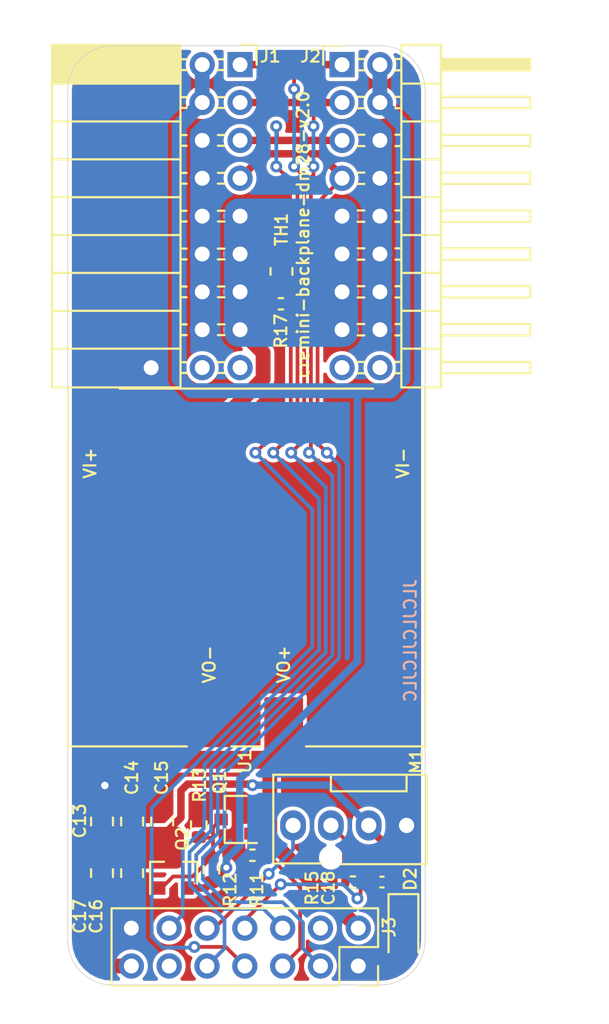
<source format=kicad_pcb>
(kicad_pcb (version 20171130) (host pcbnew "(5.1.10)-1")

  (general
    (thickness 1.6)
    (drawings 15)
    (tracks 196)
    (zones 0)
    (modules 20)
    (nets 16)
  )

  (page A4)
  (layers
    (0 F.Cu signal)
    (31 B.Cu signal)
    (32 B.Adhes user)
    (33 F.Adhes user)
    (34 B.Paste user)
    (35 F.Paste user)
    (36 B.SilkS user)
    (37 F.SilkS user)
    (38 B.Mask user)
    (39 F.Mask user)
    (40 Dwgs.User user)
    (41 Cmts.User user)
    (42 Eco1.User user)
    (43 Eco2.User user)
    (44 Edge.Cuts user)
    (45 Margin user)
    (46 B.CrtYd user)
    (47 F.CrtYd user)
    (48 B.Fab user)
    (49 F.Fab user)
  )

  (setup
    (last_trace_width 1)
    (user_trace_width 0.5)
    (user_trace_width 1)
    (user_trace_width 1.5)
    (user_trace_width 2)
    (trace_clearance 0.2)
    (zone_clearance 0.254)
    (zone_45_only no)
    (trace_min 0.2)
    (via_size 0.8)
    (via_drill 0.4)
    (via_min_size 0.4)
    (via_min_drill 0.3)
    (user_via 1 0.5)
    (user_via 2 1)
    (uvia_size 0.3)
    (uvia_drill 0.1)
    (uvias_allowed no)
    (uvia_min_size 0.2)
    (uvia_min_drill 0.1)
    (edge_width 0.05)
    (segment_width 0.2)
    (pcb_text_width 0.3)
    (pcb_text_size 1.5 1.5)
    (mod_edge_width 0.12)
    (mod_text_size 1 1)
    (mod_text_width 0.15)
    (pad_size 1.524 1.524)
    (pad_drill 0.762)
    (pad_to_mask_clearance 0)
    (aux_axis_origin 0 0)
    (visible_elements 7FFFFFFF)
    (pcbplotparams
      (layerselection 0x010fc_ffffffff)
      (usegerberextensions false)
      (usegerberattributes true)
      (usegerberadvancedattributes true)
      (creategerberjobfile true)
      (excludeedgelayer true)
      (linewidth 0.100000)
      (plotframeref false)
      (viasonmask false)
      (mode 1)
      (useauxorigin false)
      (hpglpennumber 1)
      (hpglpenspeed 20)
      (hpglpendiameter 15.000000)
      (psnegative false)
      (psa4output false)
      (plotreference true)
      (plotvalue true)
      (plotinvisibletext false)
      (padsonsilk false)
      (subtractmaskfromsilk false)
      (outputformat 1)
      (mirror false)
      (drillshape 1)
      (scaleselection 1)
      (outputdirectory ""))
  )

  (net 0 "")
  (net 1 VIN)
  (net 2 GND)
  (net 3 +12V)
  (net 4 SDA)
  (net 5 SCL)
  (net 6 "Net-(M1-Pad3)")
  (net 7 "Net-(Q1-Pad3)")
  (net 8 "Net-(C13-Pad2)")
  (net 9 STX)
  (net 10 SRX)
  (net 11 POWTMP)
  (net 12 FANFDB)
  (net 13 FANPWM)
  (net 14 FANDCC)
  (net 15 5VPSU)

  (net_class Default "This is the default net class."
    (clearance 0.2)
    (trace_width 0.25)
    (via_dia 0.8)
    (via_drill 0.4)
    (uvia_dia 0.3)
    (uvia_drill 0.1)
    (add_net +12V)
    (add_net 5VPSU)
    (add_net FANDCC)
    (add_net FANFDB)
    (add_net FANPWM)
    (add_net GND)
    (add_net "Net-(C13-Pad2)")
    (add_net "Net-(M1-Pad3)")
    (add_net "Net-(Q1-Pad3)")
    (add_net POWTMP)
    (add_net SCL)
    (add_net SDA)
    (add_net SRX)
    (add_net STX)
    (add_net VIN)
  )

  (module Mycelium:DM28 locked (layer F.Cu) (tedit 6058D826) (tstamp 6058D522)
    (at 100 103.5 90)
    (path /605EF217)
    (fp_text reference U1 (at -13.9 -0.1 90) (layer F.SilkS)
      (effects (font (size 0.8 0.8) (thickness 0.15)) (justify left))
    )
    (fp_text value DM28 (at 0.25 0 90) (layer F.Fab)
      (effects (font (size 1 1) (thickness 0.15)))
    )
    (fp_line (start -12 12) (end -12 4) (layer F.SilkS) (width 0.15))
    (fp_line (start -12 -12) (end 12 -12) (layer F.SilkS) (width 0.15))
    (fp_line (start 12 -8.5) (end 12 8.5) (layer F.SilkS) (width 0.15))
    (fp_line (start 12 12) (end -12 12) (layer F.SilkS) (width 0.15))
    (fp_line (start -12 -12) (end -12 -4) (layer F.SilkS) (width 0.15))
    (fp_line (start -12 1) (end -12 -1) (layer F.SilkS) (width 0.15))
    (fp_text user VI- (at 7 10.5 90) (layer F.SilkS)
      (effects (font (size 0.8 0.8) (thickness 0.15)))
    )
    (fp_text user VI+ (at 7 -10.5 90) (layer F.SilkS)
      (effects (font (size 0.8 0.8) (thickness 0.15)))
    )
    (fp_text user VO+ (at -6.5 2.5 90) (layer F.SilkS)
      (effects (font (size 0.8 0.8) (thickness 0.15)))
    )
    (fp_text user VO- (at -6.5 -2.5 90) (layer F.SilkS)
      (effects (font (size 0.8 0.8) (thickness 0.15)))
    )
    (fp_text user DM28 (at 0 2 90) (layer F.Fab)
      (effects (font (size 1 1) (thickness 0.15)))
    )
    (pad 4 smd roundrect (at 10 -10.25 90) (size 3.25 2.5) (drill (offset 0.375 0)) (layers F.Cu F.Paste F.Mask) (roundrect_rratio 0.1)
      (net 1 VIN))
    (pad 3 smd roundrect (at 10 10.25 90) (size 3.25 2.5) (drill (offset 0.375 0)) (layers F.Cu F.Paste F.Mask) (roundrect_rratio 0.1)
      (net 2 GND))
    (pad 1 smd roundrect (at -10 -2.5 90) (size 3.25 2.5) (drill (offset -0.375 0)) (layers F.Cu F.Paste F.Mask) (roundrect_rratio 0.1)
      (net 2 GND))
    (pad 2 smd roundrect (at -10 2.5 90) (size 3.25 2.5) (drill (offset -0.375 0)) (layers F.Cu F.Paste F.Mask) (roundrect_rratio 0.1)
      (net 15 5VPSU))
  )

  (module Resistor_SMD:R_0603_1608Metric (layer F.Cu) (tedit 5F68FEEE) (tstamp 60579BCD)
    (at 96.8 120.76 90)
    (descr "Resistor SMD 0603 (1608 Metric), square (rectangular) end terminal, IPC_7351 nominal, (Body size source: IPC-SM-782 page 72, https://www.pcb-3d.com/wordpress/wp-content/uploads/ipc-sm-782a_amendment_1_and_2.pdf), generated with kicad-footprint-generator")
    (tags resistor)
    (path /6058550B)
    (attr smd)
    (fp_text reference R13 (at 2.66 0.05 90) (layer F.SilkS)
      (effects (font (size 0.8 0.8) (thickness 0.15)))
    )
    (fp_text value 1.8k (at 0 1.43 90) (layer F.Fab)
      (effects (font (size 1 1) (thickness 0.15)))
    )
    (fp_line (start -0.8 0.4125) (end -0.8 -0.4125) (layer F.Fab) (width 0.1))
    (fp_line (start -0.8 -0.4125) (end 0.8 -0.4125) (layer F.Fab) (width 0.1))
    (fp_line (start 0.8 -0.4125) (end 0.8 0.4125) (layer F.Fab) (width 0.1))
    (fp_line (start 0.8 0.4125) (end -0.8 0.4125) (layer F.Fab) (width 0.1))
    (fp_line (start -0.237258 -0.5225) (end 0.237258 -0.5225) (layer F.SilkS) (width 0.15))
    (fp_line (start -0.237258 0.5225) (end 0.237258 0.5225) (layer F.SilkS) (width 0.15))
    (fp_line (start -1.48 0.73) (end -1.48 -0.73) (layer F.CrtYd) (width 0.05))
    (fp_line (start -1.48 -0.73) (end 1.48 -0.73) (layer F.CrtYd) (width 0.05))
    (fp_line (start 1.48 -0.73) (end 1.48 0.73) (layer F.CrtYd) (width 0.05))
    (fp_line (start 1.48 0.73) (end -1.48 0.73) (layer F.CrtYd) (width 0.05))
    (fp_text user %R (at 0 0 90) (layer F.Fab)
      (effects (font (size 0.4 0.4) (thickness 0.06)))
    )
    (pad 1 smd roundrect (at -0.825 0 90) (size 0.8 0.95) (layers F.Cu F.Paste F.Mask) (roundrect_rratio 0.25)
      (net 7 "Net-(Q1-Pad3)"))
    (pad 2 smd roundrect (at 0.825 0 90) (size 0.8 0.95) (layers F.Cu F.Paste F.Mask) (roundrect_rratio 0.25)
      (net 2 GND))
    (model ${KISYS3DMOD}/Resistor_SMD.3dshapes/R_0603_1608Metric.wrl
      (at (xyz 0 0 0))
      (scale (xyz 1 1 1))
      (rotate (xyz 0 0 0))
    )
  )

  (module Connector:FanPinHeader_1x04_P2.54mm_Vertical locked (layer F.Cu) (tedit 5A19DE55) (tstamp 6047FE0E)
    (at 110.75 120.8 180)
    (descr "4-pin CPU fan Through hole pin header, e.g. for Wieson part number 2366C888-007 Molex 47053-1000, Foxconn HF27040-M1, Tyco 1470947-1 or equivalent, see http://www.formfactors.org/developer%5Cspecs%5Crev1_2_public.pdf")
    (tags "pin header 4-pin CPU fan")
    (path /604BCA57)
    (fp_text reference M1 (at -0.65 4.3 90) (layer F.SilkS)
      (effects (font (size 0.8 0.8) (thickness 0.15)))
    )
    (fp_text value "KK 254" (at 4.05 4.35) (layer F.Fab)
      (effects (font (size 1 1) (thickness 0.15)))
    )
    (fp_line (start -1.35 -2.6) (end 4.4 -2.6) (layer F.SilkS) (width 0.15))
    (fp_line (start 5.75 -2.55) (end 8.95 -2.55) (layer F.SilkS) (width 0.15))
    (fp_line (start 8.95 -2.55) (end 8.95 3.4) (layer F.SilkS) (width 0.15))
    (fp_line (start 8.95 3.4) (end -1.35 3.4) (layer F.SilkS) (width 0.15))
    (fp_line (start -1.35 3.4) (end -1.35 -2.6) (layer F.SilkS) (width 0.15))
    (fp_line (start 5.1 3.3) (end 5.1 2.3) (layer F.Fab) (width 0.1))
    (fp_line (start 5.1 2.3) (end 0 2.3) (layer F.Fab) (width 0.1))
    (fp_line (start 0 2.3) (end 0 3.3) (layer F.Fab) (width 0.1))
    (fp_line (start 5.75 -2.5) (end 8.85 -2.5) (layer F.Fab) (width 0.1))
    (fp_line (start 8.85 -2.5) (end 8.85 3.3) (layer F.Fab) (width 0.1))
    (fp_line (start 8.85 3.3) (end -1.2 3.3) (layer F.Fab) (width 0.1))
    (fp_line (start -1.2 3.3) (end -1.25 3.3) (layer F.Fab) (width 0.1))
    (fp_line (start -1.25 3.3) (end -1.25 -2.5) (layer F.Fab) (width 0.1))
    (fp_line (start -1.25 -2.5) (end 4.4 -2.5) (layer F.Fab) (width 0.1))
    (fp_line (start 0 3.3) (end 0 2.29) (layer F.SilkS) (width 0.15))
    (fp_line (start 0 2.29) (end 5.08 2.29) (layer F.SilkS) (width 0.15))
    (fp_line (start 5.08 2.29) (end 5.08 3.3) (layer F.SilkS) (width 0.15))
    (fp_line (start -1.75 3.8) (end -1.75 -3.2) (layer F.CrtYd) (width 0.05))
    (fp_line (start -1.75 3.8) (end 9.35 3.8) (layer F.CrtYd) (width 0.05))
    (fp_line (start 9.35 -3.2) (end -1.75 -3.2) (layer F.CrtYd) (width 0.05))
    (fp_line (start 9.35 -3.2) (end 9.35 3.8) (layer F.CrtYd) (width 0.05))
    (fp_text user %R (at 1.85 -1.75) (layer F.Fab)
      (effects (font (size 1 1) (thickness 0.15)))
    )
    (pad 1 thru_hole rect (at 0 0 270) (size 2.03 1.73) (drill 1.02) (layers *.Cu *.Mask)
      (net 2 GND))
    (pad 2 thru_hole oval (at 2.54 0 270) (size 2.03 1.73) (drill 1.02) (layers *.Cu *.Mask)
      (net 8 "Net-(C13-Pad2)"))
    (pad 3 thru_hole oval (at 5.08 0 270) (size 2.03 1.73) (drill 1.02) (layers *.Cu *.Mask)
      (net 6 "Net-(M1-Pad3)"))
    (pad 4 thru_hole oval (at 7.62 0 270) (size 2.03 1.73) (drill 1.02) (layers *.Cu *.Mask)
      (net 13 FANPWM))
    (pad "" np_thru_hole circle (at 5.08 -2.16 270) (size 1.1 1.1) (drill 1.1) (layers *.Cu *.Mask))
    (model ${KISYS3DMOD}/Connector.3dshapes/FanPinHeader_1x04_P2.54mm_Vertical.wrl
      (at (xyz 0 0 0))
      (scale (xyz 1 1 1))
      (rotate (xyz 0 0 0))
    )
  )

  (module Package_TO_SOT_SMD:SOT-23 (layer F.Cu) (tedit 5A02FF57) (tstamp 6047FE23)
    (at 99.3 120.4 180)
    (descr "SOT-23, Standard")
    (tags SOT-23)
    (path /604BCA43)
    (attr smd)
    (fp_text reference Q1 (at 1.1 2.5 90) (layer F.SilkS)
      (effects (font (size 0.8 0.8) (thickness 0.15)))
    )
    (fp_text value AO3400A (at 0 2.5) (layer F.Fab)
      (effects (font (size 1 1) (thickness 0.15)))
    )
    (fp_line (start 0.76 1.58) (end -0.7 1.58) (layer F.SilkS) (width 0.15))
    (fp_line (start 0.76 -1.58) (end -1.4 -1.58) (layer F.SilkS) (width 0.15))
    (fp_line (start -1.7 1.75) (end -1.7 -1.75) (layer F.CrtYd) (width 0.05))
    (fp_line (start 1.7 1.75) (end -1.7 1.75) (layer F.CrtYd) (width 0.05))
    (fp_line (start 1.7 -1.75) (end 1.7 1.75) (layer F.CrtYd) (width 0.05))
    (fp_line (start -1.7 -1.75) (end 1.7 -1.75) (layer F.CrtYd) (width 0.05))
    (fp_line (start 0.76 -1.58) (end 0.76 -0.65) (layer F.SilkS) (width 0.15))
    (fp_line (start 0.76 1.58) (end 0.76 0.65) (layer F.SilkS) (width 0.15))
    (fp_line (start -0.7 1.52) (end 0.7 1.52) (layer F.Fab) (width 0.1))
    (fp_line (start 0.7 -1.52) (end 0.7 1.52) (layer F.Fab) (width 0.1))
    (fp_line (start -0.7 -0.95) (end -0.15 -1.52) (layer F.Fab) (width 0.1))
    (fp_line (start -0.15 -1.52) (end 0.7 -1.52) (layer F.Fab) (width 0.1))
    (fp_line (start -0.7 -0.95) (end -0.7 1.5) (layer F.Fab) (width 0.1))
    (fp_text user %R (at 0 0 90) (layer F.Fab)
      (effects (font (size 0.5 0.5) (thickness 0.075)))
    )
    (pad 3 smd rect (at 1 0 180) (size 0.9 0.8) (layers F.Cu F.Paste F.Mask)
      (net 7 "Net-(Q1-Pad3)"))
    (pad 2 smd rect (at -1 0.95 180) (size 0.9 0.8) (layers F.Cu F.Paste F.Mask)
      (net 2 GND))
    (pad 1 smd rect (at -1 -0.95 180) (size 0.9 0.8) (layers F.Cu F.Paste F.Mask)
      (net 14 FANDCC))
    (model ${KISYS3DMOD}/Package_TO_SOT_SMD.3dshapes/SOT-23.wrl
      (at (xyz 0 0 0))
      (scale (xyz 1 1 1))
      (rotate (xyz 0 0 0))
    )
  )

  (module Package_TO_SOT_SMD:SOT-23 (layer F.Cu) (tedit 5A02FF57) (tstamp 6047FE38)
    (at 95.11 124 90)
    (descr "SOT-23, Standard")
    (tags SOT-23)
    (path /60581CC3)
    (attr smd)
    (fp_text reference Q2 (at 2.3 0.59 90) (layer F.SilkS)
      (effects (font (size 0.8 0.8) (thickness 0.15)))
    )
    (fp_text value SI2301CDS-T1-GE3 (at 0 2.5 90) (layer F.Fab)
      (effects (font (size 1 1) (thickness 0.15)))
    )
    (fp_line (start -0.7 -0.95) (end -0.7 1.5) (layer F.Fab) (width 0.1))
    (fp_line (start -0.15 -1.52) (end 0.7 -1.52) (layer F.Fab) (width 0.1))
    (fp_line (start -0.7 -0.95) (end -0.15 -1.52) (layer F.Fab) (width 0.1))
    (fp_line (start 0.7 -1.52) (end 0.7 1.52) (layer F.Fab) (width 0.1))
    (fp_line (start -0.7 1.52) (end 0.7 1.52) (layer F.Fab) (width 0.1))
    (fp_line (start 0.76 1.58) (end 0.76 0.65) (layer F.SilkS) (width 0.15))
    (fp_line (start 0.76 -1.58) (end 0.76 -0.65) (layer F.SilkS) (width 0.15))
    (fp_line (start -1.7 -1.75) (end 1.7 -1.75) (layer F.CrtYd) (width 0.05))
    (fp_line (start 1.7 -1.75) (end 1.7 1.75) (layer F.CrtYd) (width 0.05))
    (fp_line (start 1.7 1.75) (end -1.7 1.75) (layer F.CrtYd) (width 0.05))
    (fp_line (start -1.7 1.75) (end -1.7 -1.75) (layer F.CrtYd) (width 0.05))
    (fp_line (start 0.76 -1.58) (end -1.4 -1.58) (layer F.SilkS) (width 0.15))
    (fp_line (start 0.76 1.58) (end -0.7 1.58) (layer F.SilkS) (width 0.15))
    (fp_text user %R (at 0 0) (layer F.Fab)
      (effects (font (size 0.5 0.5) (thickness 0.075)))
    )
    (pad 1 smd rect (at -1 -0.95 90) (size 0.9 0.8) (layers F.Cu F.Paste F.Mask)
      (net 7 "Net-(Q1-Pad3)"))
    (pad 2 smd rect (at -1 0.95 90) (size 0.9 0.8) (layers F.Cu F.Paste F.Mask)
      (net 3 +12V))
    (pad 3 smd rect (at 1 0 90) (size 0.9 0.8) (layers F.Cu F.Paste F.Mask)
      (net 8 "Net-(C13-Pad2)"))
    (model ${KISYS3DMOD}/Package_TO_SOT_SMD.3dshapes/SOT-23.wrl
      (at (xyz 0 0 0))
      (scale (xyz 1 1 1))
      (rotate (xyz 0 0 0))
    )
  )

  (module Resistor_SMD:R_0402_1005Metric (layer F.Cu) (tedit 5F68FEEE) (tstamp 6047FE8D)
    (at 107.15 124.6)
    (descr "Resistor SMD 0402 (1005 Metric), square (rectangular) end terminal, IPC_7351 nominal, (Body size source: IPC-SM-782 page 72, https://www.pcb-3d.com/wordpress/wp-content/uploads/ipc-sm-782a_amendment_1_and_2.pdf), generated with kicad-footprint-generator")
    (tags resistor)
    (path /605F6702)
    (attr smd)
    (fp_text reference R15 (at -2.75 0.4 90) (layer F.SilkS)
      (effects (font (size 0.8 0.8) (thickness 0.15)))
    )
    (fp_text value 10k (at 0 1.17) (layer F.Fab)
      (effects (font (size 1 1) (thickness 0.15)))
    )
    (fp_line (start -0.525 0.27) (end -0.525 -0.27) (layer F.Fab) (width 0.1))
    (fp_line (start -0.525 -0.27) (end 0.525 -0.27) (layer F.Fab) (width 0.1))
    (fp_line (start 0.525 -0.27) (end 0.525 0.27) (layer F.Fab) (width 0.1))
    (fp_line (start 0.525 0.27) (end -0.525 0.27) (layer F.Fab) (width 0.1))
    (fp_line (start -0.153641 -0.38) (end 0.153641 -0.38) (layer F.SilkS) (width 0.15))
    (fp_line (start -0.153641 0.38) (end 0.153641 0.38) (layer F.SilkS) (width 0.15))
    (fp_line (start -0.93 0.47) (end -0.93 -0.47) (layer F.CrtYd) (width 0.05))
    (fp_line (start -0.93 -0.47) (end 0.93 -0.47) (layer F.CrtYd) (width 0.05))
    (fp_line (start 0.93 -0.47) (end 0.93 0.47) (layer F.CrtYd) (width 0.05))
    (fp_line (start 0.93 0.47) (end -0.93 0.47) (layer F.CrtYd) (width 0.05))
    (fp_text user %R (at 0 0) (layer F.Fab)
      (effects (font (size 0.26 0.26) (thickness 0.04)))
    )
    (pad 1 smd roundrect (at -0.51 0) (size 0.54 0.64) (layers F.Cu F.Paste F.Mask) (roundrect_rratio 0.25)
      (net 6 "Net-(M1-Pad3)"))
    (pad 2 smd roundrect (at 0.51 0) (size 0.54 0.64) (layers F.Cu F.Paste F.Mask) (roundrect_rratio 0.25)
      (net 12 FANFDB))
    (model ${KISYS3DMOD}/Resistor_SMD.3dshapes/R_0402_1005Metric.wrl
      (at (xyz 0 0 0))
      (scale (xyz 1 1 1))
      (rotate (xyz 0 0 0))
    )
  )

  (module Capacitor_SMD:C_0805_2012Metric (layer F.Cu) (tedit 5F68FEEE) (tstamp 60480FCD)
    (at 90.3 120.536 270)
    (descr "Capacitor SMD 0805 (2012 Metric), square (rectangular) end terminal, IPC_7351 nominal, (Body size source: IPC-SM-782 page 76, https://www.pcb-3d.com/wordpress/wp-content/uploads/ipc-sm-782a_amendment_1_and_2.pdf, https://docs.google.com/spreadsheets/d/1BsfQQcO9C6DZCsRaXUlFlo91Tg2WpOkGARC1WS5S8t0/edit?usp=sharing), generated with kicad-footprint-generator")
    (tags capacitor)
    (path /607C3B25)
    (attr smd)
    (fp_text reference C13 (at -0.036 1.5 270) (layer F.SilkS)
      (effects (font (size 0.8 0.8) (thickness 0.15)))
    )
    (fp_text value 22uF (at 0 1.68 90) (layer F.Fab)
      (effects (font (size 1 1) (thickness 0.15)))
    )
    (fp_line (start -1 0.625) (end -1 -0.625) (layer F.Fab) (width 0.1))
    (fp_line (start -1 -0.625) (end 1 -0.625) (layer F.Fab) (width 0.1))
    (fp_line (start 1 -0.625) (end 1 0.625) (layer F.Fab) (width 0.1))
    (fp_line (start 1 0.625) (end -1 0.625) (layer F.Fab) (width 0.1))
    (fp_line (start -0.261252 -0.735) (end 0.261252 -0.735) (layer F.SilkS) (width 0.15))
    (fp_line (start -0.261252 0.735) (end 0.261252 0.735) (layer F.SilkS) (width 0.15))
    (fp_line (start -1.7 0.98) (end -1.7 -0.98) (layer F.CrtYd) (width 0.05))
    (fp_line (start -1.7 -0.98) (end 1.7 -0.98) (layer F.CrtYd) (width 0.05))
    (fp_line (start 1.7 -0.98) (end 1.7 0.98) (layer F.CrtYd) (width 0.05))
    (fp_line (start 1.7 0.98) (end -1.7 0.98) (layer F.CrtYd) (width 0.05))
    (fp_text user %R (at 0 0 90) (layer F.Fab)
      (effects (font (size 0.5 0.5) (thickness 0.08)))
    )
    (pad 1 smd roundrect (at -0.95 0 270) (size 1 1.45) (layers F.Cu F.Paste F.Mask) (roundrect_rratio 0.25)
      (net 2 GND))
    (pad 2 smd roundrect (at 0.95 0 270) (size 1 1.45) (layers F.Cu F.Paste F.Mask) (roundrect_rratio 0.25)
      (net 8 "Net-(C13-Pad2)"))
    (model ${KISYS3DMOD}/Capacitor_SMD.3dshapes/C_0805_2012Metric.wrl
      (at (xyz 0 0 0))
      (scale (xyz 1 1 1))
      (rotate (xyz 0 0 0))
    )
  )

  (module Capacitor_SMD:C_0805_2012Metric (layer F.Cu) (tedit 5F68FEEE) (tstamp 60480FED)
    (at 92.32 120.536 270)
    (descr "Capacitor SMD 0805 (2012 Metric), square (rectangular) end terminal, IPC_7351 nominal, (Body size source: IPC-SM-782 page 76, https://www.pcb-3d.com/wordpress/wp-content/uploads/ipc-sm-782a_amendment_1_and_2.pdf, https://docs.google.com/spreadsheets/d/1BsfQQcO9C6DZCsRaXUlFlo91Tg2WpOkGARC1WS5S8t0/edit?usp=sharing), generated with kicad-footprint-generator")
    (tags capacitor)
    (path /607A07FB)
    (attr smd)
    (fp_text reference C14 (at -2.936 0.02 270) (layer F.SilkS)
      (effects (font (size 0.8 0.8) (thickness 0.15)))
    )
    (fp_text value 22uF (at 0 1.68 90) (layer F.Fab)
      (effects (font (size 1 1) (thickness 0.15)))
    )
    (fp_line (start -1 0.625) (end -1 -0.625) (layer F.Fab) (width 0.1))
    (fp_line (start -1 -0.625) (end 1 -0.625) (layer F.Fab) (width 0.1))
    (fp_line (start 1 -0.625) (end 1 0.625) (layer F.Fab) (width 0.1))
    (fp_line (start 1 0.625) (end -1 0.625) (layer F.Fab) (width 0.1))
    (fp_line (start -0.261252 -0.735) (end 0.261252 -0.735) (layer F.SilkS) (width 0.15))
    (fp_line (start -0.261252 0.735) (end 0.261252 0.735) (layer F.SilkS) (width 0.15))
    (fp_line (start -1.7 0.98) (end -1.7 -0.98) (layer F.CrtYd) (width 0.05))
    (fp_line (start -1.7 -0.98) (end 1.7 -0.98) (layer F.CrtYd) (width 0.05))
    (fp_line (start 1.7 -0.98) (end 1.7 0.98) (layer F.CrtYd) (width 0.05))
    (fp_line (start 1.7 0.98) (end -1.7 0.98) (layer F.CrtYd) (width 0.05))
    (fp_text user %R (at 0 0 90) (layer F.Fab)
      (effects (font (size 0.5 0.5) (thickness 0.08)))
    )
    (pad 1 smd roundrect (at -0.95 0 270) (size 1 1.45) (layers F.Cu F.Paste F.Mask) (roundrect_rratio 0.25)
      (net 2 GND))
    (pad 2 smd roundrect (at 0.95 0 270) (size 1 1.45) (layers F.Cu F.Paste F.Mask) (roundrect_rratio 0.25)
      (net 8 "Net-(C13-Pad2)"))
    (model ${KISYS3DMOD}/Capacitor_SMD.3dshapes/C_0805_2012Metric.wrl
      (at (xyz 0 0 0))
      (scale (xyz 1 1 1))
      (rotate (xyz 0 0 0))
    )
  )

  (module Capacitor_SMD:C_0805_2012Metric (layer F.Cu) (tedit 5F68FEEE) (tstamp 60480FFE)
    (at 94.34 120.536 270)
    (descr "Capacitor SMD 0805 (2012 Metric), square (rectangular) end terminal, IPC_7351 nominal, (Body size source: IPC-SM-782 page 76, https://www.pcb-3d.com/wordpress/wp-content/uploads/ipc-sm-782a_amendment_1_and_2.pdf, https://docs.google.com/spreadsheets/d/1BsfQQcO9C6DZCsRaXUlFlo91Tg2WpOkGARC1WS5S8t0/edit?usp=sharing), generated with kicad-footprint-generator")
    (tags capacitor)
    (path /607AF2F6)
    (attr smd)
    (fp_text reference C15 (at -2.936 0.04 270) (layer F.SilkS)
      (effects (font (size 0.8 0.8) (thickness 0.15)))
    )
    (fp_text value 22uF (at 0 1.68 90) (layer F.Fab)
      (effects (font (size 1 1) (thickness 0.15)))
    )
    (fp_line (start 1.7 0.98) (end -1.7 0.98) (layer F.CrtYd) (width 0.05))
    (fp_line (start 1.7 -0.98) (end 1.7 0.98) (layer F.CrtYd) (width 0.05))
    (fp_line (start -1.7 -0.98) (end 1.7 -0.98) (layer F.CrtYd) (width 0.05))
    (fp_line (start -1.7 0.98) (end -1.7 -0.98) (layer F.CrtYd) (width 0.05))
    (fp_line (start -0.261252 0.735) (end 0.261252 0.735) (layer F.SilkS) (width 0.15))
    (fp_line (start -0.261252 -0.735) (end 0.261252 -0.735) (layer F.SilkS) (width 0.15))
    (fp_line (start 1 0.625) (end -1 0.625) (layer F.Fab) (width 0.1))
    (fp_line (start 1 -0.625) (end 1 0.625) (layer F.Fab) (width 0.1))
    (fp_line (start -1 -0.625) (end 1 -0.625) (layer F.Fab) (width 0.1))
    (fp_line (start -1 0.625) (end -1 -0.625) (layer F.Fab) (width 0.1))
    (fp_text user %R (at 0 0 90) (layer F.Fab)
      (effects (font (size 0.5 0.5) (thickness 0.08)))
    )
    (pad 2 smd roundrect (at 0.95 0 270) (size 1 1.45) (layers F.Cu F.Paste F.Mask) (roundrect_rratio 0.25)
      (net 8 "Net-(C13-Pad2)"))
    (pad 1 smd roundrect (at -0.95 0 270) (size 1 1.45) (layers F.Cu F.Paste F.Mask) (roundrect_rratio 0.25)
      (net 2 GND))
    (model ${KISYS3DMOD}/Capacitor_SMD.3dshapes/C_0805_2012Metric.wrl
      (at (xyz 0 0 0))
      (scale (xyz 1 1 1))
      (rotate (xyz 0 0 0))
    )
  )

  (module Capacitor_SMD:C_0805_2012Metric (layer F.Cu) (tedit 5F68FEEE) (tstamp 6048100F)
    (at 92.32 124 90)
    (descr "Capacitor SMD 0805 (2012 Metric), square (rectangular) end terminal, IPC_7351 nominal, (Body size source: IPC-SM-782 page 76, https://www.pcb-3d.com/wordpress/wp-content/uploads/ipc-sm-782a_amendment_1_and_2.pdf, https://docs.google.com/spreadsheets/d/1BsfQQcO9C6DZCsRaXUlFlo91Tg2WpOkGARC1WS5S8t0/edit?usp=sharing), generated with kicad-footprint-generator")
    (tags capacitor)
    (path /607B6139)
    (attr smd)
    (fp_text reference C16 (at -2.9 -2.42 90) (layer F.SilkS)
      (effects (font (size 0.8 0.8) (thickness 0.15)))
    )
    (fp_text value 22uF (at 0 1.68 90) (layer F.Fab)
      (effects (font (size 1 1) (thickness 0.15)))
    )
    (fp_line (start -1 0.625) (end -1 -0.625) (layer F.Fab) (width 0.1))
    (fp_line (start -1 -0.625) (end 1 -0.625) (layer F.Fab) (width 0.1))
    (fp_line (start 1 -0.625) (end 1 0.625) (layer F.Fab) (width 0.1))
    (fp_line (start 1 0.625) (end -1 0.625) (layer F.Fab) (width 0.1))
    (fp_line (start -0.261252 -0.735) (end 0.261252 -0.735) (layer F.SilkS) (width 0.15))
    (fp_line (start -0.261252 0.735) (end 0.261252 0.735) (layer F.SilkS) (width 0.15))
    (fp_line (start -1.7 0.98) (end -1.7 -0.98) (layer F.CrtYd) (width 0.05))
    (fp_line (start -1.7 -0.98) (end 1.7 -0.98) (layer F.CrtYd) (width 0.05))
    (fp_line (start 1.7 -0.98) (end 1.7 0.98) (layer F.CrtYd) (width 0.05))
    (fp_line (start 1.7 0.98) (end -1.7 0.98) (layer F.CrtYd) (width 0.05))
    (fp_text user %R (at 0 0 90) (layer F.Fab)
      (effects (font (size 0.5 0.5) (thickness 0.08)))
    )
    (pad 1 smd roundrect (at -0.95 0 90) (size 1 1.45) (layers F.Cu F.Paste F.Mask) (roundrect_rratio 0.25)
      (net 2 GND))
    (pad 2 smd roundrect (at 0.95 0 90) (size 1 1.45) (layers F.Cu F.Paste F.Mask) (roundrect_rratio 0.25)
      (net 8 "Net-(C13-Pad2)"))
    (model ${KISYS3DMOD}/Capacitor_SMD.3dshapes/C_0805_2012Metric.wrl
      (at (xyz 0 0 0))
      (scale (xyz 1 1 1))
      (rotate (xyz 0 0 0))
    )
  )

  (module Capacitor_SMD:C_0805_2012Metric (layer F.Cu) (tedit 5F68FEEE) (tstamp 60481020)
    (at 90.3 124 90)
    (descr "Capacitor SMD 0805 (2012 Metric), square (rectangular) end terminal, IPC_7351 nominal, (Body size source: IPC-SM-782 page 76, https://www.pcb-3d.com/wordpress/wp-content/uploads/ipc-sm-782a_amendment_1_and_2.pdf, https://docs.google.com/spreadsheets/d/1BsfQQcO9C6DZCsRaXUlFlo91Tg2WpOkGARC1WS5S8t0/edit?usp=sharing), generated with kicad-footprint-generator")
    (tags capacitor)
    (path /607BCDA2)
    (attr smd)
    (fp_text reference C17 (at -2.9 -1.5 270) (layer F.SilkS)
      (effects (font (size 0.8 0.8) (thickness 0.15)))
    )
    (fp_text value 22uF (at 0 1.68 90) (layer F.Fab)
      (effects (font (size 1 1) (thickness 0.15)))
    )
    (fp_line (start 1.7 0.98) (end -1.7 0.98) (layer F.CrtYd) (width 0.05))
    (fp_line (start 1.7 -0.98) (end 1.7 0.98) (layer F.CrtYd) (width 0.05))
    (fp_line (start -1.7 -0.98) (end 1.7 -0.98) (layer F.CrtYd) (width 0.05))
    (fp_line (start -1.7 0.98) (end -1.7 -0.98) (layer F.CrtYd) (width 0.05))
    (fp_line (start -0.261252 0.735) (end 0.261252 0.735) (layer F.SilkS) (width 0.15))
    (fp_line (start -0.261252 -0.735) (end 0.261252 -0.735) (layer F.SilkS) (width 0.15))
    (fp_line (start 1 0.625) (end -1 0.625) (layer F.Fab) (width 0.1))
    (fp_line (start 1 -0.625) (end 1 0.625) (layer F.Fab) (width 0.1))
    (fp_line (start -1 -0.625) (end 1 -0.625) (layer F.Fab) (width 0.1))
    (fp_line (start -1 0.625) (end -1 -0.625) (layer F.Fab) (width 0.1))
    (fp_text user %R (at 0 0 90) (layer F.Fab)
      (effects (font (size 0.5 0.5) (thickness 0.08)))
    )
    (pad 2 smd roundrect (at 0.95 0 90) (size 1 1.45) (layers F.Cu F.Paste F.Mask) (roundrect_rratio 0.25)
      (net 8 "Net-(C13-Pad2)"))
    (pad 1 smd roundrect (at -0.95 0 90) (size 1 1.45) (layers F.Cu F.Paste F.Mask) (roundrect_rratio 0.25)
      (net 2 GND))
    (model ${KISYS3DMOD}/Capacitor_SMD.3dshapes/C_0805_2012Metric.wrl
      (at (xyz 0 0 0))
      (scale (xyz 1 1 1))
      (rotate (xyz 0 0 0))
    )
  )

  (module Resistor_SMD:R_0402_1005Metric (layer F.Cu) (tedit 5F68FEEE) (tstamp 60D84F73)
    (at 102.31 85.81 180)
    (descr "Resistor SMD 0402 (1005 Metric), square (rectangular) end terminal, IPC_7351 nominal, (Body size source: IPC-SM-782 page 72, https://www.pcb-3d.com/wordpress/wp-content/uploads/ipc-sm-782a_amendment_1_and_2.pdf), generated with kicad-footprint-generator")
    (tags resistor)
    (path /6094B1F8)
    (attr smd)
    (fp_text reference R17 (at 0 -1.83 90) (layer F.SilkS)
      (effects (font (size 0.8 0.8) (thickness 0.15)))
    )
    (fp_text value 10k (at 0 1.17) (layer F.Fab)
      (effects (font (size 1 1) (thickness 0.15)))
    )
    (fp_line (start 0.93 0.47) (end -0.93 0.47) (layer F.CrtYd) (width 0.05))
    (fp_line (start 0.93 -0.47) (end 0.93 0.47) (layer F.CrtYd) (width 0.05))
    (fp_line (start -0.93 -0.47) (end 0.93 -0.47) (layer F.CrtYd) (width 0.05))
    (fp_line (start -0.93 0.47) (end -0.93 -0.47) (layer F.CrtYd) (width 0.05))
    (fp_line (start -0.153641 0.38) (end 0.153641 0.38) (layer F.SilkS) (width 0.15))
    (fp_line (start -0.153641 -0.38) (end 0.153641 -0.38) (layer F.SilkS) (width 0.15))
    (fp_line (start 0.525 0.27) (end -0.525 0.27) (layer F.Fab) (width 0.1))
    (fp_line (start 0.525 -0.27) (end 0.525 0.27) (layer F.Fab) (width 0.1))
    (fp_line (start -0.525 -0.27) (end 0.525 -0.27) (layer F.Fab) (width 0.1))
    (fp_line (start -0.525 0.27) (end -0.525 -0.27) (layer F.Fab) (width 0.1))
    (fp_text user %R (at 0 0) (layer F.Fab)
      (effects (font (size 0.26 0.26) (thickness 0.04)))
    )
    (pad 2 smd roundrect (at 0.51 0 180) (size 0.54 0.64) (layers F.Cu F.Paste F.Mask) (roundrect_rratio 0.25)
      (net 2 GND))
    (pad 1 smd roundrect (at -0.51 0 180) (size 0.54 0.64) (layers F.Cu F.Paste F.Mask) (roundrect_rratio 0.25)
      (net 11 POWTMP))
    (model ${KISYS3DMOD}/Resistor_SMD.3dshapes/R_0402_1005Metric.wrl
      (at (xyz 0 0 0))
      (scale (xyz 1 1 1))
      (rotate (xyz 0 0 0))
    )
  )

  (module Resistor_SMD:R_0805_2012Metric (layer F.Cu) (tedit 5F68FEEE) (tstamp 60D84E4E)
    (at 102.35 83.6375 270)
    (descr "Resistor SMD 0805 (2012 Metric), square (rectangular) end terminal, IPC_7351 nominal, (Body size source: IPC-SM-782 page 72, https://www.pcb-3d.com/wordpress/wp-content/uploads/ipc-sm-782a_amendment_1_and_2.pdf), generated with kicad-footprint-generator")
    (tags resistor)
    (path /6094B223)
    (attr smd)
    (fp_text reference TH1 (at -2.8125 0 270) (layer F.SilkS)
      (effects (font (size 0.8 0.8) (thickness 0.15)))
    )
    (fp_text value CMFB103F3950FANT (at 0 1.65 90) (layer F.Fab)
      (effects (font (size 1 1) (thickness 0.15)))
    )
    (fp_line (start -1 0.625) (end -1 -0.625) (layer F.Fab) (width 0.1))
    (fp_line (start -1 -0.625) (end 1 -0.625) (layer F.Fab) (width 0.1))
    (fp_line (start 1 -0.625) (end 1 0.625) (layer F.Fab) (width 0.1))
    (fp_line (start 1 0.625) (end -1 0.625) (layer F.Fab) (width 0.1))
    (fp_line (start -0.227064 -0.735) (end 0.227064 -0.735) (layer F.SilkS) (width 0.15))
    (fp_line (start -0.227064 0.735) (end 0.227064 0.735) (layer F.SilkS) (width 0.15))
    (fp_line (start -1.68 0.95) (end -1.68 -0.95) (layer F.CrtYd) (width 0.05))
    (fp_line (start -1.68 -0.95) (end 1.68 -0.95) (layer F.CrtYd) (width 0.05))
    (fp_line (start 1.68 -0.95) (end 1.68 0.95) (layer F.CrtYd) (width 0.05))
    (fp_line (start 1.68 0.95) (end -1.68 0.95) (layer F.CrtYd) (width 0.05))
    (fp_text user %R (at 0.094999 0 90) (layer F.Fab)
      (effects (font (size 0.5 0.5) (thickness 0.08)))
    )
    (pad 1 smd roundrect (at -0.9125 0 270) (size 1.025 1.4) (layers F.Cu F.Paste F.Mask) (roundrect_rratio 0.243902)
      (net 2 GND))
    (pad 2 smd roundrect (at 0.9125 0 270) (size 1.025 1.4) (layers F.Cu F.Paste F.Mask) (roundrect_rratio 0.243902)
      (net 11 POWTMP))
    (model ${KISYS3DMOD}/Resistor_SMD.3dshapes/R_0805_2012Metric.wrl
      (at (xyz 0 0 0))
      (scale (xyz 1 1 1))
      (rotate (xyz 0 0 0))
    )
  )

  (module Capacitor_SMD:C_0402_1005Metric (layer F.Cu) (tedit 5F68FEEE) (tstamp 604D17BC)
    (at 109.1 124.6)
    (descr "Capacitor SMD 0402 (1005 Metric), square (rectangular) end terminal, IPC_7351 nominal, (Body size source: IPC-SM-782 page 76, https://www.pcb-3d.com/wordpress/wp-content/uploads/ipc-sm-782a_amendment_1_and_2.pdf), generated with kicad-footprint-generator")
    (tags capacitor)
    (path /608D98F2)
    (attr smd)
    (fp_text reference C18 (at -3.6 0.4 90) (layer F.SilkS)
      (effects (font (size 0.8 0.8) (thickness 0.15)))
    )
    (fp_text value 6.8nF (at 0 1.16) (layer F.Fab)
      (effects (font (size 1 1) (thickness 0.15)))
    )
    (fp_line (start 0.91 0.46) (end -0.91 0.46) (layer F.CrtYd) (width 0.05))
    (fp_line (start 0.91 -0.46) (end 0.91 0.46) (layer F.CrtYd) (width 0.05))
    (fp_line (start -0.91 -0.46) (end 0.91 -0.46) (layer F.CrtYd) (width 0.05))
    (fp_line (start -0.91 0.46) (end -0.91 -0.46) (layer F.CrtYd) (width 0.05))
    (fp_line (start -0.107836 0.36) (end 0.107836 0.36) (layer F.SilkS) (width 0.15))
    (fp_line (start -0.107836 -0.36) (end 0.107836 -0.36) (layer F.SilkS) (width 0.15))
    (fp_line (start 0.5 0.25) (end -0.5 0.25) (layer F.Fab) (width 0.1))
    (fp_line (start 0.5 -0.25) (end 0.5 0.25) (layer F.Fab) (width 0.1))
    (fp_line (start -0.5 -0.25) (end 0.5 -0.25) (layer F.Fab) (width 0.1))
    (fp_line (start -0.5 0.25) (end -0.5 -0.25) (layer F.Fab) (width 0.1))
    (fp_text user %R (at 0 0) (layer F.Fab)
      (effects (font (size 0.25 0.25) (thickness 0.04)))
    )
    (pad 1 smd roundrect (at -0.48 0) (size 0.56 0.62) (layers F.Cu F.Paste F.Mask) (roundrect_rratio 0.25)
      (net 12 FANFDB))
    (pad 2 smd roundrect (at 0.48 0) (size 0.56 0.62) (layers F.Cu F.Paste F.Mask) (roundrect_rratio 0.25)
      (net 2 GND))
    (model ${KISYS3DMOD}/Capacitor_SMD.3dshapes/C_0402_1005Metric.wrl
      (at (xyz 0 0 0))
      (scale (xyz 1 1 1))
      (rotate (xyz 0 0 0))
    )
  )

  (module Resistor_SMD:R_0402_1005Metric (layer F.Cu) (tedit 5F68FEEE) (tstamp 604F9C8A)
    (at 100.4 122.8 180)
    (descr "Resistor SMD 0402 (1005 Metric), square (rectangular) end terminal, IPC_7351 nominal, (Body size source: IPC-SM-782 page 72, https://www.pcb-3d.com/wordpress/wp-content/uploads/ipc-sm-782a_amendment_1_and_2.pdf), generated with kicad-footprint-generator")
    (tags resistor)
    (path /6051B8F3)
    (attr smd)
    (fp_text reference R11 (at -0.3 -2.3 90) (layer F.SilkS)
      (effects (font (size 0.8 0.8) (thickness 0.15)))
    )
    (fp_text value 10k (at 0 1.17) (layer F.Fab)
      (effects (font (size 1 1) (thickness 0.15)))
    )
    (fp_line (start -0.525 0.27) (end -0.525 -0.27) (layer F.Fab) (width 0.1))
    (fp_line (start -0.525 -0.27) (end 0.525 -0.27) (layer F.Fab) (width 0.1))
    (fp_line (start 0.525 -0.27) (end 0.525 0.27) (layer F.Fab) (width 0.1))
    (fp_line (start 0.525 0.27) (end -0.525 0.27) (layer F.Fab) (width 0.1))
    (fp_line (start -0.153641 -0.38) (end 0.153641 -0.38) (layer F.SilkS) (width 0.15))
    (fp_line (start -0.153641 0.38) (end 0.153641 0.38) (layer F.SilkS) (width 0.15))
    (fp_line (start -0.93 0.47) (end -0.93 -0.47) (layer F.CrtYd) (width 0.05))
    (fp_line (start -0.93 -0.47) (end 0.93 -0.47) (layer F.CrtYd) (width 0.05))
    (fp_line (start 0.93 -0.47) (end 0.93 0.47) (layer F.CrtYd) (width 0.05))
    (fp_line (start 0.93 0.47) (end -0.93 0.47) (layer F.CrtYd) (width 0.05))
    (fp_text user %R (at 0 0) (layer F.Fab)
      (effects (font (size 0.26 0.26) (thickness 0.04)))
    )
    (pad 1 smd roundrect (at -0.51 0 180) (size 0.54 0.64) (layers F.Cu F.Paste F.Mask) (roundrect_rratio 0.25)
      (net 14 FANDCC))
    (pad 2 smd roundrect (at 0.51 0 180) (size 0.54 0.64) (layers F.Cu F.Paste F.Mask) (roundrect_rratio 0.25)
      (net 2 GND))
    (model ${KISYS3DMOD}/Resistor_SMD.3dshapes/R_0402_1005Metric.wrl
      (at (xyz 0 0 0))
      (scale (xyz 1 1 1))
      (rotate (xyz 0 0 0))
    )
  )

  (module Diode_SMD:D_SOD-123 (layer F.Cu) (tedit 58645DC7) (tstamp 6057939E)
    (at 110.54 127.66 270)
    (descr SOD-123)
    (tags SOD-123)
    (path /604BCA34)
    (attr smd)
    (fp_text reference D2 (at -3.26 -0.46 90) (layer F.SilkS)
      (effects (font (size 0.8 0.8) (thickness 0.15)))
    )
    (fp_text value B5819W (at 0 2.1 90) (layer F.Fab)
      (effects (font (size 1 1) (thickness 0.15)))
    )
    (fp_line (start -2.25 -1) (end -2.25 1) (layer F.SilkS) (width 0.15))
    (fp_line (start 0.25 0) (end 0.75 0) (layer F.Fab) (width 0.1))
    (fp_line (start 0.25 0.4) (end -0.35 0) (layer F.Fab) (width 0.1))
    (fp_line (start 0.25 -0.4) (end 0.25 0.4) (layer F.Fab) (width 0.1))
    (fp_line (start -0.35 0) (end 0.25 -0.4) (layer F.Fab) (width 0.1))
    (fp_line (start -0.35 0) (end -0.35 0.55) (layer F.Fab) (width 0.1))
    (fp_line (start -0.35 0) (end -0.35 -0.55) (layer F.Fab) (width 0.1))
    (fp_line (start -0.75 0) (end -0.35 0) (layer F.Fab) (width 0.1))
    (fp_line (start -1.4 0.9) (end -1.4 -0.9) (layer F.Fab) (width 0.1))
    (fp_line (start 1.4 0.9) (end -1.4 0.9) (layer F.Fab) (width 0.1))
    (fp_line (start 1.4 -0.9) (end 1.4 0.9) (layer F.Fab) (width 0.1))
    (fp_line (start -1.4 -0.9) (end 1.4 -0.9) (layer F.Fab) (width 0.1))
    (fp_line (start -2.35 -1.15) (end 2.35 -1.15) (layer F.CrtYd) (width 0.05))
    (fp_line (start 2.35 -1.15) (end 2.35 1.15) (layer F.CrtYd) (width 0.05))
    (fp_line (start 2.35 1.15) (end -2.35 1.15) (layer F.CrtYd) (width 0.05))
    (fp_line (start -2.35 -1.15) (end -2.35 1.15) (layer F.CrtYd) (width 0.05))
    (fp_line (start -2.25 1) (end 1.65 1) (layer F.SilkS) (width 0.15))
    (fp_line (start -2.25 -1) (end 1.65 -1) (layer F.SilkS) (width 0.15))
    (fp_text user %R (at 0 -2 90) (layer F.Fab)
      (effects (font (size 1 1) (thickness 0.15)))
    )
    (pad 1 smd rect (at -1.65 0 270) (size 0.9 1.2) (layers F.Cu F.Paste F.Mask)
      (net 8 "Net-(C13-Pad2)"))
    (pad 2 smd rect (at 1.65 0 270) (size 0.9 1.2) (layers F.Cu F.Paste F.Mask)
      (net 2 GND))
    (model ${KISYS3DMOD}/Diode_SMD.3dshapes/D_SOD-123.wrl
      (at (xyz 0 0 0))
      (scale (xyz 1 1 1))
      (rotate (xyz 0 0 0))
    )
  )

  (module Resistor_SMD:R_0603_1608Metric (layer F.Cu) (tedit 5F68FEEE) (tstamp 605793C6)
    (at 97.65 123.78 90)
    (descr "Resistor SMD 0603 (1608 Metric), square (rectangular) end terminal, IPC_7351 nominal, (Body size source: IPC-SM-782 page 72, https://www.pcb-3d.com/wordpress/wp-content/uploads/ipc-sm-782a_amendment_1_and_2.pdf), generated with kicad-footprint-generator")
    (tags resistor)
    (path /6056EB59)
    (attr smd)
    (fp_text reference R12 (at -1.32 1.25 90) (layer F.SilkS)
      (effects (font (size 0.8 0.8) (thickness 0.15)))
    )
    (fp_text value 1k (at 0 1.43 90) (layer F.Fab)
      (effects (font (size 1 1) (thickness 0.15)))
    )
    (fp_line (start 1.48 0.73) (end -1.48 0.73) (layer F.CrtYd) (width 0.05))
    (fp_line (start 1.48 -0.73) (end 1.48 0.73) (layer F.CrtYd) (width 0.05))
    (fp_line (start -1.48 -0.73) (end 1.48 -0.73) (layer F.CrtYd) (width 0.05))
    (fp_line (start -1.48 0.73) (end -1.48 -0.73) (layer F.CrtYd) (width 0.05))
    (fp_line (start -0.237258 0.5225) (end 0.237258 0.5225) (layer F.SilkS) (width 0.15))
    (fp_line (start -0.237258 -0.5225) (end 0.237258 -0.5225) (layer F.SilkS) (width 0.15))
    (fp_line (start 0.8 0.4125) (end -0.8 0.4125) (layer F.Fab) (width 0.1))
    (fp_line (start 0.8 -0.4125) (end 0.8 0.4125) (layer F.Fab) (width 0.1))
    (fp_line (start -0.8 -0.4125) (end 0.8 -0.4125) (layer F.Fab) (width 0.1))
    (fp_line (start -0.8 0.4125) (end -0.8 -0.4125) (layer F.Fab) (width 0.1))
    (fp_text user %R (at 0 0 90) (layer F.Fab)
      (effects (font (size 0.4 0.4) (thickness 0.06)))
    )
    (pad 2 smd roundrect (at 0.825 0 90) (size 0.8 0.95) (layers F.Cu F.Paste F.Mask) (roundrect_rratio 0.25)
      (net 7 "Net-(Q1-Pad3)"))
    (pad 1 smd roundrect (at -0.825 0 90) (size 0.8 0.95) (layers F.Cu F.Paste F.Mask) (roundrect_rratio 0.25)
      (net 3 +12V))
    (model ${KISYS3DMOD}/Resistor_SMD.3dshapes/R_0603_1608Metric.wrl
      (at (xyz 0 0 0))
      (scale (xyz 1 1 1))
      (rotate (xyz 0 0 0))
    )
  )

  (module Connector_PinSocket_2.54mm:PinSocket_2x07_P2.54mm_Vertical locked (layer F.Cu) (tedit 5A19A421) (tstamp 605909C7)
    (at 107.51 130.23 270)
    (descr "Through hole straight socket strip, 2x07, 2.54mm pitch, double cols (from Kicad 4.0.7), script generated")
    (tags "Through hole socket strip THT 2x07 2.54mm double row")
    (path /60925081)
    (fp_text reference J3 (at -2.61 -2.07 90) (layer F.SilkS)
      (effects (font (size 0.8 0.8) (thickness 0.15)))
    )
    (fp_text value BACKPLANE (at -1.27 18.01 90) (layer F.Fab)
      (effects (font (size 1 1) (thickness 0.15)))
    )
    (fp_line (start -3.81 -1.27) (end 0.27 -1.27) (layer F.Fab) (width 0.1))
    (fp_line (start 0.27 -1.27) (end 1.27 -0.27) (layer F.Fab) (width 0.1))
    (fp_line (start 1.27 -0.27) (end 1.27 16.51) (layer F.Fab) (width 0.1))
    (fp_line (start 1.27 16.51) (end -3.81 16.51) (layer F.Fab) (width 0.1))
    (fp_line (start -3.81 16.51) (end -3.81 -1.27) (layer F.Fab) (width 0.1))
    (fp_line (start -3.87 -1.33) (end -1.27 -1.33) (layer F.SilkS) (width 0.15))
    (fp_line (start -3.87 -1.33) (end -3.87 16.57) (layer F.SilkS) (width 0.15))
    (fp_line (start -3.87 16.57) (end 1.33 16.57) (layer F.SilkS) (width 0.15))
    (fp_line (start 1.33 1.27) (end 1.33 16.57) (layer F.SilkS) (width 0.15))
    (fp_line (start -1.27 1.27) (end 1.33 1.27) (layer F.SilkS) (width 0.15))
    (fp_line (start -1.27 -1.33) (end -1.27 1.27) (layer F.SilkS) (width 0.15))
    (fp_line (start 1.33 -1.33) (end 1.33 0) (layer F.SilkS) (width 0.15))
    (fp_line (start 0 -1.33) (end 1.33 -1.33) (layer F.SilkS) (width 0.15))
    (fp_line (start -4.34 -1.8) (end 1.76 -1.8) (layer F.CrtYd) (width 0.05))
    (fp_line (start 1.76 -1.8) (end 1.76 17) (layer F.CrtYd) (width 0.05))
    (fp_line (start 1.76 17) (end -4.34 17) (layer F.CrtYd) (width 0.05))
    (fp_line (start -4.34 17) (end -4.34 -1.8) (layer F.CrtYd) (width 0.05))
    (fp_text user %R (at -1.27 7.62) (layer F.Fab)
      (effects (font (size 1 1) (thickness 0.15)))
    )
    (pad 1 thru_hole rect (at 0 0 270) (size 1.7 1.7) (drill 1) (layers *.Cu *.Mask)
      (net 2 GND))
    (pad 2 thru_hole oval (at -2.54 0 270) (size 1.7 1.7) (drill 1) (layers *.Cu *.Mask)
      (net 15 5VPSU))
    (pad 3 thru_hole oval (at 0 2.54 270) (size 1.7 1.7) (drill 1) (layers *.Cu *.Mask)
      (net 5 SCL))
    (pad 4 thru_hole oval (at -2.54 2.54 270) (size 1.7 1.7) (drill 1) (layers *.Cu *.Mask))
    (pad 5 thru_hole oval (at 0 5.08 270) (size 1.7 1.7) (drill 1) (layers *.Cu *.Mask)
      (net 14 FANDCC))
    (pad 6 thru_hole oval (at -2.54 5.08 270) (size 1.7 1.7) (drill 1) (layers *.Cu *.Mask)
      (net 10 SRX))
    (pad 7 thru_hole oval (at 0 7.62 270) (size 1.7 1.7) (drill 1) (layers *.Cu *.Mask)
      (net 11 POWTMP))
    (pad 8 thru_hole oval (at -2.54 7.62 270) (size 1.7 1.7) (drill 1) (layers *.Cu *.Mask)
      (net 12 FANFDB))
    (pad 9 thru_hole oval (at 0 10.16 270) (size 1.7 1.7) (drill 1) (layers *.Cu *.Mask)
      (net 9 STX))
    (pad 10 thru_hole oval (at -2.54 10.16 270) (size 1.7 1.7) (drill 1) (layers *.Cu *.Mask)
      (net 13 FANPWM))
    (pad 11 thru_hole oval (at 0 12.7 270) (size 1.7 1.7) (drill 1) (layers *.Cu *.Mask))
    (pad 12 thru_hole oval (at -2.54 12.7 270) (size 1.7 1.7) (drill 1) (layers *.Cu *.Mask)
      (net 4 SDA))
    (pad 13 thru_hole oval (at 0 15.24 270) (size 1.7 1.7) (drill 1) (layers *.Cu *.Mask)
      (net 15 5VPSU))
    (pad 14 thru_hole oval (at -2.54 15.24 270) (size 1.7 1.7) (drill 1) (layers *.Cu *.Mask)
      (net 2 GND))
    (model ${KISYS3DMOD}/Connector_PinSocket_2.54mm.3dshapes/PinSocket_2x07_P2.54mm_Vertical.wrl
      (at (xyz 0 0 0))
      (scale (xyz 1 1 1))
      (rotate (xyz 0 0 0))
    )
  )

  (module Connector_PinSocket_2.54mm:PinSocket_2x09_P2.54mm_Horizontal locked (layer F.Cu) (tedit 5A19A427) (tstamp 60591DE4)
    (at 99.57 69.77)
    (descr "Through hole angled socket strip, 2x09, 2.54mm pitch, 8.51mm socket length, double cols (from Kicad 4.0.7), script generated")
    (tags "Through hole angled socket strip THT 2x09 2.54mm double row")
    (path /6047D0BA)
    (fp_text reference J1 (at 2.03 -0.57) (layer F.SilkS)
      (effects (font (size 0.8 0.8) (thickness 0.15)))
    )
    (fp_text value BUSOUT (at -5.65 23.09) (layer F.Fab)
      (effects (font (size 1 1) (thickness 0.15)))
    )
    (fp_line (start -12.57 -1.27) (end -5.03 -1.27) (layer F.Fab) (width 0.1))
    (fp_line (start -5.03 -1.27) (end -4.06 -0.3) (layer F.Fab) (width 0.1))
    (fp_line (start -4.06 -0.3) (end -4.06 21.59) (layer F.Fab) (width 0.1))
    (fp_line (start -4.06 21.59) (end -12.57 21.59) (layer F.Fab) (width 0.1))
    (fp_line (start -12.57 21.59) (end -12.57 -1.27) (layer F.Fab) (width 0.1))
    (fp_line (start 0 -0.3) (end -4.06 -0.3) (layer F.Fab) (width 0.1))
    (fp_line (start -4.06 0.3) (end 0 0.3) (layer F.Fab) (width 0.1))
    (fp_line (start 0 0.3) (end 0 -0.3) (layer F.Fab) (width 0.1))
    (fp_line (start 0 2.24) (end -4.06 2.24) (layer F.Fab) (width 0.1))
    (fp_line (start -4.06 2.84) (end 0 2.84) (layer F.Fab) (width 0.1))
    (fp_line (start 0 2.84) (end 0 2.24) (layer F.Fab) (width 0.1))
    (fp_line (start 0 4.78) (end -4.06 4.78) (layer F.Fab) (width 0.1))
    (fp_line (start -4.06 5.38) (end 0 5.38) (layer F.Fab) (width 0.1))
    (fp_line (start 0 5.38) (end 0 4.78) (layer F.Fab) (width 0.1))
    (fp_line (start 0 7.32) (end -4.06 7.32) (layer F.Fab) (width 0.1))
    (fp_line (start -4.06 7.92) (end 0 7.92) (layer F.Fab) (width 0.1))
    (fp_line (start 0 7.92) (end 0 7.32) (layer F.Fab) (width 0.1))
    (fp_line (start 0 9.86) (end -4.06 9.86) (layer F.Fab) (width 0.1))
    (fp_line (start -4.06 10.46) (end 0 10.46) (layer F.Fab) (width 0.1))
    (fp_line (start 0 10.46) (end 0 9.86) (layer F.Fab) (width 0.1))
    (fp_line (start 0 12.4) (end -4.06 12.4) (layer F.Fab) (width 0.1))
    (fp_line (start -4.06 13) (end 0 13) (layer F.Fab) (width 0.1))
    (fp_line (start 0 13) (end 0 12.4) (layer F.Fab) (width 0.1))
    (fp_line (start 0 14.94) (end -4.06 14.94) (layer F.Fab) (width 0.1))
    (fp_line (start -4.06 15.54) (end 0 15.54) (layer F.Fab) (width 0.1))
    (fp_line (start 0 15.54) (end 0 14.94) (layer F.Fab) (width 0.1))
    (fp_line (start 0 17.48) (end -4.06 17.48) (layer F.Fab) (width 0.1))
    (fp_line (start -4.06 18.08) (end 0 18.08) (layer F.Fab) (width 0.1))
    (fp_line (start 0 18.08) (end 0 17.48) (layer F.Fab) (width 0.1))
    (fp_line (start 0 20.02) (end -4.06 20.02) (layer F.Fab) (width 0.1))
    (fp_line (start -4.06 20.62) (end 0 20.62) (layer F.Fab) (width 0.1))
    (fp_line (start 0 20.62) (end 0 20.02) (layer F.Fab) (width 0.1))
    (fp_line (start -12.63 -1.21) (end -4 -1.21) (layer F.SilkS) (width 0.15))
    (fp_line (start -12.63 -1.091905) (end -4 -1.091905) (layer F.SilkS) (width 0.15))
    (fp_line (start -12.63 -0.97381) (end -4 -0.97381) (layer F.SilkS) (width 0.15))
    (fp_line (start -12.63 -0.855715) (end -4 -0.855715) (layer F.SilkS) (width 0.15))
    (fp_line (start -12.63 -0.73762) (end -4 -0.73762) (layer F.SilkS) (width 0.15))
    (fp_line (start -12.63 -0.619525) (end -4 -0.619525) (layer F.SilkS) (width 0.15))
    (fp_line (start -12.63 -0.50143) (end -4 -0.50143) (layer F.SilkS) (width 0.15))
    (fp_line (start -12.63 -0.383335) (end -4 -0.383335) (layer F.SilkS) (width 0.15))
    (fp_line (start -12.63 -0.26524) (end -4 -0.26524) (layer F.SilkS) (width 0.15))
    (fp_line (start -12.63 -0.147145) (end -4 -0.147145) (layer F.SilkS) (width 0.15))
    (fp_line (start -12.63 -0.02905) (end -4 -0.02905) (layer F.SilkS) (width 0.15))
    (fp_line (start -12.63 0.089045) (end -4 0.089045) (layer F.SilkS) (width 0.15))
    (fp_line (start -12.63 0.20714) (end -4 0.20714) (layer F.SilkS) (width 0.15))
    (fp_line (start -12.63 0.325235) (end -4 0.325235) (layer F.SilkS) (width 0.15))
    (fp_line (start -12.63 0.44333) (end -4 0.44333) (layer F.SilkS) (width 0.15))
    (fp_line (start -12.63 0.561425) (end -4 0.561425) (layer F.SilkS) (width 0.15))
    (fp_line (start -12.63 0.67952) (end -4 0.67952) (layer F.SilkS) (width 0.15))
    (fp_line (start -12.63 0.797615) (end -4 0.797615) (layer F.SilkS) (width 0.15))
    (fp_line (start -12.63 0.91571) (end -4 0.91571) (layer F.SilkS) (width 0.15))
    (fp_line (start -12.63 1.033805) (end -4 1.033805) (layer F.SilkS) (width 0.15))
    (fp_line (start -12.63 1.1519) (end -4 1.1519) (layer F.SilkS) (width 0.15))
    (fp_line (start -4 -0.36) (end -3.59 -0.36) (layer F.SilkS) (width 0.15))
    (fp_line (start -1.49 -0.36) (end -1.11 -0.36) (layer F.SilkS) (width 0.15))
    (fp_line (start -4 0.36) (end -3.59 0.36) (layer F.SilkS) (width 0.15))
    (fp_line (start -1.49 0.36) (end -1.11 0.36) (layer F.SilkS) (width 0.15))
    (fp_line (start -4 2.18) (end -3.59 2.18) (layer F.SilkS) (width 0.15))
    (fp_line (start -1.49 2.18) (end -1.05 2.18) (layer F.SilkS) (width 0.15))
    (fp_line (start -4 2.9) (end -3.59 2.9) (layer F.SilkS) (width 0.15))
    (fp_line (start -1.49 2.9) (end -1.05 2.9) (layer F.SilkS) (width 0.15))
    (fp_line (start -4 4.72) (end -3.59 4.72) (layer F.SilkS) (width 0.15))
    (fp_line (start -1.49 4.72) (end -1.05 4.72) (layer F.SilkS) (width 0.15))
    (fp_line (start -4 5.44) (end -3.59 5.44) (layer F.SilkS) (width 0.15))
    (fp_line (start -1.49 5.44) (end -1.05 5.44) (layer F.SilkS) (width 0.15))
    (fp_line (start -4 7.26) (end -3.59 7.26) (layer F.SilkS) (width 0.15))
    (fp_line (start -1.49 7.26) (end -1.05 7.26) (layer F.SilkS) (width 0.15))
    (fp_line (start -4 7.98) (end -3.59 7.98) (layer F.SilkS) (width 0.15))
    (fp_line (start -1.49 7.98) (end -1.05 7.98) (layer F.SilkS) (width 0.15))
    (fp_line (start -4 9.8) (end -3.59 9.8) (layer F.SilkS) (width 0.15))
    (fp_line (start -1.49 9.8) (end -1.05 9.8) (layer F.SilkS) (width 0.15))
    (fp_line (start -4 10.52) (end -3.59 10.52) (layer F.SilkS) (width 0.15))
    (fp_line (start -1.49 10.52) (end -1.05 10.52) (layer F.SilkS) (width 0.15))
    (fp_line (start -4 12.34) (end -3.59 12.34) (layer F.SilkS) (width 0.15))
    (fp_line (start -1.49 12.34) (end -1.05 12.34) (layer F.SilkS) (width 0.15))
    (fp_line (start -4 13.06) (end -3.59 13.06) (layer F.SilkS) (width 0.15))
    (fp_line (start -1.49 13.06) (end -1.05 13.06) (layer F.SilkS) (width 0.15))
    (fp_line (start -4 14.88) (end -3.59 14.88) (layer F.SilkS) (width 0.15))
    (fp_line (start -1.49 14.88) (end -1.05 14.88) (layer F.SilkS) (width 0.15))
    (fp_line (start -4 15.6) (end -3.59 15.6) (layer F.SilkS) (width 0.15))
    (fp_line (start -1.49 15.6) (end -1.05 15.6) (layer F.SilkS) (width 0.15))
    (fp_line (start -4 17.42) (end -3.59 17.42) (layer F.SilkS) (width 0.15))
    (fp_line (start -1.49 17.42) (end -1.05 17.42) (layer F.SilkS) (width 0.15))
    (fp_line (start -4 18.14) (end -3.59 18.14) (layer F.SilkS) (width 0.15))
    (fp_line (start -1.49 18.14) (end -1.05 18.14) (layer F.SilkS) (width 0.15))
    (fp_line (start -4 19.96) (end -3.59 19.96) (layer F.SilkS) (width 0.15))
    (fp_line (start -1.49 19.96) (end -1.05 19.96) (layer F.SilkS) (width 0.15))
    (fp_line (start -4 20.68) (end -3.59 20.68) (layer F.SilkS) (width 0.15))
    (fp_line (start -1.49 20.68) (end -1.05 20.68) (layer F.SilkS) (width 0.15))
    (fp_line (start -12.63 1.27) (end -4 1.27) (layer F.SilkS) (width 0.15))
    (fp_line (start -12.63 3.81) (end -4 3.81) (layer F.SilkS) (width 0.15))
    (fp_line (start -12.63 6.35) (end -4 6.35) (layer F.SilkS) (width 0.15))
    (fp_line (start -12.63 8.89) (end -4 8.89) (layer F.SilkS) (width 0.15))
    (fp_line (start -12.63 11.43) (end -4 11.43) (layer F.SilkS) (width 0.15))
    (fp_line (start -12.63 13.97) (end -4 13.97) (layer F.SilkS) (width 0.15))
    (fp_line (start -12.63 16.51) (end -4 16.51) (layer F.SilkS) (width 0.15))
    (fp_line (start -12.63 19.05) (end -4 19.05) (layer F.SilkS) (width 0.15))
    (fp_line (start -12.63 -1.33) (end -4 -1.33) (layer F.SilkS) (width 0.15))
    (fp_line (start -4 -1.33) (end -4 21.65) (layer F.SilkS) (width 0.15))
    (fp_line (start -12.63 21.65) (end -4 21.65) (layer F.SilkS) (width 0.15))
    (fp_line (start -12.63 -1.33) (end -12.63 21.65) (layer F.SilkS) (width 0.15))
    (fp_line (start 1.11 -1.33) (end 1.11 0) (layer F.SilkS) (width 0.15))
    (fp_line (start 0 -1.33) (end 1.11 -1.33) (layer F.SilkS) (width 0.15))
    (fp_line (start 1.8 -1.75) (end -13.05 -1.75) (layer F.CrtYd) (width 0.05))
    (fp_line (start -13.05 -1.75) (end -13.05 22.15) (layer F.CrtYd) (width 0.05))
    (fp_line (start -13.05 22.15) (end 1.8 22.15) (layer F.CrtYd) (width 0.05))
    (fp_line (start 1.8 22.15) (end 1.8 -1.75) (layer F.CrtYd) (width 0.05))
    (fp_text user %R (at -8.315 10.16 90) (layer F.Fab)
      (effects (font (size 1 1) (thickness 0.15)))
    )
    (pad 1 thru_hole rect (at 0 0) (size 1.7 1.7) (drill 1) (layers *.Cu *.Mask)
      (net 9 STX))
    (pad 2 thru_hole oval (at -2.54 0) (size 1.7 1.7) (drill 1) (layers *.Cu *.Mask)
      (net 3 +12V))
    (pad 3 thru_hole oval (at 0 2.54) (size 1.7 1.7) (drill 1) (layers *.Cu *.Mask)
      (net 10 SRX))
    (pad 4 thru_hole oval (at -2.54 2.54) (size 1.7 1.7) (drill 1) (layers *.Cu *.Mask)
      (net 3 +12V))
    (pad 5 thru_hole oval (at 0 5.08) (size 1.7 1.7) (drill 1) (layers *.Cu *.Mask)
      (net 4 SDA))
    (pad 6 thru_hole oval (at -2.54 5.08) (size 1.7 1.7) (drill 1) (layers *.Cu *.Mask)
      (net 2 GND))
    (pad 7 thru_hole oval (at 0 7.62) (size 1.7 1.7) (drill 1) (layers *.Cu *.Mask)
      (net 5 SCL))
    (pad 8 thru_hole oval (at -2.54 7.62) (size 1.7 1.7) (drill 1) (layers *.Cu *.Mask)
      (net 2 GND))
    (pad 9 thru_hole oval (at 0 10.16) (size 1.7 1.7) (drill 1) (layers *.Cu *.Mask)
      (net 1 VIN))
    (pad 10 thru_hole oval (at -2.54 10.16) (size 1.7 1.7) (drill 1) (layers *.Cu *.Mask)
      (net 2 GND))
    (pad 11 thru_hole oval (at 0 12.7) (size 1.7 1.7) (drill 1) (layers *.Cu *.Mask)
      (net 1 VIN))
    (pad 12 thru_hole oval (at -2.54 12.7) (size 1.7 1.7) (drill 1) (layers *.Cu *.Mask)
      (net 2 GND))
    (pad 13 thru_hole oval (at 0 15.24) (size 1.7 1.7) (drill 1) (layers *.Cu *.Mask)
      (net 1 VIN))
    (pad 14 thru_hole oval (at -2.54 15.24) (size 1.7 1.7) (drill 1) (layers *.Cu *.Mask)
      (net 2 GND))
    (pad 15 thru_hole oval (at 0 17.78) (size 1.7 1.7) (drill 1) (layers *.Cu *.Mask)
      (net 1 VIN))
    (pad 16 thru_hole oval (at -2.54 17.78) (size 1.7 1.7) (drill 1) (layers *.Cu *.Mask)
      (net 2 GND))
    (pad 17 thru_hole oval (at 0 20.32) (size 1.7 1.7) (drill 1) (layers *.Cu *.Mask))
    (pad 18 thru_hole oval (at -2.54 20.32) (size 1.7 1.7) (drill 1) (layers *.Cu *.Mask))
    (model ${KISYS3DMOD}/Connector_PinSocket_2.54mm.3dshapes/PinSocket_2x09_P2.54mm_Horizontal.wrl
      (at (xyz 0 0 0))
      (scale (xyz 1 1 1))
      (rotate (xyz 0 0 0))
    )
  )

  (module Connector_PinHeader_2.54mm:PinHeader_2x09_P2.54mm_Horizontal locked (layer F.Cu) (tedit 59FED5CB) (tstamp 60591E65)
    (at 106.42 69.77)
    (descr "Through hole angled pin header, 2x09, 2.54mm pitch, 6mm pin length, double rows")
    (tags "Through hole angled pin header THT 2x09 2.54mm double row")
    (path /60479386)
    (fp_text reference J2 (at -2.12 -0.57) (layer F.SilkS)
      (effects (font (size 0.8 0.8) (thickness 0.15)))
    )
    (fp_text value BUSIN (at 5.655 22.59) (layer F.Fab)
      (effects (font (size 1 1) (thickness 0.15)))
    )
    (fp_line (start 4.675 -1.27) (end 6.58 -1.27) (layer F.Fab) (width 0.1))
    (fp_line (start 6.58 -1.27) (end 6.58 21.59) (layer F.Fab) (width 0.1))
    (fp_line (start 6.58 21.59) (end 4.04 21.59) (layer F.Fab) (width 0.1))
    (fp_line (start 4.04 21.59) (end 4.04 -0.635) (layer F.Fab) (width 0.1))
    (fp_line (start 4.04 -0.635) (end 4.675 -1.27) (layer F.Fab) (width 0.1))
    (fp_line (start -0.32 -0.32) (end 4.04 -0.32) (layer F.Fab) (width 0.1))
    (fp_line (start -0.32 -0.32) (end -0.32 0.32) (layer F.Fab) (width 0.1))
    (fp_line (start -0.32 0.32) (end 4.04 0.32) (layer F.Fab) (width 0.1))
    (fp_line (start 6.58 -0.32) (end 12.58 -0.32) (layer F.Fab) (width 0.1))
    (fp_line (start 12.58 -0.32) (end 12.58 0.32) (layer F.Fab) (width 0.1))
    (fp_line (start 6.58 0.32) (end 12.58 0.32) (layer F.Fab) (width 0.1))
    (fp_line (start -0.32 2.22) (end 4.04 2.22) (layer F.Fab) (width 0.1))
    (fp_line (start -0.32 2.22) (end -0.32 2.86) (layer F.Fab) (width 0.1))
    (fp_line (start -0.32 2.86) (end 4.04 2.86) (layer F.Fab) (width 0.1))
    (fp_line (start 6.58 2.22) (end 12.58 2.22) (layer F.Fab) (width 0.1))
    (fp_line (start 12.58 2.22) (end 12.58 2.86) (layer F.Fab) (width 0.1))
    (fp_line (start 6.58 2.86) (end 12.58 2.86) (layer F.Fab) (width 0.1))
    (fp_line (start -0.32 4.76) (end 4.04 4.76) (layer F.Fab) (width 0.1))
    (fp_line (start -0.32 4.76) (end -0.32 5.4) (layer F.Fab) (width 0.1))
    (fp_line (start -0.32 5.4) (end 4.04 5.4) (layer F.Fab) (width 0.1))
    (fp_line (start 6.58 4.76) (end 12.58 4.76) (layer F.Fab) (width 0.1))
    (fp_line (start 12.58 4.76) (end 12.58 5.4) (layer F.Fab) (width 0.1))
    (fp_line (start 6.58 5.4) (end 12.58 5.4) (layer F.Fab) (width 0.1))
    (fp_line (start -0.32 7.3) (end 4.04 7.3) (layer F.Fab) (width 0.1))
    (fp_line (start -0.32 7.3) (end -0.32 7.94) (layer F.Fab) (width 0.1))
    (fp_line (start -0.32 7.94) (end 4.04 7.94) (layer F.Fab) (width 0.1))
    (fp_line (start 6.58 7.3) (end 12.58 7.3) (layer F.Fab) (width 0.1))
    (fp_line (start 12.58 7.3) (end 12.58 7.94) (layer F.Fab) (width 0.1))
    (fp_line (start 6.58 7.94) (end 12.58 7.94) (layer F.Fab) (width 0.1))
    (fp_line (start -0.32 9.84) (end 4.04 9.84) (layer F.Fab) (width 0.1))
    (fp_line (start -0.32 9.84) (end -0.32 10.48) (layer F.Fab) (width 0.1))
    (fp_line (start -0.32 10.48) (end 4.04 10.48) (layer F.Fab) (width 0.1))
    (fp_line (start 6.58 9.84) (end 12.58 9.84) (layer F.Fab) (width 0.1))
    (fp_line (start 12.58 9.84) (end 12.58 10.48) (layer F.Fab) (width 0.1))
    (fp_line (start 6.58 10.48) (end 12.58 10.48) (layer F.Fab) (width 0.1))
    (fp_line (start -0.32 12.38) (end 4.04 12.38) (layer F.Fab) (width 0.1))
    (fp_line (start -0.32 12.38) (end -0.32 13.02) (layer F.Fab) (width 0.1))
    (fp_line (start -0.32 13.02) (end 4.04 13.02) (layer F.Fab) (width 0.1))
    (fp_line (start 6.58 12.38) (end 12.58 12.38) (layer F.Fab) (width 0.1))
    (fp_line (start 12.58 12.38) (end 12.58 13.02) (layer F.Fab) (width 0.1))
    (fp_line (start 6.58 13.02) (end 12.58 13.02) (layer F.Fab) (width 0.1))
    (fp_line (start -0.32 14.92) (end 4.04 14.92) (layer F.Fab) (width 0.1))
    (fp_line (start -0.32 14.92) (end -0.32 15.56) (layer F.Fab) (width 0.1))
    (fp_line (start -0.32 15.56) (end 4.04 15.56) (layer F.Fab) (width 0.1))
    (fp_line (start 6.58 14.92) (end 12.58 14.92) (layer F.Fab) (width 0.1))
    (fp_line (start 12.58 14.92) (end 12.58 15.56) (layer F.Fab) (width 0.1))
    (fp_line (start 6.58 15.56) (end 12.58 15.56) (layer F.Fab) (width 0.1))
    (fp_line (start -0.32 17.46) (end 4.04 17.46) (layer F.Fab) (width 0.1))
    (fp_line (start -0.32 17.46) (end -0.32 18.1) (layer F.Fab) (width 0.1))
    (fp_line (start -0.32 18.1) (end 4.04 18.1) (layer F.Fab) (width 0.1))
    (fp_line (start 6.58 17.46) (end 12.58 17.46) (layer F.Fab) (width 0.1))
    (fp_line (start 12.58 17.46) (end 12.58 18.1) (layer F.Fab) (width 0.1))
    (fp_line (start 6.58 18.1) (end 12.58 18.1) (layer F.Fab) (width 0.1))
    (fp_line (start -0.32 20) (end 4.04 20) (layer F.Fab) (width 0.1))
    (fp_line (start -0.32 20) (end -0.32 20.64) (layer F.Fab) (width 0.1))
    (fp_line (start -0.32 20.64) (end 4.04 20.64) (layer F.Fab) (width 0.1))
    (fp_line (start 6.58 20) (end 12.58 20) (layer F.Fab) (width 0.1))
    (fp_line (start 12.58 20) (end 12.58 20.64) (layer F.Fab) (width 0.1))
    (fp_line (start 6.58 20.64) (end 12.58 20.64) (layer F.Fab) (width 0.1))
    (fp_line (start 3.98 -1.33) (end 3.98 21.65) (layer F.SilkS) (width 0.15))
    (fp_line (start 3.98 21.65) (end 6.64 21.65) (layer F.SilkS) (width 0.15))
    (fp_line (start 6.64 21.65) (end 6.64 -1.33) (layer F.SilkS) (width 0.15))
    (fp_line (start 6.64 -1.33) (end 3.98 -1.33) (layer F.SilkS) (width 0.15))
    (fp_line (start 6.64 -0.38) (end 12.64 -0.38) (layer F.SilkS) (width 0.15))
    (fp_line (start 12.64 -0.38) (end 12.64 0.38) (layer F.SilkS) (width 0.15))
    (fp_line (start 12.64 0.38) (end 6.64 0.38) (layer F.SilkS) (width 0.15))
    (fp_line (start 6.64 -0.32) (end 12.64 -0.32) (layer F.SilkS) (width 0.15))
    (fp_line (start 6.64 -0.2) (end 12.64 -0.2) (layer F.SilkS) (width 0.15))
    (fp_line (start 6.64 -0.08) (end 12.64 -0.08) (layer F.SilkS) (width 0.15))
    (fp_line (start 6.64 0.04) (end 12.64 0.04) (layer F.SilkS) (width 0.15))
    (fp_line (start 6.64 0.16) (end 12.64 0.16) (layer F.SilkS) (width 0.15))
    (fp_line (start 6.64 0.28) (end 12.64 0.28) (layer F.SilkS) (width 0.15))
    (fp_line (start 3.582929 -0.38) (end 3.98 -0.38) (layer F.SilkS) (width 0.15))
    (fp_line (start 3.582929 0.38) (end 3.98 0.38) (layer F.SilkS) (width 0.15))
    (fp_line (start 1.11 -0.38) (end 1.497071 -0.38) (layer F.SilkS) (width 0.15))
    (fp_line (start 1.11 0.38) (end 1.497071 0.38) (layer F.SilkS) (width 0.15))
    (fp_line (start 3.98 1.27) (end 6.64 1.27) (layer F.SilkS) (width 0.15))
    (fp_line (start 6.64 2.16) (end 12.64 2.16) (layer F.SilkS) (width 0.15))
    (fp_line (start 12.64 2.16) (end 12.64 2.92) (layer F.SilkS) (width 0.15))
    (fp_line (start 12.64 2.92) (end 6.64 2.92) (layer F.SilkS) (width 0.15))
    (fp_line (start 3.582929 2.16) (end 3.98 2.16) (layer F.SilkS) (width 0.15))
    (fp_line (start 3.582929 2.92) (end 3.98 2.92) (layer F.SilkS) (width 0.15))
    (fp_line (start 1.042929 2.16) (end 1.497071 2.16) (layer F.SilkS) (width 0.15))
    (fp_line (start 1.042929 2.92) (end 1.497071 2.92) (layer F.SilkS) (width 0.15))
    (fp_line (start 3.98 3.81) (end 6.64 3.81) (layer F.SilkS) (width 0.15))
    (fp_line (start 6.64 4.7) (end 12.64 4.7) (layer F.SilkS) (width 0.15))
    (fp_line (start 12.64 4.7) (end 12.64 5.46) (layer F.SilkS) (width 0.15))
    (fp_line (start 12.64 5.46) (end 6.64 5.46) (layer F.SilkS) (width 0.15))
    (fp_line (start 3.582929 4.7) (end 3.98 4.7) (layer F.SilkS) (width 0.15))
    (fp_line (start 3.582929 5.46) (end 3.98 5.46) (layer F.SilkS) (width 0.15))
    (fp_line (start 1.042929 4.7) (end 1.497071 4.7) (layer F.SilkS) (width 0.15))
    (fp_line (start 1.042929 5.46) (end 1.497071 5.46) (layer F.SilkS) (width 0.15))
    (fp_line (start 3.98 6.35) (end 6.64 6.35) (layer F.SilkS) (width 0.15))
    (fp_line (start 6.64 7.24) (end 12.64 7.24) (layer F.SilkS) (width 0.15))
    (fp_line (start 12.64 7.24) (end 12.64 8) (layer F.SilkS) (width 0.15))
    (fp_line (start 12.64 8) (end 6.64 8) (layer F.SilkS) (width 0.15))
    (fp_line (start 3.582929 7.24) (end 3.98 7.24) (layer F.SilkS) (width 0.15))
    (fp_line (start 3.582929 8) (end 3.98 8) (layer F.SilkS) (width 0.15))
    (fp_line (start 1.042929 7.24) (end 1.497071 7.24) (layer F.SilkS) (width 0.15))
    (fp_line (start 1.042929 8) (end 1.497071 8) (layer F.SilkS) (width 0.15))
    (fp_line (start 3.98 8.89) (end 6.64 8.89) (layer F.SilkS) (width 0.15))
    (fp_line (start 6.64 9.78) (end 12.64 9.78) (layer F.SilkS) (width 0.15))
    (fp_line (start 12.64 9.78) (end 12.64 10.54) (layer F.SilkS) (width 0.15))
    (fp_line (start 12.64 10.54) (end 6.64 10.54) (layer F.SilkS) (width 0.15))
    (fp_line (start 3.582929 9.78) (end 3.98 9.78) (layer F.SilkS) (width 0.15))
    (fp_line (start 3.582929 10.54) (end 3.98 10.54) (layer F.SilkS) (width 0.15))
    (fp_line (start 1.042929 9.78) (end 1.497071 9.78) (layer F.SilkS) (width 0.15))
    (fp_line (start 1.042929 10.54) (end 1.497071 10.54) (layer F.SilkS) (width 0.15))
    (fp_line (start 3.98 11.43) (end 6.64 11.43) (layer F.SilkS) (width 0.15))
    (fp_line (start 6.64 12.32) (end 12.64 12.32) (layer F.SilkS) (width 0.15))
    (fp_line (start 12.64 12.32) (end 12.64 13.08) (layer F.SilkS) (width 0.15))
    (fp_line (start 12.64 13.08) (end 6.64 13.08) (layer F.SilkS) (width 0.15))
    (fp_line (start 3.582929 12.32) (end 3.98 12.32) (layer F.SilkS) (width 0.15))
    (fp_line (start 3.582929 13.08) (end 3.98 13.08) (layer F.SilkS) (width 0.15))
    (fp_line (start 1.042929 12.32) (end 1.497071 12.32) (layer F.SilkS) (width 0.15))
    (fp_line (start 1.042929 13.08) (end 1.497071 13.08) (layer F.SilkS) (width 0.15))
    (fp_line (start 3.98 13.97) (end 6.64 13.97) (layer F.SilkS) (width 0.15))
    (fp_line (start 6.64 14.86) (end 12.64 14.86) (layer F.SilkS) (width 0.15))
    (fp_line (start 12.64 14.86) (end 12.64 15.62) (layer F.SilkS) (width 0.15))
    (fp_line (start 12.64 15.62) (end 6.64 15.62) (layer F.SilkS) (width 0.15))
    (fp_line (start 3.582929 14.86) (end 3.98 14.86) (layer F.SilkS) (width 0.15))
    (fp_line (start 3.582929 15.62) (end 3.98 15.62) (layer F.SilkS) (width 0.15))
    (fp_line (start 1.042929 14.86) (end 1.497071 14.86) (layer F.SilkS) (width 0.15))
    (fp_line (start 1.042929 15.62) (end 1.497071 15.62) (layer F.SilkS) (width 0.15))
    (fp_line (start 3.98 16.51) (end 6.64 16.51) (layer F.SilkS) (width 0.15))
    (fp_line (start 6.64 17.4) (end 12.64 17.4) (layer F.SilkS) (width 0.15))
    (fp_line (start 12.64 17.4) (end 12.64 18.16) (layer F.SilkS) (width 0.15))
    (fp_line (start 12.64 18.16) (end 6.64 18.16) (layer F.SilkS) (width 0.15))
    (fp_line (start 3.582929 17.4) (end 3.98 17.4) (layer F.SilkS) (width 0.15))
    (fp_line (start 3.582929 18.16) (end 3.98 18.16) (layer F.SilkS) (width 0.15))
    (fp_line (start 1.042929 17.4) (end 1.497071 17.4) (layer F.SilkS) (width 0.15))
    (fp_line (start 1.042929 18.16) (end 1.497071 18.16) (layer F.SilkS) (width 0.15))
    (fp_line (start 3.98 19.05) (end 6.64 19.05) (layer F.SilkS) (width 0.15))
    (fp_line (start 6.64 19.94) (end 12.64 19.94) (layer F.SilkS) (width 0.15))
    (fp_line (start 12.64 19.94) (end 12.64 20.7) (layer F.SilkS) (width 0.15))
    (fp_line (start 12.64 20.7) (end 6.64 20.7) (layer F.SilkS) (width 0.15))
    (fp_line (start 3.582929 19.94) (end 3.98 19.94) (layer F.SilkS) (width 0.15))
    (fp_line (start 3.582929 20.7) (end 3.98 20.7) (layer F.SilkS) (width 0.15))
    (fp_line (start 1.042929 19.94) (end 1.497071 19.94) (layer F.SilkS) (width 0.15))
    (fp_line (start 1.042929 20.7) (end 1.497071 20.7) (layer F.SilkS) (width 0.15))
    (fp_line (start -1.27 0) (end -1.27 -1.27) (layer F.SilkS) (width 0.15))
    (fp_line (start -1.27 -1.27) (end 0 -1.27) (layer F.SilkS) (width 0.15))
    (fp_line (start -1.8 -1.8) (end -1.8 22.1) (layer F.CrtYd) (width 0.05))
    (fp_line (start -1.8 22.1) (end 13.1 22.1) (layer F.CrtYd) (width 0.05))
    (fp_line (start 13.1 22.1) (end 13.1 -1.8) (layer F.CrtYd) (width 0.05))
    (fp_line (start 13.1 -1.8) (end -1.8 -1.8) (layer F.CrtYd) (width 0.05))
    (fp_text user %R (at 5.31 10.16 90) (layer F.Fab)
      (effects (font (size 1 1) (thickness 0.15)))
    )
    (pad 1 thru_hole rect (at 0 0) (size 1.7 1.7) (drill 1) (layers *.Cu *.Mask)
      (net 9 STX))
    (pad 2 thru_hole oval (at 2.54 0) (size 1.7 1.7) (drill 1) (layers *.Cu *.Mask)
      (net 3 +12V))
    (pad 3 thru_hole oval (at 0 2.54) (size 1.7 1.7) (drill 1) (layers *.Cu *.Mask)
      (net 10 SRX))
    (pad 4 thru_hole oval (at 2.54 2.54) (size 1.7 1.7) (drill 1) (layers *.Cu *.Mask)
      (net 3 +12V))
    (pad 5 thru_hole oval (at 0 5.08) (size 1.7 1.7) (drill 1) (layers *.Cu *.Mask)
      (net 4 SDA))
    (pad 6 thru_hole oval (at 2.54 5.08) (size 1.7 1.7) (drill 1) (layers *.Cu *.Mask)
      (net 2 GND))
    (pad 7 thru_hole oval (at 0 7.62) (size 1.7 1.7) (drill 1) (layers *.Cu *.Mask)
      (net 5 SCL))
    (pad 8 thru_hole oval (at 2.54 7.62) (size 1.7 1.7) (drill 1) (layers *.Cu *.Mask)
      (net 2 GND))
    (pad 9 thru_hole oval (at 0 10.16) (size 1.7 1.7) (drill 1) (layers *.Cu *.Mask)
      (net 1 VIN))
    (pad 10 thru_hole oval (at 2.54 10.16) (size 1.7 1.7) (drill 1) (layers *.Cu *.Mask)
      (net 2 GND))
    (pad 11 thru_hole oval (at 0 12.7) (size 1.7 1.7) (drill 1) (layers *.Cu *.Mask)
      (net 1 VIN))
    (pad 12 thru_hole oval (at 2.54 12.7) (size 1.7 1.7) (drill 1) (layers *.Cu *.Mask)
      (net 2 GND))
    (pad 13 thru_hole oval (at 0 15.24) (size 1.7 1.7) (drill 1) (layers *.Cu *.Mask)
      (net 1 VIN))
    (pad 14 thru_hole oval (at 2.54 15.24) (size 1.7 1.7) (drill 1) (layers *.Cu *.Mask)
      (net 2 GND))
    (pad 15 thru_hole oval (at 0 17.78) (size 1.7 1.7) (drill 1) (layers *.Cu *.Mask)
      (net 1 VIN))
    (pad 16 thru_hole oval (at 2.54 17.78) (size 1.7 1.7) (drill 1) (layers *.Cu *.Mask)
      (net 2 GND))
    (pad 17 thru_hole oval (at 0 20.32) (size 1.7 1.7) (drill 1) (layers *.Cu *.Mask))
    (pad 18 thru_hole oval (at 2.54 20.32) (size 1.7 1.7) (drill 1) (layers *.Cu *.Mask))
    (model ${KISYS3DMOD}/Connector_PinHeader_2.54mm.3dshapes/PinHeader_2x09_P2.54mm_Horizontal.wrl
      (at (xyz 0 0 0))
      (scale (xyz 1 1 1))
      (rotate (xyz 0 0 0))
    )
  )

  (gr_text cremini-backplane-dm28-v2.0 (at 103.8 90.9 90) (layer F.SilkS)
    (effects (font (size 0.8 0.8) (thickness 0.15)) (justify left))
  )
  (dimension 21 (width 0.1) (layer Dwgs.User) (tstamp 604F8EFF)
    (gr_text "21.000 mm" (at 101.5 134.2) (layer Dwgs.User) (tstamp 604F8EFF)
      (effects (font (size 0.5 0.5) (thickness 0.1)))
    )
    (feature1 (pts (xy 91 131.5) (xy 91 134.086421)))
    (feature2 (pts (xy 112 131.5) (xy 112 134.086421)))
    (crossbar (pts (xy 112 133.5) (xy 91 133.5)))
    (arrow1a (pts (xy 91 133.5) (xy 92.126504 132.913579)))
    (arrow1b (pts (xy 91 133.5) (xy 92.126504 134.086421)))
    (arrow2a (pts (xy 112 133.5) (xy 110.873496 132.913579)))
    (arrow2b (pts (xy 112 133.5) (xy 110.873496 134.086421)))
  )
  (gr_text JLCJLCJLCJLC (at 111 108.4 90) (layer B.SilkS)
    (effects (font (size 0.8 0.8) (thickness 0.15)) (justify mirror))
  )
  (dimension 26 (width 0.1) (layer Dwgs.User) (tstamp 604D7A18)
    (gr_text "26.000 mm" (at 123.7 104.5 270) (layer Dwgs.User) (tstamp 604D7A18)
      (effects (font (size 0.5 0.5) (thickness 0.1)))
    )
    (feature1 (pts (xy 112 117.5) (xy 123.586421 117.5)))
    (feature2 (pts (xy 112 91.5) (xy 123.586421 91.5)))
    (crossbar (pts (xy 123 91.5) (xy 123 117.5)))
    (arrow1a (pts (xy 123 117.5) (xy 122.413579 116.373496)))
    (arrow1b (pts (xy 123 117.5) (xy 123.586421 116.373496)))
    (arrow2a (pts (xy 123 91.5) (xy 122.413579 92.626504)))
    (arrow2b (pts (xy 123 91.5) (xy 123.586421 92.626504)))
  )
  (dimension 23 (width 0.1) (layer Dwgs.User) (tstamp 604D798D)
    (gr_text "23.000 mm" (at 123.7 80 270) (layer Dwgs.User) (tstamp 604D798D)
      (effects (font (size 0.5 0.5) (thickness 0.1)))
    )
    (feature1 (pts (xy 112 91.5) (xy 123.586421 91.5)))
    (feature2 (pts (xy 112 68.5) (xy 123.586421 68.5)))
    (crossbar (pts (xy 123 68.5) (xy 123 91.5)))
    (arrow1a (pts (xy 123 91.5) (xy 122.413579 90.373496)))
    (arrow1b (pts (xy 123 91.5) (xy 123.586421 90.373496)))
    (arrow2a (pts (xy 123 68.5) (xy 122.413579 69.626504)))
    (arrow2b (pts (xy 123 68.5) (xy 123.586421 69.626504)))
  )
  (dimension 63.000001 (width 0.1) (layer Dwgs.User) (tstamp 604D4215)
    (gr_text "63.000 mm" (at 85.295 99.99957 89.99090543) (layer Dwgs.User) (tstamp 604D4215)
      (effects (font (size 0.5 0.5) (thickness 0.1)))
    )
    (feature1 (pts (xy 88.01 68.5) (xy 85.413579 68.499588)))
    (feature2 (pts (xy 88 131.5) (xy 85.403579 131.499588)))
    (crossbar (pts (xy 85.99 131.499681) (xy 86 68.499681)))
    (arrow1a (pts (xy 86 68.499681) (xy 86.586242 69.626278)))
    (arrow1b (pts (xy 86 68.499681) (xy 85.4134 69.626092)))
    (arrow2a (pts (xy 85.99 131.499681) (xy 86.5766 130.37327)))
    (arrow2b (pts (xy 85.99 131.499681) (xy 85.403758 130.373084)))
  )
  (dimension 24 (width 0.1) (layer Dwgs.User)
    (gr_text "24.000 mm" (at 100 65.8) (layer Dwgs.User)
      (effects (font (size 0.5 0.5) (thickness 0.1)))
    )
    (feature1 (pts (xy 112 68.5) (xy 112 65.913579)))
    (feature2 (pts (xy 88 68.5) (xy 88 65.913579)))
    (crossbar (pts (xy 88 66.5) (xy 112 66.5)))
    (arrow1a (pts (xy 112 66.5) (xy 110.873496 67.086421)))
    (arrow1b (pts (xy 112 66.5) (xy 110.873496 65.913579)))
    (arrow2a (pts (xy 88 66.5) (xy 89.126504 67.086421)))
    (arrow2b (pts (xy 88 66.5) (xy 89.126504 65.913579)))
  )
  (gr_arc (start 91 128.5) (end 88 128.5) (angle -90) (layer Edge.Cuts) (width 0.05))
  (gr_arc (start 109 128.5) (end 109 131.5) (angle -90) (layer Edge.Cuts) (width 0.05))
  (gr_arc (start 91 71.5) (end 91 68.5) (angle -90) (layer Edge.Cuts) (width 0.05))
  (gr_arc (start 109 71.5) (end 112 71.5) (angle -90) (layer Edge.Cuts) (width 0.05))
  (gr_line (start 88 128.5) (end 88 71.5) (layer Edge.Cuts) (width 0.05) (tstamp 60458E18))
  (gr_line (start 109 131.5) (end 91 131.5) (layer Edge.Cuts) (width 0.05))
  (gr_line (start 112 71.5) (end 112 128.5) (layer Edge.Cuts) (width 0.05))
  (gr_line (start 91 68.5) (end 109 68.5) (layer Edge.Cuts) (width 0.05))

  (segment (start 106.4 87.57) (end 106.42 87.55) (width 1) (layer F.Cu) (net 1) (status 30))
  (segment (start 101.120001 89.100001) (end 99.57 87.55) (width 1) (layer F.Cu) (net 1) (status 20))
  (segment (start 101.120001 90.834001) (end 101.120001 89.100001) (width 1) (layer F.Cu) (net 1))
  (segment (start 98.454002 93.5) (end 101.120001 90.834001) (width 1) (layer F.Cu) (net 1))
  (segment (start 89.75 93.5) (end 98.454002 93.5) (width 1) (layer F.Cu) (net 1) (status 10))
  (via (at 90.49 118.12) (size 1) (drill 0.5) (layers F.Cu B.Cu) (net 2))
  (via (at 93.6 90.1) (size 2) (drill 1) (layers F.Cu B.Cu) (net 2))
  (segment (start 109.084002 72.31) (end 108.96 72.31) (width 1.5) (layer B.Cu) (net 3) (status 30))
  (segment (start 96.905998 72.31) (end 97.03 72.31) (width 1.5) (layer B.Cu) (net 3) (status 30))
  (segment (start 97.03 69.77) (end 97.03 72.31) (width 1) (layer B.Cu) (net 3) (status 30))
  (segment (start 108.96 69.77) (end 108.96 72.31) (width 1) (layer B.Cu) (net 3) (status 30))
  (via (at 98.65 123.63) (size 0.8) (drill 0.4) (layers F.Cu B.Cu) (net 3))
  (segment (start 97.675 124.605) (end 98.65 123.63) (width 0.5) (layer F.Cu) (net 3) (status 10))
  (segment (start 97.65 124.605) (end 97.675 124.605) (width 0.5) (layer F.Cu) (net 3) (status 30))
  (segment (start 97.255 125) (end 97.65 124.605) (width 0.5) (layer F.Cu) (net 3) (status 20))
  (segment (start 96.06 125) (end 97.255 125) (width 0.5) (layer F.Cu) (net 3) (status 10))
  (segment (start 109.704001 91.640001) (end 110.510001 90.834001) (width 1) (layer B.Cu) (net 3))
  (segment (start 110.510001 90.834001) (end 110.510001 73.860001) (width 1) (layer B.Cu) (net 3))
  (segment (start 95.479999 90.834001) (end 96.285999 91.640001) (width 1) (layer B.Cu) (net 3))
  (segment (start 95.479999 73.860001) (end 95.479999 90.834001) (width 1) (layer B.Cu) (net 3))
  (segment (start 110.510001 73.860001) (end 108.96 72.31) (width 1) (layer B.Cu) (net 3) (status 20))
  (segment (start 97.03 72.31) (end 95.479999 73.860001) (width 1) (layer B.Cu) (net 3) (status 10))
  (segment (start 107.450001 91.649999) (end 107.459999 91.640001) (width 0.5) (layer B.Cu) (net 3))
  (segment (start 99.549999 117.691999) (end 107.450001 109.791997) (width 0.5) (layer B.Cu) (net 3))
  (segment (start 99.549999 122.154305) (end 99.549999 117.691999) (width 0.5) (layer B.Cu) (net 3))
  (segment (start 98.65 123.054304) (end 99.549999 122.154305) (width 0.5) (layer B.Cu) (net 3))
  (segment (start 107.459999 91.640001) (end 109.704001 91.640001) (width 1) (layer B.Cu) (net 3))
  (segment (start 98.65 123.63) (end 98.65 123.054304) (width 0.5) (layer B.Cu) (net 3))
  (segment (start 96.285999 91.640001) (end 107.440003 91.640001) (width 1) (layer B.Cu) (net 3))
  (segment (start 107.450001 91.649999) (end 107.440003 91.640001) (width 0.5) (layer B.Cu) (net 3))
  (segment (start 107.450001 109.791997) (end 107.450001 91.649999) (width 0.5) (layer B.Cu) (net 3))
  (via (at 102 73.9) (size 0.8) (drill 0.4) (layers F.Cu B.Cu) (net 4))
  (segment (start 102.05 73.95) (end 102 73.9) (width 0.25) (layer F.Cu) (net 4))
  (segment (start 102.05 74.85) (end 102.05 73.95) (width 0.25) (layer F.Cu) (net 4))
  (segment (start 99.57 74.85) (end 102.05 74.85) (width 0.5) (layer F.Cu) (net 4) (status 10))
  (segment (start 102.05 74.85) (end 106.42 74.85) (width 0.5) (layer F.Cu) (net 4) (status 20))
  (via (at 102 76.6) (size 0.8) (drill 0.4) (layers F.Cu B.Cu) (net 4))
  (via (at 101.8 95.8) (size 0.8) (drill 0.4) (layers F.Cu B.Cu) (net 4))
  (segment (start 95.724993 122.408365) (end 95.724993 122.408367) (width 0.25) (layer B.Cu) (net 4))
  (segment (start 95.724989 122.408369) (end 95.724993 122.408365) (width 0.25) (layer B.Cu) (net 4))
  (segment (start 95.724989 126.775011) (end 95.724989 122.408369) (width 0.25) (layer B.Cu) (net 4))
  (segment (start 102 73.9) (end 102 76.6) (width 0.25) (layer B.Cu) (net 4))
  (segment (start 104.874951 98.874951) (end 101.8 95.8) (width 0.25) (layer B.Cu) (net 4))
  (segment (start 104.874951 109.008221) (end 104.874951 98.874951) (width 0.25) (layer B.Cu) (net 4))
  (segment (start 97.174953 116.708219) (end 104.874951 109.008221) (width 0.25) (layer B.Cu) (net 4))
  (segment (start 97.174952 120.958406) (end 97.174953 116.708219) (width 0.25) (layer B.Cu) (net 4))
  (segment (start 95.724993 122.408365) (end 97.174952 120.958406) (width 0.25) (layer B.Cu) (net 4))
  (segment (start 95.724989 126.775011) (end 94.81 127.69) (width 0.25) (layer B.Cu) (net 4) (status 20))
  (segment (start 103.42501 94.17499) (end 101.8 95.8) (width 0.25) (layer F.Cu) (net 4))
  (segment (start 103.42501 78.02501) (end 103.42501 94.17499) (width 0.25) (layer F.Cu) (net 4))
  (segment (start 102 76.6) (end 103.42501 78.02501) (width 0.25) (layer F.Cu) (net 4))
  (segment (start 106.42 76.774002) (end 106.42 77.39) (width 0.5) (layer F.Cu) (net 5) (status 30))
  (segment (start 99.57 77.39) (end 99.57 76.774002) (width 0.5) (layer F.Cu) (net 5) (status 30))
  (segment (start 106.42 77.261998) (end 106.42 77.39) (width 0.5) (layer F.Cu) (net 5) (status 30))
  (segment (start 104.908001 75.749999) (end 106.42 77.261998) (width 0.5) (layer F.Cu) (net 5) (status 20))
  (segment (start 101.210001 75.749999) (end 104.908001 75.749999) (width 0.5) (layer F.Cu) (net 5))
  (segment (start 99.57 77.39) (end 101.210001 75.749999) (width 0.5) (layer F.Cu) (net 5) (status 10))
  (via (at 105.4 95.8) (size 0.8) (drill 0.4) (layers F.Cu B.Cu) (net 5))
  (segment (start 98.524979 121.517609) (end 98.52498 117.267422) (width 0.25) (layer B.Cu) (net 5))
  (segment (start 97.075019 124.411429) (end 97.07502 122.967568) (width 0.25) (layer B.Cu) (net 5))
  (segment (start 97.07502 122.967568) (end 98.524979 121.517609) (width 0.25) (layer B.Cu) (net 5))
  (segment (start 103.794999 129.054999) (end 103.794999 127.315997) (width 0.25) (layer B.Cu) (net 5))
  (segment (start 102.428992 125.94999) (end 98.61358 125.94999) (width 0.25) (layer B.Cu) (net 5))
  (segment (start 103.794999 127.315997) (end 102.428992 125.94999) (width 0.25) (layer B.Cu) (net 5))
  (segment (start 98.52498 117.267422) (end 106.224981 109.567421) (width 0.25) (layer B.Cu) (net 5))
  (segment (start 98.61358 125.94999) (end 97.075019 124.411429) (width 0.25) (layer B.Cu) (net 5))
  (segment (start 106.224981 96.624981) (end 106.224981 109.567421) (width 0.25) (layer B.Cu) (net 5))
  (segment (start 105.4 95.8) (end 106.224981 96.624981) (width 0.25) (layer B.Cu) (net 5))
  (segment (start 103.794999 129.054999) (end 104.97 130.23) (width 0.25) (layer B.Cu) (net 5) (status 20))
  (segment (start 104.77504 95.17504) (end 105.4 95.8) (width 0.25) (layer F.Cu) (net 5))
  (segment (start 104.77504 79.03496) (end 104.77504 95.17504) (width 0.25) (layer F.Cu) (net 5))
  (segment (start 106.42 77.39) (end 104.77504 79.03496) (width 0.25) (layer F.Cu) (net 5) (status 10))
  (segment (start 106.545001 124.505001) (end 106.64 124.6) (width 0.25) (layer F.Cu) (net 6) (status 30))
  (segment (start 106.545001 121.675001) (end 106.545001 124.505001) (width 0.25) (layer F.Cu) (net 6) (status 20))
  (segment (start 105.67 120.8) (end 106.545001 121.675001) (width 0.25) (layer F.Cu) (net 6) (status 10))
  (segment (start 97.75 120.95) (end 98.3 120.4) (width 0.25) (layer F.Cu) (net 7) (status 20))
  (segment (start 97.725 121.625) (end 97.75 121.65) (width 0.25) (layer F.Cu) (net 7))
  (segment (start 96.8 121.625) (end 97.725 121.625) (width 0.25) (layer F.Cu) (net 7) (status 10))
  (segment (start 97.75 121.65) (end 97.75 120.95) (width 0.25) (layer F.Cu) (net 7))
  (segment (start 97.75 123.025) (end 97.75 121.65) (width 0.25) (layer F.Cu) (net 7) (status 10))
  (segment (start 96.380001 124.224999) (end 97.65 122.955) (width 0.25) (layer F.Cu) (net 7) (status 20))
  (segment (start 95.075001 124.224999) (end 96.380001 124.224999) (width 0.25) (layer F.Cu) (net 7))
  (segment (start 94.25 125.05) (end 95.075001 124.224999) (width 0.25) (layer F.Cu) (net 7) (status 10))
  (segment (start 105.51 118.1) (end 108.21 120.8) (width 0.5) (layer B.Cu) (net 8) (status 20))
  (via (at 100.4 118.1) (size 0.8) (drill 0.4) (layers F.Cu B.Cu) (net 8))
  (segment (start 100.4 118.1) (end 105.51 118.1) (width 0.5) (layer B.Cu) (net 8))
  (segment (start 95.599951 120.276049) (end 94.39 121.486) (width 0.5) (layer F.Cu) (net 8) (status 20))
  (segment (start 100.4 118.1) (end 100.329999 118.029999) (width 0.5) (layer F.Cu) (net 8))
  (segment (start 100.329999 118.029999) (end 96.041951 118.029999) (width 0.5) (layer F.Cu) (net 8))
  (segment (start 95.599951 118.471999) (end 95.599951 120.276049) (width 0.5) (layer F.Cu) (net 8))
  (segment (start 95.599951 118.471999) (end 96.041951 118.029999) (width 0.5) (layer F.Cu) (net 8))
  (segment (start 108.21 120.950002) (end 108.21 120.8) (width 0.5) (layer F.Cu) (net 8) (status 30))
  (segment (start 110.54 123.280002) (end 108.21 120.950002) (width 0.5) (layer F.Cu) (net 8) (status 20))
  (segment (start 110.54 126.01) (end 110.54 123.280002) (width 0.5) (layer F.Cu) (net 8) (status 10))
  (via (at 103.2 71.4) (size 0.8) (drill 0.4) (layers F.Cu B.Cu) (net 9))
  (segment (start 103.57 69.77) (end 106.42 69.77) (width 0.5) (layer F.Cu) (net 9) (status 20))
  (via (at 103.2 76.6) (size 0.8) (drill 0.4) (layers F.Cu B.Cu) (net 9))
  (segment (start 103.2 69.9) (end 103.07 69.77) (width 0.25) (layer F.Cu) (net 9))
  (segment (start 103.2 71.4) (end 103.2 69.9) (width 0.25) (layer F.Cu) (net 9))
  (segment (start 103.07 69.77) (end 103.57 69.77) (width 0.5) (layer F.Cu) (net 9))
  (segment (start 99.57 69.77) (end 103.07 69.77) (width 0.5) (layer F.Cu) (net 9) (status 10))
  (via (at 103 95.8) (size 0.8) (drill 0.4) (layers F.Cu B.Cu) (net 9))
  (segment (start 97.624962 116.89462) (end 105.324961 109.194621) (width 0.25) (layer B.Cu) (net 9))
  (segment (start 97.624961 121.144807) (end 97.624962 116.89462) (width 0.25) (layer B.Cu) (net 9))
  (segment (start 96.175001 124.174999) (end 96.175002 122.594766) (width 0.25) (layer B.Cu) (net 9))
  (segment (start 96.174999 124.784229) (end 96.174999 124.175001) (width 0.25) (layer B.Cu) (net 9))
  (segment (start 98.525001 127.134231) (end 96.174999 124.784229) (width 0.25) (layer B.Cu) (net 9))
  (segment (start 98.525001 129.054999) (end 98.525001 127.134231) (width 0.25) (layer B.Cu) (net 9))
  (segment (start 96.175002 122.594766) (end 97.624961 121.144807) (width 0.25) (layer B.Cu) (net 9))
  (segment (start 103.2 76.6) (end 103.2 71.4) (width 0.25) (layer B.Cu) (net 9))
  (segment (start 103.175019 95.624981) (end 103 95.8) (width 0.25) (layer F.Cu) (net 9))
  (segment (start 103.2 76.6) (end 103.17502 76.62498) (width 0.25) (layer F.Cu) (net 9))
  (segment (start 105.324961 98.124961) (end 103 95.8) (width 0.25) (layer B.Cu) (net 9))
  (segment (start 105.324961 109.194621) (end 105.324961 98.124961) (width 0.25) (layer B.Cu) (net 9))
  (segment (start 98.525001 129.054999) (end 97.35 130.23) (width 0.25) (layer B.Cu) (net 9) (status 20))
  (segment (start 103.875019 94.924981) (end 103 95.8) (width 0.25) (layer F.Cu) (net 9))
  (segment (start 103.87502 77.27502) (end 103.875019 94.924981) (width 0.25) (layer F.Cu) (net 9))
  (segment (start 103.2 76.6) (end 103.87502 77.27502) (width 0.25) (layer F.Cu) (net 9))
  (via (at 104.5 73.9) (size 0.8) (drill 0.4) (layers F.Cu B.Cu) (net 10))
  (segment (start 104.51 72.31) (end 104.51 73.69) (width 0.25) (layer F.Cu) (net 10))
  (segment (start 99.57 72.31) (end 104.51 72.31) (width 0.5) (layer F.Cu) (net 10) (status 10))
  (segment (start 104.51 73.69) (end 104.5 73.7) (width 0.25) (layer F.Cu) (net 10))
  (segment (start 104.51 72.31) (end 106.42 72.31) (width 0.5) (layer F.Cu) (net 10) (status 20))
  (via (at 104.5 76.6) (size 0.8) (drill 0.4) (layers F.Cu B.Cu) (net 10))
  (segment (start 104.5 73.9) (end 104.5 76.6) (width 0.25) (layer B.Cu) (net 10))
  (via (at 104.2 95.8) (size 0.8) (drill 0.4) (layers F.Cu B.Cu) (net 10))
  (segment (start 101.14 126.4) (end 98.42718 126.4) (width 0.25) (layer B.Cu) (net 10))
  (segment (start 98.074971 117.081021) (end 105.774971 109.381021) (width 0.25) (layer B.Cu) (net 10))
  (segment (start 98.07497 121.331208) (end 98.074971 117.081021) (width 0.25) (layer B.Cu) (net 10))
  (segment (start 96.625011 122.781167) (end 98.07497 121.331208) (width 0.25) (layer B.Cu) (net 10))
  (segment (start 96.62501 124.597828) (end 96.625011 122.781167) (width 0.25) (layer B.Cu) (net 10))
  (segment (start 98.42718 126.4) (end 96.62501 124.597828) (width 0.25) (layer B.Cu) (net 10))
  (segment (start 105.774971 97.374971) (end 105.774971 109.381021) (width 0.25) (layer B.Cu) (net 10))
  (segment (start 104.2 95.8) (end 105.774971 97.374971) (width 0.25) (layer B.Cu) (net 10))
  (segment (start 104.32503 84.9) (end 104.325028 88.028346) (width 0.25) (layer F.Cu) (net 10))
  (segment (start 104.32503 77.340655) (end 104.32503 84.9) (width 0.25) (layer F.Cu) (net 10))
  (segment (start 104.5 77.165685) (end 104.32503 77.340655) (width 0.25) (layer F.Cu) (net 10))
  (segment (start 104.5 76.6) (end 104.5 77.165685) (width 0.25) (layer F.Cu) (net 10))
  (segment (start 101.14 126.4) (end 102.43 127.69) (width 0.25) (layer B.Cu) (net 10) (status 20))
  (segment (start 104.325028 92.225028) (end 104.32503 92.22503) (width 0.25) (layer F.Cu) (net 10))
  (segment (start 104.325028 88.028346) (end 104.325028 92.225028) (width 0.25) (layer F.Cu) (net 10))
  (segment (start 104.32503 95.67497) (end 104.2 95.8) (width 0.25) (layer F.Cu) (net 10))
  (segment (start 104.32503 92.22503) (end 104.32503 95.67497) (width 0.25) (layer F.Cu) (net 10))
  (via (at 96.5 128.95) (size 0.8) (drill 0.4) (layers F.Cu B.Cu) (net 11))
  (segment (start 94.380998 129) (end 93.634999 128.254001) (width 0.25) (layer B.Cu) (net 11))
  (segment (start 96.45 129) (end 96.5 128.95) (width 0.25) (layer B.Cu) (net 11))
  (segment (start 94.380998 129) (end 96.45 129) (width 0.25) (layer B.Cu) (net 11))
  (segment (start 98.61 128.95) (end 98.714999 129.054999) (width 0.25) (layer F.Cu) (net 11))
  (segment (start 96.5 128.95) (end 98.61 128.95) (width 0.25) (layer F.Cu) (net 11))
  (segment (start 93.634999 127.265001) (end 93.634999 128.254001) (width 0.25) (layer B.Cu) (net 11))
  (segment (start 93.634999 121.934999) (end 93.634999 127.265001) (width 0.25) (layer B.Cu) (net 11))
  (segment (start 104.424941 105.060841) (end 104.424941 108.821821) (width 0.25) (layer B.Cu) (net 11))
  (segment (start 104.424941 101.224941) (end 104.424941 101.575059) (width 0.25) (layer B.Cu) (net 11))
  (segment (start 104.424941 101.575059) (end 104.424941 105.060841) (width 0.25) (layer B.Cu) (net 11))
  (segment (start 93.634999 119.611763) (end 95.123381 118.123381) (width 0.25) (layer B.Cu) (net 11))
  (segment (start 95.123381 118.123381) (end 94.961359 118.285403) (width 0.25) (layer B.Cu) (net 11))
  (segment (start 93.634999 121.365001) (end 93.634999 119.611763) (width 0.25) (layer B.Cu) (net 11))
  (segment (start 104.424941 108.821821) (end 95.123381 118.123381) (width 0.25) (layer B.Cu) (net 11))
  (segment (start 93.634999 121.365001) (end 93.634999 127.265001) (width 0.25) (layer B.Cu) (net 11))
  (segment (start 98.714999 129.054999) (end 99.89 130.23) (width 0.25) (layer F.Cu) (net 11) (status 20))
  (via (at 100.6 95.8) (size 0.8) (drill 0.4) (layers F.Cu B.Cu) (net 11))
  (segment (start 104.424941 99.624941) (end 100.6 95.8) (width 0.25) (layer B.Cu) (net 11))
  (segment (start 104.424941 101.224941) (end 104.424941 99.624941) (width 0.25) (layer B.Cu) (net 11))
  (segment (start 102.82 85.02) (end 102.35 84.55) (width 0.25) (layer F.Cu) (net 11) (status 30))
  (segment (start 102.82 85.81) (end 102.82 85.02) (width 0.25) (layer F.Cu) (net 11) (status 30))
  (segment (start 100.6 95.8) (end 102.975 93.425) (width 0.25) (layer F.Cu) (net 11))
  (segment (start 102.975 85.965) (end 102.82 85.81) (width 0.25) (layer F.Cu) (net 11) (status 30))
  (segment (start 102.975 93.425) (end 102.975 85.965) (width 0.25) (layer F.Cu) (net 11) (status 20))
  (segment (start 107.66 124.6) (end 108.62 124.6) (width 0.25) (layer F.Cu) (net 12) (status 30))
  (via (at 107.45 125.7) (size 0.8) (drill 0.4) (layers F.Cu B.Cu) (net 12))
  (segment (start 107.66 125.49) (end 107.45 125.7) (width 0.25) (layer F.Cu) (net 12))
  (segment (start 107.66 124.6) (end 107.66 125.49) (width 0.25) (layer F.Cu) (net 12) (status 10))
  (via (at 102.3 124.75) (size 0.8) (drill 0.4) (layers F.Cu B.Cu) (net 12))
  (segment (start 106.5 124.75) (end 102.3 124.75) (width 0.25) (layer B.Cu) (net 12))
  (segment (start 107.45 125.7) (end 106.5 124.75) (width 0.25) (layer B.Cu) (net 12))
  (segment (start 99.89 127.16) (end 99.89 127.69) (width 0.25) (layer F.Cu) (net 12) (status 30))
  (segment (start 102.3 124.75) (end 99.89 127.16) (width 0.25) (layer F.Cu) (net 12) (status 20))
  (via (at 101.5 124.05) (size 0.8) (drill 0.4) (layers F.Cu B.Cu) (net 13))
  (segment (start 103.13 122.42) (end 101.5 124.05) (width 0.25) (layer B.Cu) (net 13))
  (segment (start 103.13 120.8) (end 103.13 122.42) (width 0.25) (layer B.Cu) (net 13) (status 10))
  (segment (start 97.86 127.69) (end 97.35 127.69) (width 0.25) (layer F.Cu) (net 13) (status 30))
  (segment (start 101.5 124.05) (end 97.86 127.69) (width 0.25) (layer F.Cu) (net 13) (status 20))
  (segment (start 100.3 121.35) (end 100.3 121.64674) (width 0.25) (layer F.Cu) (net 14) (status 30))
  (segment (start 100.3 122.19) (end 100.91 122.8) (width 0.25) (layer F.Cu) (net 14) (status 20))
  (segment (start 100.3 121.35) (end 100.3 122.19) (width 0.25) (layer F.Cu) (net 14) (status 10))
  (segment (start 103.605001 129.054999) (end 102.43 130.23) (width 0.25) (layer F.Cu) (net 14) (status 20))
  (segment (start 103.605001 124.951741) (end 103.605001 129.054999) (width 0.25) (layer F.Cu) (net 14))
  (segment (start 101.45326 122.8) (end 103.605001 124.951741) (width 0.25) (layer F.Cu) (net 14))
  (segment (start 100.91 122.8) (end 101.45326 122.8) (width 0.25) (layer F.Cu) (net 14) (status 10))
  (segment (start 91.067919 130.23) (end 92.27 130.23) (width 1) (layer F.Cu) (net 15) (status 20))
  (segment (start 88.8 127.962081) (end 91.067919 130.23) (width 1) (layer F.Cu) (net 15))
  (segment (start 88.8 116.75) (end 88.8 127.962081) (width 1) (layer F.Cu) (net 15))
  (segment (start 107.51 127.69) (end 101.56499 121.74499) (width 1) (layer F.Cu) (net 15) (status 10))
  (segment (start 101.56499 121.74499) (end 101.56499 119.43501) (width 1) (layer F.Cu) (net 15))
  (segment (start 101.56499 119.43501) (end 101.56499 118.604988) (width 1) (layer F.Cu) (net 15))
  (segment (start 101.56499 118.604988) (end 101.56499 116.83501) (width 1) (layer F.Cu) (net 15))

  (zone (net 2) (net_name GND) (layer F.Cu) (tstamp 0) (hatch edge 0.508)
    (connect_pads yes (clearance 0.254))
    (min_thickness 0.254)
    (fill yes (arc_segments 32) (thermal_gap 0.5) (thermal_bridge_width 1) (smoothing fillet) (radius 0.5))
    (polygon
      (pts
        (xy 112 131.5) (xy 88 131.5) (xy 88 68.5) (xy 112 68.5)
      )
    )
    (filled_polygon
      (pts
        (xy 99.902141 118.706642) (xy 100.030058 118.792113) (xy 100.172191 118.850987) (xy 100.323078 118.881) (xy 100.476922 118.881)
        (xy 100.627809 118.850987) (xy 100.68399 118.827716) (xy 100.68399 119.478282) (xy 100.683991 119.478292) (xy 100.683991 120.567157)
        (xy 99.85 120.567157) (xy 99.775311 120.574513) (xy 99.703492 120.596299) (xy 99.637304 120.631678) (xy 99.579289 120.679289)
        (xy 99.531678 120.737304) (xy 99.496299 120.803492) (xy 99.474513 120.875311) (xy 99.467157 120.95) (xy 99.467157 121.75)
        (xy 99.474513 121.824689) (xy 99.496299 121.896508) (xy 99.531678 121.962696) (xy 99.579289 122.020711) (xy 99.637304 122.068322)
        (xy 99.703492 122.103701) (xy 99.775311 122.125487) (xy 99.794001 122.127328) (xy 99.794001 122.165144) (xy 99.791553 122.19)
        (xy 99.801322 122.289192) (xy 99.830255 122.384574) (xy 99.830256 122.384575) (xy 99.877242 122.472479) (xy 99.940474 122.549527)
        (xy 99.95978 122.565371) (xy 100.257157 122.862749) (xy 100.257157 122.985) (xy 100.267107 123.086026) (xy 100.296575 123.18317)
        (xy 100.344429 123.272698) (xy 100.40883 123.35117) (xy 100.487302 123.415571) (xy 100.57683 123.463425) (xy 100.673974 123.492893)
        (xy 100.775 123.502843) (xy 100.942656 123.502843) (xy 100.893358 123.552141) (xy 100.807887 123.680058) (xy 100.749013 123.822191)
        (xy 100.719 123.973078) (xy 100.719 124.115408) (xy 98.114259 126.72015) (xy 97.933097 126.599102) (xy 97.709069 126.506307)
        (xy 97.471243 126.459) (xy 97.228757 126.459) (xy 96.990931 126.506307) (xy 96.766903 126.599102) (xy 96.565283 126.73382)
        (xy 96.39382 126.905283) (xy 96.259102 127.106903) (xy 96.166307 127.330931) (xy 96.119 127.568757) (xy 96.119 127.811243)
        (xy 96.166307 128.049069) (xy 96.234826 128.21449) (xy 96.130058 128.257887) (xy 96.002141 128.343358) (xy 95.893358 128.452141)
        (xy 95.807887 128.580058) (xy 95.749013 128.722191) (xy 95.719 128.873078) (xy 95.719 129.026922) (xy 95.749013 129.177809)
        (xy 95.807887 129.319942) (xy 95.893358 129.447859) (xy 96.002141 129.556642) (xy 96.130058 129.642113) (xy 96.241897 129.688439)
        (xy 96.166307 129.870931) (xy 96.119 130.108757) (xy 96.119 130.351243) (xy 96.166307 130.589069) (xy 96.259102 130.813097)
        (xy 96.39382 131.014717) (xy 96.473103 131.094) (xy 95.686897 131.094) (xy 95.76618 131.014717) (xy 95.900898 130.813097)
        (xy 95.993693 130.589069) (xy 96.041 130.351243) (xy 96.041 130.108757) (xy 95.993693 129.870931) (xy 95.900898 129.646903)
        (xy 95.76618 129.445283) (xy 95.594717 129.27382) (xy 95.393097 129.139102) (xy 95.169069 129.046307) (xy 94.931243 128.999)
        (xy 94.688757 128.999) (xy 94.450931 129.046307) (xy 94.226903 129.139102) (xy 94.025283 129.27382) (xy 93.85382 129.445283)
        (xy 93.719102 129.646903) (xy 93.626307 129.870931) (xy 93.579 130.108757) (xy 93.579 130.351243) (xy 93.626307 130.589069)
        (xy 93.719102 130.813097) (xy 93.85382 131.014717) (xy 93.933103 131.094) (xy 93.146897 131.094) (xy 93.22618 131.014717)
        (xy 93.360898 130.813097) (xy 93.453693 130.589069) (xy 93.501 130.351243) (xy 93.501 130.108757) (xy 93.453693 129.870931)
        (xy 93.360898 129.646903) (xy 93.22618 129.445283) (xy 93.054717 129.27382) (xy 92.853097 129.139102) (xy 92.629069 129.046307)
        (xy 92.391243 128.999) (xy 92.148757 128.999) (xy 91.910931 129.046307) (xy 91.686903 129.139102) (xy 91.485283 129.27382)
        (xy 91.421472 129.337631) (xy 89.681 127.59716) (xy 89.681 127.568757) (xy 93.579 127.568757) (xy 93.579 127.811243)
        (xy 93.626307 128.049069) (xy 93.719102 128.273097) (xy 93.85382 128.474717) (xy 94.025283 128.64618) (xy 94.226903 128.780898)
        (xy 94.450931 128.873693) (xy 94.688757 128.921) (xy 94.931243 128.921) (xy 95.169069 128.873693) (xy 95.393097 128.780898)
        (xy 95.594717 128.64618) (xy 95.76618 128.474717) (xy 95.900898 128.273097) (xy 95.993693 128.049069) (xy 96.041 127.811243)
        (xy 96.041 127.568757) (xy 95.993693 127.330931) (xy 95.900898 127.106903) (xy 95.76618 126.905283) (xy 95.594717 126.73382)
        (xy 95.393097 126.599102) (xy 95.169069 126.506307) (xy 94.931243 126.459) (xy 94.688757 126.459) (xy 94.450931 126.506307)
        (xy 94.226903 126.599102) (xy 94.025283 126.73382) (xy 93.85382 126.905283) (xy 93.719102 127.106903) (xy 93.626307 127.330931)
        (xy 93.579 127.568757) (xy 89.681 127.568757) (xy 89.681 124.050023) (xy 89.72086 124.060704) (xy 89.85027 124.077741)
        (xy 89.9 124.081) (xy 94.503408 124.081) (xy 94.417251 124.167157) (xy 93.76 124.167157) (xy 93.685311 124.174513)
        (xy 93.613492 124.196299) (xy 93.547304 124.231678) (xy 93.489289 124.279289) (xy 93.441678 124.337304) (xy 93.406299 124.403492)
        (xy 93.384513 124.475311) (xy 93.377157 124.55) (xy 93.377157 125.45) (xy 93.384513 125.524689) (xy 93.406299 125.596508)
        (xy 93.441678 125.662696) (xy 93.489289 125.720711) (xy 93.547304 125.768322) (xy 93.613492 125.803701) (xy 93.685311 125.825487)
        (xy 93.76 125.832843) (xy 94.56 125.832843) (xy 94.634689 125.825487) (xy 94.706508 125.803701) (xy 94.772696 125.768322)
        (xy 94.830711 125.720711) (xy 94.878322 125.662696) (xy 94.913701 125.596508) (xy 94.935487 125.524689) (xy 94.942843 125.45)
        (xy 94.942843 125.072748) (xy 95.277157 124.738435) (xy 95.277157 125.45) (xy 95.284513 125.524689) (xy 95.306299 125.596508)
        (xy 95.341678 125.662696) (xy 95.389289 125.720711) (xy 95.447304 125.768322) (xy 95.513492 125.803701) (xy 95.585311 125.825487)
        (xy 95.66 125.832843) (xy 96.46 125.832843) (xy 96.534689 125.825487) (xy 96.606508 125.803701) (xy 96.672696 125.768322)
        (xy 96.730711 125.720711) (xy 96.778322 125.662696) (xy 96.795264 125.631) (xy 97.22401 125.631) (xy 97.255 125.634052)
        (xy 97.28599 125.631) (xy 97.285998 125.631) (xy 97.378698 125.62187) (xy 97.497642 125.585789) (xy 97.607261 125.527196)
        (xy 97.703343 125.448343) (xy 97.723105 125.424263) (xy 97.759525 125.387843) (xy 97.925 125.387843) (xy 98.038707 125.376644)
        (xy 98.148044 125.343477) (xy 98.24881 125.289616) (xy 98.337132 125.217132) (xy 98.409616 125.12881) (xy 98.463477 125.028044)
        (xy 98.496644 124.918707) (xy 98.507843 124.805) (xy 98.507843 124.664525) (xy 98.769922 124.402447) (xy 98.877809 124.380987)
        (xy 99.019942 124.322113) (xy 99.147859 124.236642) (xy 99.256642 124.127859) (xy 99.342113 123.999942) (xy 99.400987 123.857809)
        (xy 99.431 123.706922) (xy 99.431 123.553078) (xy 99.400987 123.402191) (xy 99.342113 123.260058) (xy 99.256642 123.132141)
        (xy 99.147859 123.023358) (xy 99.019942 122.937887) (xy 98.877809 122.879013) (xy 98.726922 122.849) (xy 98.573078 122.849)
        (xy 98.507843 122.861976) (xy 98.507843 122.755) (xy 98.496644 122.641293) (xy 98.463477 122.531956) (xy 98.409616 122.43119)
        (xy 98.337132 122.342868) (xy 98.256 122.276285) (xy 98.256 121.674845) (xy 98.258447 121.649999) (xy 98.256 121.625153)
        (xy 98.256 121.182843) (xy 98.75 121.182843) (xy 98.824689 121.175487) (xy 98.896508 121.153701) (xy 98.962696 121.118322)
        (xy 99.020711 121.070711) (xy 99.068322 121.012696) (xy 99.103701 120.946508) (xy 99.125487 120.874689) (xy 99.132843 120.8)
        (xy 99.132843 120) (xy 99.125487 119.925311) (xy 99.103701 119.853492) (xy 99.068322 119.787304) (xy 99.020711 119.729289)
        (xy 98.962696 119.681678) (xy 98.896508 119.646299) (xy 98.824689 119.624513) (xy 98.75 119.617157) (xy 97.85 119.617157)
        (xy 97.775311 119.624513) (xy 97.703492 119.646299) (xy 97.637304 119.681678) (xy 97.579289 119.729289) (xy 97.531678 119.787304)
        (xy 97.496299 119.853492) (xy 97.474513 119.925311) (xy 97.467157 120) (xy 97.467157 120.517252) (xy 97.40978 120.574629)
        (xy 97.390474 120.590473) (xy 97.327242 120.667521) (xy 97.322548 120.676303) (xy 97.280255 120.755426) (xy 97.256449 120.833905)
        (xy 97.188707 120.813356) (xy 97.075 120.802157) (xy 96.525 120.802157) (xy 96.411293 120.813356) (xy 96.301956 120.846523)
        (xy 96.20119 120.900384) (xy 96.112868 120.972868) (xy 96.085731 121.005935) (xy 96.085011 121.004198) (xy 96.035279 120.91806)
        (xy 95.955819 120.814507) (xy 95.95484 120.813528) (xy 96.024219 120.74415) (xy 96.048294 120.724392) (xy 96.082692 120.682479)
        (xy 96.127147 120.62831) (xy 96.18574 120.518691) (xy 96.186095 120.517522) (xy 96.221821 120.399747) (xy 96.230951 120.307047)
        (xy 96.230951 120.307038) (xy 96.234003 120.27605) (xy 96.230951 120.245062) (xy 96.230951 118.733367) (xy 96.303319 118.660999)
        (xy 99.856498 118.660999)
      )
    )
    (filled_polygon
      (pts
        (xy 96.07382 68.985283) (xy 95.939102 69.186903) (xy 95.846307 69.410931) (xy 95.799 69.648757) (xy 95.799 69.891243)
        (xy 95.846307 70.129069) (xy 95.939102 70.353097) (xy 96.07382 70.554717) (xy 96.245283 70.72618) (xy 96.446903 70.860898)
        (xy 96.670931 70.953693) (xy 96.908757 71.001) (xy 97.151243 71.001) (xy 97.389069 70.953693) (xy 97.613097 70.860898)
        (xy 97.814717 70.72618) (xy 97.98618 70.554717) (xy 98.120898 70.353097) (xy 98.213693 70.129069) (xy 98.261 69.891243)
        (xy 98.261 69.648757) (xy 98.213693 69.410931) (xy 98.120898 69.186903) (xy 97.98618 68.985283) (xy 97.906897 68.906)
        (xy 98.338536 68.906) (xy 98.337157 68.92) (xy 98.337157 70.62) (xy 98.344513 70.694689) (xy 98.366299 70.766508)
        (xy 98.401678 70.832696) (xy 98.449289 70.890711) (xy 98.507304 70.938322) (xy 98.573492 70.973701) (xy 98.645311 70.995487)
        (xy 98.72 71.002843) (xy 100.42 71.002843) (xy 100.494689 70.995487) (xy 100.566508 70.973701) (xy 100.632696 70.938322)
        (xy 100.690711 70.890711) (xy 100.738322 70.832696) (xy 100.773701 70.766508) (xy 100.795487 70.694689) (xy 100.802843 70.62)
        (xy 100.802843 70.401) (xy 102.694001 70.401) (xy 102.694 70.801499) (xy 102.593358 70.902141) (xy 102.507887 71.030058)
        (xy 102.449013 71.172191) (xy 102.419 71.323078) (xy 102.419 71.476922) (xy 102.449013 71.627809) (xy 102.470217 71.679)
        (xy 100.62889 71.679) (xy 100.52618 71.525283) (xy 100.354717 71.35382) (xy 100.153097 71.219102) (xy 99.929069 71.126307)
        (xy 99.691243 71.079) (xy 99.448757 71.079) (xy 99.210931 71.126307) (xy 98.986903 71.219102) (xy 98.785283 71.35382)
        (xy 98.61382 71.525283) (xy 98.479102 71.726903) (xy 98.386307 71.950931) (xy 98.339 72.188757) (xy 98.339 72.431243)
        (xy 98.386307 72.669069) (xy 98.479102 72.893097) (xy 98.61382 73.094717) (xy 98.785283 73.26618) (xy 98.986903 73.400898)
        (xy 99.210931 73.493693) (xy 99.448757 73.541) (xy 99.691243 73.541) (xy 99.929069 73.493693) (xy 100.153097 73.400898)
        (xy 100.354717 73.26618) (xy 100.52618 73.094717) (xy 100.62889 72.941) (xy 104.004 72.941) (xy 104.004001 73.292115)
        (xy 104.002141 73.293358) (xy 103.893358 73.402141) (xy 103.807887 73.530058) (xy 103.749013 73.672191) (xy 103.719 73.823078)
        (xy 103.719 73.976922) (xy 103.749013 74.127809) (xy 103.786786 74.219) (xy 102.713214 74.219) (xy 102.750987 74.127809)
        (xy 102.781 73.976922) (xy 102.781 73.823078) (xy 102.750987 73.672191) (xy 102.692113 73.530058) (xy 102.606642 73.402141)
        (xy 102.497859 73.293358) (xy 102.369942 73.207887) (xy 102.227809 73.149013) (xy 102.076922 73.119) (xy 101.923078 73.119)
        (xy 101.772191 73.149013) (xy 101.630058 73.207887) (xy 101.502141 73.293358) (xy 101.393358 73.402141) (xy 101.307887 73.530058)
        (xy 101.249013 73.672191) (xy 101.219 73.823078) (xy 101.219 73.976922) (xy 101.249013 74.127809) (xy 101.286786 74.219)
        (xy 100.62889 74.219) (xy 100.52618 74.065283) (xy 100.354717 73.89382) (xy 100.153097 73.759102) (xy 99.929069 73.666307)
        (xy 99.691243 73.619) (xy 99.448757 73.619) (xy 99.210931 73.666307) (xy 98.986903 73.759102) (xy 98.785283 73.89382)
        (xy 98.61382 74.065283) (xy 98.479102 74.266903) (xy 98.386307 74.490931) (xy 98.339 74.728757) (xy 98.339 74.971243)
        (xy 98.386307 75.209069) (xy 98.479102 75.433097) (xy 98.61382 75.634717) (xy 98.785283 75.80618) (xy 98.986903 75.940898)
        (xy 99.210931 76.033693) (xy 99.448757 76.081) (xy 99.691243 76.081) (xy 99.929069 76.033693) (xy 100.108092 75.95954)
        (xy 99.872564 76.195067) (xy 99.764141 76.1735) (xy 99.693698 76.152132) (xy 99.57 76.139949) (xy 99.446303 76.152132)
        (xy 99.375862 76.1735) (xy 99.210931 76.206307) (xy 98.986903 76.299102) (xy 98.785283 76.43382) (xy 98.61382 76.605283)
        (xy 98.479102 76.806903) (xy 98.386307 77.030931) (xy 98.339 77.268757) (xy 98.339 77.511243) (xy 98.386307 77.749069)
        (xy 98.479102 77.973097) (xy 98.61382 78.174717) (xy 98.785283 78.34618) (xy 98.986903 78.480898) (xy 99.210931 78.573693)
        (xy 99.448757 78.621) (xy 99.691243 78.621) (xy 99.929069 78.573693) (xy 100.153097 78.480898) (xy 100.354717 78.34618)
        (xy 100.52618 78.174717) (xy 100.660898 77.973097) (xy 100.753693 77.749069) (xy 100.801 77.511243) (xy 100.801 77.268757)
        (xy 100.764933 77.087436) (xy 101.219 76.633369) (xy 101.219 76.676922) (xy 101.249013 76.827809) (xy 101.307887 76.969942)
        (xy 101.393358 77.097859) (xy 101.502141 77.206642) (xy 101.630058 77.292113) (xy 101.772191 77.350987) (xy 101.923078 77.381)
        (xy 102.065409 77.381) (xy 102.91901 78.234602) (xy 102.91901 83.666379) (xy 102.800001 83.654657) (xy 101.899999 83.654657)
        (xy 101.776538 83.666817) (xy 101.657821 83.702829) (xy 101.548411 83.76131) (xy 101.452512 83.840012) (xy 101.37381 83.935911)
        (xy 101.315329 84.045321) (xy 101.279317 84.164038) (xy 101.267157 84.287499) (xy 101.267157 84.812501) (xy 101.279317 84.935962)
        (xy 101.315329 85.054679) (xy 101.37381 85.164089) (xy 101.452512 85.259988) (xy 101.548411 85.33869) (xy 101.657821 85.397171)
        (xy 101.776538 85.433183) (xy 101.899999 85.445343) (xy 102.200959 85.445343) (xy 102.177107 85.523974) (xy 102.167157 85.625)
        (xy 102.167157 85.995) (xy 102.177107 86.096026) (xy 102.206575 86.19317) (xy 102.254429 86.282698) (xy 102.31883 86.36117)
        (xy 102.397302 86.425571) (xy 102.469001 86.463895) (xy 102.469 93.215408) (xy 100.665409 95.019) (xy 100.523078 95.019)
        (xy 100.372191 95.049013) (xy 100.230058 95.107887) (xy 100.102141 95.193358) (xy 99.993358 95.302141) (xy 99.907887 95.430058)
        (xy 99.849013 95.572191) (xy 99.819 95.723078) (xy 99.819 95.876922) (xy 99.849013 96.027809) (xy 99.907887 96.169942)
        (xy 99.993358 96.297859) (xy 100.102141 96.406642) (xy 100.230058 96.492113) (xy 100.372191 96.550987) (xy 100.523078 96.581)
        (xy 100.676922 96.581) (xy 100.827809 96.550987) (xy 100.969942 96.492113) (xy 101.097859 96.406642) (xy 101.2 96.304501)
        (xy 101.302141 96.406642) (xy 101.430058 96.492113) (xy 101.572191 96.550987) (xy 101.723078 96.581) (xy 101.876922 96.581)
        (xy 102.027809 96.550987) (xy 102.169942 96.492113) (xy 102.297859 96.406642) (xy 102.4 96.304501) (xy 102.502141 96.406642)
        (xy 102.630058 96.492113) (xy 102.772191 96.550987) (xy 102.923078 96.581) (xy 103.076922 96.581) (xy 103.227809 96.550987)
        (xy 103.369942 96.492113) (xy 103.497859 96.406642) (xy 103.6 96.304501) (xy 103.702141 96.406642) (xy 103.830058 96.492113)
        (xy 103.972191 96.550987) (xy 104.123078 96.581) (xy 104.276922 96.581) (xy 104.427809 96.550987) (xy 104.569942 96.492113)
        (xy 104.697859 96.406642) (xy 104.8 96.304501) (xy 104.902141 96.406642) (xy 105.030058 96.492113) (xy 105.172191 96.550987)
        (xy 105.323078 96.581) (xy 105.476922 96.581) (xy 105.627809 96.550987) (xy 105.769942 96.492113) (xy 105.897859 96.406642)
        (xy 106.006642 96.297859) (xy 106.092113 96.169942) (xy 106.150987 96.027809) (xy 106.181 95.876922) (xy 106.181 95.723078)
        (xy 106.150987 95.572191) (xy 106.092113 95.430058) (xy 106.006642 95.302141) (xy 105.897859 95.193358) (xy 105.769942 95.107887)
        (xy 105.627809 95.049013) (xy 105.476922 95.019) (xy 105.334591 95.019) (xy 105.28104 94.965449) (xy 105.28104 90.557065)
        (xy 105.329102 90.673097) (xy 105.46382 90.874717) (xy 105.635283 91.04618) (xy 105.836903 91.180898) (xy 106.060931 91.273693)
        (xy 106.298757 91.321) (xy 106.541243 91.321) (xy 106.779069 91.273693) (xy 107.003097 91.180898) (xy 107.204717 91.04618)
        (xy 107.37618 90.874717) (xy 107.510898 90.673097) (xy 107.603693 90.449069) (xy 107.651 90.211243) (xy 107.651 89.968757)
        (xy 107.729 89.968757) (xy 107.729 90.211243) (xy 107.776307 90.449069) (xy 107.869102 90.673097) (xy 108.00382 90.874717)
        (xy 108.175283 91.04618) (xy 108.376903 91.180898) (xy 108.600931 91.273693) (xy 108.838757 91.321) (xy 109.081243 91.321)
        (xy 109.319069 91.273693) (xy 109.543097 91.180898) (xy 109.744717 91.04618) (xy 109.91618 90.874717) (xy 110.050898 90.673097)
        (xy 110.143693 90.449069) (xy 110.191 90.211243) (xy 110.191 89.968757) (xy 110.143693 89.730931) (xy 110.050898 89.506903)
        (xy 109.91618 89.305283) (xy 109.744717 89.13382) (xy 109.543097 88.999102) (xy 109.319069 88.906307) (xy 109.081243 88.859)
        (xy 108.838757 88.859) (xy 108.600931 88.906307) (xy 108.376903 88.999102) (xy 108.175283 89.13382) (xy 108.00382 89.305283)
        (xy 107.869102 89.506903) (xy 107.776307 89.730931) (xy 107.729 89.968757) (xy 107.651 89.968757) (xy 107.603693 89.730931)
        (xy 107.510898 89.506903) (xy 107.37618 89.305283) (xy 107.204717 89.13382) (xy 107.003097 88.999102) (xy 106.779069 88.906307)
        (xy 106.541243 88.859) (xy 106.298757 88.859) (xy 106.060931 88.906307) (xy 105.836903 88.999102) (xy 105.635283 89.13382)
        (xy 105.46382 89.305283) (xy 105.329102 89.506903) (xy 105.28104 89.622935) (xy 105.28104 88.017065) (xy 105.329102 88.133097)
        (xy 105.46382 88.334717) (xy 105.635283 88.50618) (xy 105.836903 88.640898) (xy 106.060931 88.733693) (xy 106.298757 88.781)
        (xy 106.541243 88.781) (xy 106.779069 88.733693) (xy 107.003097 88.640898) (xy 107.204717 88.50618) (xy 107.37618 88.334717)
        (xy 107.510898 88.133097) (xy 107.603693 87.909069) (xy 107.651 87.671243) (xy 107.651 87.428757) (xy 107.603693 87.190931)
        (xy 107.510898 86.966903) (xy 107.37618 86.765283) (xy 107.204717 86.59382) (xy 107.003097 86.459102) (xy 106.779069 86.366307)
        (xy 106.541243 86.319) (xy 106.298757 86.319) (xy 106.060931 86.366307) (xy 105.836903 86.459102) (xy 105.635283 86.59382)
        (xy 105.46382 86.765283) (xy 105.329102 86.966903) (xy 105.28104 87.082935) (xy 105.28104 85.477065) (xy 105.329102 85.593097)
        (xy 105.46382 85.794717) (xy 105.635283 85.96618) (xy 105.836903 86.100898) (xy 106.060931 86.193693) (xy 106.298757 86.241)
        (xy 106.541243 86.241) (xy 106.779069 86.193693) (xy 107.003097 86.100898) (xy 107.204717 85.96618) (xy 107.37618 85.794717)
        (xy 107.510898 85.593097) (xy 107.603693 85.369069) (xy 107.651 85.131243) (xy 107.651 84.888757) (xy 107.603693 84.650931)
        (xy 107.510898 84.426903) (xy 107.37618 84.225283) (xy 107.204717 84.05382) (xy 107.003097 83.919102) (xy 106.779069 83.826307)
        (xy 106.541243 83.779) (xy 106.298757 83.779) (xy 106.060931 83.826307) (xy 105.836903 83.919102) (xy 105.635283 84.05382)
        (xy 105.46382 84.225283) (xy 105.329102 84.426903) (xy 105.28104 84.542935) (xy 105.28104 82.937065) (xy 105.329102 83.053097)
        (xy 105.46382 83.254717) (xy 105.635283 83.42618) (xy 105.836903 83.560898) (xy 106.060931 83.653693) (xy 106.298757 83.701)
        (xy 106.541243 83.701) (xy 106.779069 83.653693) (xy 107.003097 83.560898) (xy 107.204717 83.42618) (xy 107.37618 83.254717)
        (xy 107.510898 83.053097) (xy 107.603693 82.829069) (xy 107.651 82.591243) (xy 107.651 82.348757) (xy 107.603693 82.110931)
        (xy 107.510898 81.886903) (xy 107.37618 81.685283) (xy 107.204717 81.51382) (xy 107.003097 81.379102) (xy 106.779069 81.286307)
        (xy 106.541243 81.239) (xy 106.298757 81.239) (xy 106.060931 81.286307) (xy 105.836903 81.379102) (xy 105.635283 81.51382)
        (xy 105.46382 81.685283) (xy 105.329102 81.886903) (xy 105.28104 82.002935) (xy 105.28104 80.397065) (xy 105.329102 80.513097)
        (xy 105.46382 80.714717) (xy 105.635283 80.88618) (xy 105.836903 81.020898) (xy 106.060931 81.113693) (xy 106.298757 81.161)
        (xy 106.541243 81.161) (xy 106.779069 81.113693) (xy 107.003097 81.020898) (xy 107.204717 80.88618) (xy 107.37618 80.714717)
        (xy 107.510898 80.513097) (xy 107.603693 80.289069) (xy 107.651 80.051243) (xy 107.651 79.808757) (xy 107.603693 79.570931)
        (xy 107.510898 79.346903) (xy 107.37618 79.145283) (xy 107.204717 78.97382) (xy 107.003097 78.839102) (xy 106.779069 78.746307)
        (xy 106.541243 78.699) (xy 106.298757 78.699) (xy 106.060931 78.746307) (xy 105.836903 78.839102) (xy 105.635283 78.97382)
        (xy 105.46382 79.145283) (xy 105.329102 79.346903) (xy 105.28104 79.462935) (xy 105.28104 79.244551) (xy 105.983833 78.541758)
        (xy 106.060931 78.573693) (xy 106.298757 78.621) (xy 106.541243 78.621) (xy 106.779069 78.573693) (xy 107.003097 78.480898)
        (xy 107.204717 78.34618) (xy 107.37618 78.174717) (xy 107.510898 77.973097) (xy 107.603693 77.749069) (xy 107.651 77.511243)
        (xy 107.651 77.268757) (xy 107.603693 77.030931) (xy 107.510898 76.806903) (xy 107.37618 76.605283) (xy 107.204717 76.43382)
        (xy 107.003097 76.299102) (xy 106.779069 76.206307) (xy 106.614138 76.1735) (xy 106.543697 76.152132) (xy 106.42 76.139949)
        (xy 106.296302 76.152132) (xy 106.225859 76.1735) (xy 106.2242 76.17383) (xy 106.089807 76.039437) (xy 106.298757 76.081)
        (xy 106.541243 76.081) (xy 106.779069 76.033693) (xy 107.003097 75.940898) (xy 107.204717 75.80618) (xy 107.37618 75.634717)
        (xy 107.510898 75.433097) (xy 107.603693 75.209069) (xy 107.651 74.971243) (xy 107.651 74.728757) (xy 107.603693 74.490931)
        (xy 107.510898 74.266903) (xy 107.37618 74.065283) (xy 107.204717 73.89382) (xy 107.003097 73.759102) (xy 106.779069 73.666307)
        (xy 106.541243 73.619) (xy 106.298757 73.619) (xy 106.060931 73.666307) (xy 105.836903 73.759102) (xy 105.635283 73.89382)
        (xy 105.46382 74.065283) (xy 105.36111 74.219) (xy 105.213214 74.219) (xy 105.250987 74.127809) (xy 105.281 73.976922)
        (xy 105.281 73.823078) (xy 105.250987 73.672191) (xy 105.192113 73.530058) (xy 105.106642 73.402141) (xy 105.016 73.311499)
        (xy 105.016 72.941) (xy 105.36111 72.941) (xy 105.46382 73.094717) (xy 105.635283 73.26618) (xy 105.836903 73.400898)
        (xy 106.060931 73.493693) (xy 106.298757 73.541) (xy 106.541243 73.541) (xy 106.779069 73.493693) (xy 107.003097 73.400898)
        (xy 107.204717 73.26618) (xy 107.37618 73.094717) (xy 107.510898 72.893097) (xy 107.603693 72.669069) (xy 107.651 72.431243)
        (xy 107.651 72.188757) (xy 107.729 72.188757) (xy 107.729 72.431243) (xy 107.776307 72.669069) (xy 107.869102 72.893097)
        (xy 108.00382 73.094717) (xy 108.175283 73.26618) (xy 108.376903 73.400898) (xy 108.600931 73.493693) (xy 108.838757 73.541)
        (xy 109.081243 73.541) (xy 109.319069 73.493693) (xy 109.543097 73.400898) (xy 109.744717 73.26618) (xy 109.91618 73.094717)
        (xy 110.050898 72.893097) (xy 110.143693 72.669069) (xy 110.191 72.431243) (xy 110.191 72.188757) (xy 110.143693 71.950931)
        (xy 110.050898 71.726903) (xy 109.91618 71.525283) (xy 109.744717 71.35382) (xy 109.543097 71.219102) (xy 109.319069 71.126307)
        (xy 109.081243 71.079) (xy 108.838757 71.079) (xy 108.600931 71.126307) (xy 108.376903 71.219102) (xy 108.175283 71.35382)
        (xy 108.00382 71.525283) (xy 107.869102 71.726903) (xy 107.776307 71.950931) (xy 107.729 72.188757) (xy 107.651 72.188757)
        (xy 107.603693 71.950931) (xy 107.510898 71.726903) (xy 107.37618 71.525283) (xy 107.204717 71.35382) (xy 107.003097 71.219102)
        (xy 106.779069 71.126307) (xy 106.541243 71.079) (xy 106.298757 71.079) (xy 106.060931 71.126307) (xy 105.836903 71.219102)
        (xy 105.635283 71.35382) (xy 105.46382 71.525283) (xy 105.36111 71.679) (xy 103.929783 71.679) (xy 103.950987 71.627809)
        (xy 103.981 71.476922) (xy 103.981 71.323078) (xy 103.950987 71.172191) (xy 103.892113 71.030058) (xy 103.806642 70.902141)
        (xy 103.706 70.801499) (xy 103.706 70.401) (xy 105.187157 70.401) (xy 105.187157 70.62) (xy 105.194513 70.694689)
        (xy 105.216299 70.766508) (xy 105.251678 70.832696) (xy 105.299289 70.890711) (xy 105.357304 70.938322) (xy 105.423492 70.973701)
        (xy 105.495311 70.995487) (xy 105.57 71.002843) (xy 107.27 71.002843) (xy 107.344689 70.995487) (xy 107.416508 70.973701)
        (xy 107.482696 70.938322) (xy 107.540711 70.890711) (xy 107.588322 70.832696) (xy 107.623701 70.766508) (xy 107.645487 70.694689)
        (xy 107.652843 70.62) (xy 107.652843 68.92) (xy 107.651464 68.906) (xy 108.083103 68.906) (xy 108.00382 68.985283)
        (xy 107.869102 69.186903) (xy 107.776307 69.410931) (xy 107.729 69.648757) (xy 107.729 69.891243) (xy 107.776307 70.129069)
        (xy 107.869102 70.353097) (xy 108.00382 70.554717) (xy 108.175283 70.72618) (xy 108.376903 70.860898) (xy 108.600931 70.953693)
        (xy 108.838757 71.001) (xy 109.081243 71.001) (xy 109.319069 70.953693) (xy 109.543097 70.860898) (xy 109.744717 70.72618)
        (xy 109.91618 70.554717) (xy 110.050898 70.353097) (xy 110.143693 70.129069) (xy 110.191 69.891243) (xy 110.191 69.648757)
        (xy 110.143693 69.410931) (xy 110.050898 69.186903) (xy 109.999285 69.109659) (xy 110.434422 69.341025) (xy 110.82645 69.660755)
        (xy 111.148907 70.050539) (xy 111.389518 70.49554) (xy 111.539111 70.978796) (xy 111.594 71.501029) (xy 111.594001 128.480136)
        (xy 111.542688 129.003464) (xy 111.396472 129.487756) (xy 111.158975 129.934422) (xy 110.839245 130.32645) (xy 110.449458 130.64891)
        (xy 110.00446 130.889518) (xy 109.521205 131.039111) (xy 108.998971 131.094) (xy 105.846897 131.094) (xy 105.92618 131.014717)
        (xy 106.060898 130.813097) (xy 106.153693 130.589069) (xy 106.201 130.351243) (xy 106.201 130.108757) (xy 106.153693 129.870931)
        (xy 106.060898 129.646903) (xy 105.92618 129.445283) (xy 105.754717 129.27382) (xy 105.553097 129.139102) (xy 105.329069 129.046307)
        (xy 105.091243 128.999) (xy 104.848757 128.999) (xy 104.610931 129.046307) (xy 104.386903 129.139102) (xy 104.185283 129.27382)
        (xy 104.01382 129.445283) (xy 103.879102 129.646903) (xy 103.786307 129.870931) (xy 103.739 130.108757) (xy 103.739 130.351243)
        (xy 103.786307 130.589069) (xy 103.879102 130.813097) (xy 104.01382 131.014717) (xy 104.093103 131.094) (xy 103.306897 131.094)
        (xy 103.38618 131.014717) (xy 103.520898 130.813097) (xy 103.613693 130.589069) (xy 103.661 130.351243) (xy 103.661 130.108757)
        (xy 103.613693 129.870931) (xy 103.581758 129.793833) (xy 103.945223 129.430369) (xy 103.964528 129.414526) (xy 104.02776 129.337478)
        (xy 104.074746 129.249574) (xy 104.103679 129.154192) (xy 104.111001 129.079853) (xy 104.111001 129.079846) (xy 104.113448 129.055)
        (xy 104.111001 129.030154) (xy 104.111001 128.571898) (xy 104.185283 128.64618) (xy 104.386903 128.780898) (xy 104.610931 128.873693)
        (xy 104.848757 128.921) (xy 105.091243 128.921) (xy 105.329069 128.873693) (xy 105.553097 128.780898) (xy 105.754717 128.64618)
        (xy 105.92618 128.474717) (xy 106.060898 128.273097) (xy 106.153693 128.049069) (xy 106.201 127.811243) (xy 106.201 127.626922)
        (xy 106.279 127.704922) (xy 106.279 127.811243) (xy 106.326307 128.049069) (xy 106.419102 128.273097) (xy 106.55382 128.474717)
        (xy 106.725283 128.64618) (xy 106.926903 128.780898) (xy 107.150931 128.873693) (xy 107.388757 128.921) (xy 107.631243 128.921)
        (xy 107.869069 128.873693) (xy 108.093097 128.780898) (xy 108.294717 128.64618) (xy 108.46618 128.474717) (xy 108.600898 128.273097)
        (xy 108.693693 128.049069) (xy 108.741 127.811243) (xy 108.741 127.568757) (xy 108.693693 127.330931) (xy 108.600898 127.106903)
        (xy 108.46618 126.905283) (xy 108.294717 126.73382) (xy 108.093097 126.599102) (xy 107.869069 126.506307) (xy 107.634384 126.459625)
        (xy 107.677809 126.450987) (xy 107.819942 126.392113) (xy 107.947859 126.306642) (xy 108.056642 126.197859) (xy 108.142113 126.069942)
        (xy 108.200987 125.927809) (xy 108.231 125.776922) (xy 108.231 125.623078) (xy 108.200987 125.472191) (xy 108.166 125.387726)
        (xy 108.166 125.185422) (xy 108.189524 125.204728) (xy 108.279917 125.253044) (xy 108.377998 125.282797) (xy 108.48 125.292843)
        (xy 108.76 125.292843) (xy 108.862002 125.282797) (xy 108.960083 125.253044) (xy 109.050476 125.204728) (xy 109.129706 125.139706)
        (xy 109.194728 125.060476) (xy 109.243044 124.970083) (xy 109.272797 124.872002) (xy 109.282843 124.77) (xy 109.282843 124.43)
        (xy 109.272797 124.327998) (xy 109.243044 124.229917) (xy 109.194728 124.139524) (xy 109.129706 124.060294) (xy 109.050476 123.995272)
        (xy 108.960083 123.946956) (xy 108.862002 123.917203) (xy 108.76 123.907157) (xy 108.48 123.907157) (xy 108.377998 123.917203)
        (xy 108.279917 123.946956) (xy 108.189524 123.995272) (xy 108.142717 124.033686) (xy 108.082698 123.984429) (xy 107.99317 123.936575)
        (xy 107.896026 123.907107) (xy 107.795 123.897157) (xy 107.525 123.897157) (xy 107.423974 123.907107) (xy 107.32683 123.936575)
        (xy 107.237302 123.984429) (xy 107.15883 124.04883) (xy 107.15 124.059589) (xy 107.14117 124.04883) (xy 107.062698 123.984429)
        (xy 107.051001 123.978177) (xy 107.051001 121.699846) (xy 107.053448 121.675) (xy 107.051001 121.650154) (xy 107.051001 121.650147)
        (xy 107.043679 121.575808) (xy 107.042611 121.572285) (xy 107.028512 121.525808) (xy 107.014746 121.480426) (xy 106.96776 121.392522)
        (xy 106.904528 121.315474) (xy 106.885221 121.299629) (xy 106.870479 121.284887) (xy 106.897971 121.194259) (xy 106.916 121.011204)
        (xy 106.916 120.588797) (xy 106.916 120.588796) (xy 106.964 120.588796) (xy 106.964 121.011203) (xy 106.982029 121.194258)
        (xy 107.053277 121.429129) (xy 107.168977 121.645588) (xy 107.324683 121.835317) (xy 107.514411 121.991023) (xy 107.73087 122.106723)
        (xy 107.965741 122.177971) (xy 108.21 122.202028) (xy 108.454258 122.177971) (xy 108.524341 122.156711) (xy 109.909001 123.541372)
        (xy 109.909 125.18021) (xy 109.865311 125.184513) (xy 109.793492 125.206299) (xy 109.727304 125.241678) (xy 109.669289 125.289289)
        (xy 109.621678 125.347304) (xy 109.586299 125.413492) (xy 109.564513 125.485311) (xy 109.557157 125.56) (xy 109.557157 126.46)
        (xy 109.564513 126.534689) (xy 109.586299 126.606508) (xy 109.621678 126.672696) (xy 109.669289 126.730711) (xy 109.727304 126.778322)
        (xy 109.793492 126.813701) (xy 109.865311 126.835487) (xy 109.94 126.842843) (xy 111.14 126.842843) (xy 111.214689 126.835487)
        (xy 111.286508 126.813701) (xy 111.352696 126.778322) (xy 111.410711 126.730711) (xy 111.458322 126.672696) (xy 111.493701 126.606508)
        (xy 111.515487 126.534689) (xy 111.522843 126.46) (xy 111.522843 125.56) (xy 111.515487 125.485311) (xy 111.493701 125.413492)
        (xy 111.458322 125.347304) (xy 111.410711 125.289289) (xy 111.352696 125.241678) (xy 111.286508 125.206299) (xy 111.214689 125.184513)
        (xy 111.171 125.18021) (xy 111.171 123.311) (xy 111.174053 123.280002) (xy 111.16187 123.156304) (xy 111.125789 123.03736)
        (xy 111.067196 122.927741) (xy 111.008103 122.855736) (xy 111.008101 122.855734) (xy 110.988343 122.831659) (xy 110.964268 122.811901)
        (xy 109.416711 121.264344) (xy 109.437971 121.194259) (xy 109.456 121.011204) (xy 109.456 120.588797) (xy 109.437971 120.405742)
        (xy 109.366723 120.170871) (xy 109.251023 119.954412) (xy 109.095317 119.764683) (xy 108.905589 119.608977) (xy 108.68913 119.493277)
        (xy 108.454259 119.422029) (xy 108.21 119.397972) (xy 107.965742 119.422029) (xy 107.730871 119.493277) (xy 107.514412 119.608977)
        (xy 107.324684 119.764683) (xy 107.168978 119.954411) (xy 107.053277 120.17087) (xy 106.982029 120.405741) (xy 106.964 120.588796)
        (xy 106.916 120.588796) (xy 106.897971 120.405742) (xy 106.826723 120.170871) (xy 106.711023 119.954412) (xy 106.555317 119.764683)
        (xy 106.365589 119.608977) (xy 106.14913 119.493277) (xy 105.914259 119.422029) (xy 105.67 119.397972) (xy 105.425742 119.422029)
        (xy 105.190871 119.493277) (xy 104.974412 119.608977) (xy 104.784684 119.764683) (xy 104.628978 119.954411) (xy 104.513277 120.17087)
        (xy 104.442029 120.405741) (xy 104.424 120.588796) (xy 104.424 121.011203) (xy 104.442029 121.194258) (xy 104.513277 121.429129)
        (xy 104.628977 121.645588) (xy 104.784683 121.835317) (xy 104.974411 121.991023) (xy 105.19087 122.106723) (xy 105.252233 122.125337)
        (xy 105.229006 122.134958) (xy 105.076522 122.236845) (xy 104.946845 122.366522) (xy 104.844958 122.519006) (xy 104.774778 122.688437)
        (xy 104.739 122.868304) (xy 104.739 123.051696) (xy 104.774778 123.231563) (xy 104.844958 123.400994) (xy 104.946845 123.553478)
        (xy 105.076522 123.683155) (xy 105.229006 123.785042) (xy 105.398437 123.855222) (xy 105.578304 123.891) (xy 105.761696 123.891)
        (xy 105.941563 123.855222) (xy 106.039002 123.814862) (xy 106.039002 124.193581) (xy 106.026575 124.21683) (xy 105.997107 124.313974)
        (xy 105.987157 124.415) (xy 105.987157 124.785) (xy 105.997107 124.886026) (xy 106.016771 124.950849) (xy 103.255581 122.18966)
        (xy 103.374258 122.177971) (xy 103.609129 122.106723) (xy 103.825588 121.991023) (xy 104.015317 121.835317) (xy 104.171023 121.645589)
        (xy 104.286723 121.42913) (xy 104.357971 121.194259) (xy 104.376 121.011204) (xy 104.376 120.588797) (xy 104.357971 120.405742)
        (xy 104.286723 120.170871) (xy 104.171023 119.954412) (xy 104.015317 119.764683) (xy 103.825589 119.608977) (xy 103.60913 119.493277)
        (xy 103.374259 119.422029) (xy 103.13 119.397972) (xy 102.885742 119.422029) (xy 102.650871 119.493277) (xy 102.44599 119.602788)
        (xy 102.44599 117.381) (xy 103.8 117.381) (xy 103.874329 117.373679) (xy 103.945802 117.351998) (xy 104.011672 117.31679)
        (xy 104.069408 117.269408) (xy 104.11679 117.211672) (xy 104.151998 117.145802) (xy 104.173679 117.074329) (xy 104.181 117)
        (xy 104.181 112.2) (xy 104.173679 112.125671) (xy 104.151998 112.054198) (xy 104.11679 111.988328) (xy 104.069408 111.930592)
        (xy 104.011672 111.88321) (xy 103.945802 111.848002) (xy 103.874329 111.826321) (xy 103.8 111.819) (xy 101.2 111.819)
        (xy 101.125671 111.826321) (xy 101.054198 111.848002) (xy 100.988328 111.88321) (xy 100.930592 111.930592) (xy 100.88321 111.988328)
        (xy 100.848002 112.054198) (xy 100.826321 112.125671) (xy 100.819 112.2) (xy 100.819 115.419) (xy 88.406 115.419)
        (xy 88.406 95.030246) (xy 88.507821 95.084671) (xy 88.626538 95.120683) (xy 88.75 95.132843) (xy 90.75 95.132843)
        (xy 90.873462 95.120683) (xy 90.992179 95.084671) (xy 91.101589 95.02619) (xy 91.197488 94.947488) (xy 91.27619 94.851589)
        (xy 91.334671 94.742179) (xy 91.370683 94.623462) (xy 91.382843 94.5) (xy 91.382843 94.381) (xy 98.410732 94.381)
        (xy 98.454002 94.385262) (xy 98.497272 94.381) (xy 98.497275 94.381) (xy 98.626708 94.368252) (xy 98.792777 94.317875)
        (xy 98.945827 94.236068) (xy 99.079977 94.125975) (xy 99.107568 94.092355) (xy 101.712363 91.487561) (xy 101.745976 91.459976)
        (xy 101.800138 91.393979) (xy 101.856069 91.325827) (xy 101.937876 91.172776) (xy 101.954748 91.117157) (xy 101.988253 91.006707)
        (xy 102.001001 90.877274) (xy 102.001001 90.877271) (xy 102.005263 90.834001) (xy 102.001001 90.790731) (xy 102.001001 89.14327)
        (xy 102.005263 89.1) (xy 101.995325 88.999102) (xy 101.988253 88.927295) (xy 101.937876 88.761226) (xy 101.899795 88.689982)
        (xy 101.856069 88.608175) (xy 101.77356 88.507638) (xy 101.745976 88.474026) (xy 101.712362 88.44644) (xy 100.801 87.535079)
        (xy 100.801 87.428757) (xy 100.753693 87.190931) (xy 100.660898 86.966903) (xy 100.52618 86.765283) (xy 100.354717 86.59382)
        (xy 100.153097 86.459102) (xy 99.929069 86.366307) (xy 99.691243 86.319) (xy 99.448757 86.319) (xy 99.210931 86.366307)
        (xy 98.986903 86.459102) (xy 98.785283 86.59382) (xy 98.61382 86.765283) (xy 98.479102 86.966903) (xy 98.386307 87.190931)
        (xy 98.339 87.428757) (xy 98.339 87.671243) (xy 98.386307 87.909069) (xy 98.479102 88.133097) (xy 98.61382 88.334717)
        (xy 98.785283 88.50618) (xy 98.986903 88.640898) (xy 99.210931 88.733693) (xy 99.448757 88.781) (xy 99.555079 88.781)
        (xy 99.633079 88.859) (xy 99.448757 88.859) (xy 99.210931 88.906307) (xy 98.986903 88.999102) (xy 98.785283 89.13382)
        (xy 98.61382 89.305283) (xy 98.479102 89.506903) (xy 98.386307 89.730931) (xy 98.339 89.968757) (xy 98.339 90.211243)
        (xy 98.386307 90.449069) (xy 98.479102 90.673097) (xy 98.61382 90.874717) (xy 98.785283 91.04618) (xy 98.986903 91.180898)
        (xy 99.210931 91.273693) (xy 99.397313 91.310767) (xy 98.089081 92.619) (xy 91.382843 92.619) (xy 91.382843 91.75)
        (xy 91.370683 91.626538) (xy 91.334671 91.507821) (xy 91.27619 91.398411) (xy 91.197488 91.302512) (xy 91.101589 91.22381)
        (xy 90.992179 91.165329) (xy 90.873462 91.129317) (xy 90.75 91.117157) (xy 88.75 91.117157) (xy 88.626538 91.129317)
        (xy 88.507821 91.165329) (xy 88.406 91.219754) (xy 88.406 89.968757) (xy 95.799 89.968757) (xy 95.799 90.211243)
        (xy 95.846307 90.449069) (xy 95.939102 90.673097) (xy 96.07382 90.874717) (xy 96.245283 91.04618) (xy 96.446903 91.180898)
        (xy 96.670931 91.273693) (xy 96.908757 91.321) (xy 97.151243 91.321) (xy 97.389069 91.273693) (xy 97.613097 91.180898)
        (xy 97.814717 91.04618) (xy 97.98618 90.874717) (xy 98.120898 90.673097) (xy 98.213693 90.449069) (xy 98.261 90.211243)
        (xy 98.261 89.968757) (xy 98.213693 89.730931) (xy 98.120898 89.506903) (xy 97.98618 89.305283) (xy 97.814717 89.13382)
        (xy 97.613097 88.999102) (xy 97.389069 88.906307) (xy 97.151243 88.859) (xy 96.908757 88.859) (xy 96.670931 88.906307)
        (xy 96.446903 88.999102) (xy 96.245283 89.13382) (xy 96.07382 89.305283) (xy 95.939102 89.506903) (xy 95.846307 89.730931)
        (xy 95.799 89.968757) (xy 88.406 89.968757) (xy 88.406 84.888757) (xy 98.339 84.888757) (xy 98.339 85.131243)
        (xy 98.386307 85.369069) (xy 98.479102 85.593097) (xy 98.61382 85.794717) (xy 98.785283 85.96618) (xy 98.986903 86.100898)
        (xy 99.210931 86.193693) (xy 99.448757 86.241) (xy 99.691243 86.241) (xy 99.929069 86.193693) (xy 100.153097 86.100898)
        (xy 100.354717 85.96618) (xy 100.52618 85.794717) (xy 100.660898 85.593097) (xy 100.753693 85.369069) (xy 100.801 85.131243)
        (xy 100.801 84.888757) (xy 100.753693 84.650931) (xy 100.660898 84.426903) (xy 100.52618 84.225283) (xy 100.354717 84.05382)
        (xy 100.153097 83.919102) (xy 99.929069 83.826307) (xy 99.691243 83.779) (xy 99.448757 83.779) (xy 99.210931 83.826307)
        (xy 98.986903 83.919102) (xy 98.785283 84.05382) (xy 98.61382 84.225283) (xy 98.479102 84.426903) (xy 98.386307 84.650931)
        (xy 98.339 84.888757) (xy 88.406 84.888757) (xy 88.406 82.348757) (xy 98.339 82.348757) (xy 98.339 82.591243)
        (xy 98.386307 82.829069) (xy 98.479102 83.053097) (xy 98.61382 83.254717) (xy 98.785283 83.42618) (xy 98.986903 83.560898)
        (xy 99.210931 83.653693) (xy 99.448757 83.701) (xy 99.691243 83.701) (xy 99.929069 83.653693) (xy 100.153097 83.560898)
        (xy 100.354717 83.42618) (xy 100.52618 83.254717) (xy 100.660898 83.053097) (xy 100.753693 82.829069) (xy 100.801 82.591243)
        (xy 100.801 82.348757) (xy 100.753693 82.110931) (xy 100.660898 81.886903) (xy 100.52618 81.685283) (xy 100.354717 81.51382)
        (xy 100.153097 81.379102) (xy 99.929069 81.286307) (xy 99.691243 81.239) (xy 99.448757 81.239) (xy 99.210931 81.286307)
        (xy 98.986903 81.379102) (xy 98.785283 81.51382) (xy 98.61382 81.685283) (xy 98.479102 81.886903) (xy 98.386307 82.110931)
        (xy 98.339 82.348757) (xy 88.406 82.348757) (xy 88.406 79.808757) (xy 98.339 79.808757) (xy 98.339 80.051243)
        (xy 98.386307 80.289069) (xy 98.479102 80.513097) (xy 98.61382 80.714717) (xy 98.785283 80.88618) (xy 98.986903 81.020898)
        (xy 99.210931 81.113693) (xy 99.448757 81.161) (xy 99.691243 81.161) (xy 99.929069 81.113693) (xy 100.153097 81.020898)
        (xy 100.354717 80.88618) (xy 100.52618 80.714717) (xy 100.660898 80.513097) (xy 100.753693 80.289069) (xy 100.801 80.051243)
        (xy 100.801 79.808757) (xy 100.753693 79.570931) (xy 100.660898 79.346903) (xy 100.52618 79.145283) (xy 100.354717 78.97382)
        (xy 100.153097 78.839102) (xy 99.929069 78.746307) (xy 99.691243 78.699) (xy 99.448757 78.699) (xy 99.210931 78.746307)
        (xy 98.986903 78.839102) (xy 98.785283 78.97382) (xy 98.61382 79.145283) (xy 98.479102 79.346903) (xy 98.386307 79.570931)
        (xy 98.339 79.808757) (xy 88.406 79.808757) (xy 88.406 72.188757) (xy 95.799 72.188757) (xy 95.799 72.431243)
        (xy 95.846307 72.669069) (xy 95.939102 72.893097) (xy 96.07382 73.094717) (xy 96.245283 73.26618) (xy 96.446903 73.400898)
        (xy 96.670931 73.493693) (xy 96.908757 73.541) (xy 97.151243 73.541) (xy 97.389069 73.493693) (xy 97.613097 73.400898)
        (xy 97.814717 73.26618) (xy 97.98618 73.094717) (xy 98.120898 72.893097) (xy 98.213693 72.669069) (xy 98.261 72.431243)
        (xy 98.261 72.188757) (xy 98.213693 71.950931) (xy 98.120898 71.726903) (xy 97.98618 71.525283) (xy 97.814717 71.35382)
        (xy 97.613097 71.219102) (xy 97.389069 71.126307) (xy 97.151243 71.079) (xy 96.908757 71.079) (xy 96.670931 71.126307)
        (xy 96.446903 71.219102) (xy 96.245283 71.35382) (xy 96.07382 71.525283) (xy 95.939102 71.726903) (xy 95.846307 71.950931)
        (xy 95.799 72.188757) (xy 88.406 72.188757) (xy 88.406 71.519854) (xy 88.457312 70.996537) (xy 88.603529 70.512244)
        (xy 88.841025 70.065578) (xy 89.160755 69.67355) (xy 89.550539 69.351093) (xy 89.99554 69.110482) (xy 90.478796 68.960889)
        (xy 91.001029 68.906) (xy 96.153103 68.906)
      )
    )
    (filled_polygon
      (pts
        (xy 100.051515 117.398999) (xy 96.072938 117.398999) (xy 96.04195 117.395947) (xy 96.010962 117.398999) (xy 96.010953 117.398999)
        (xy 95.918253 117.408129) (xy 95.799309 117.44421) (xy 95.68969 117.502803) (xy 95.593608 117.581656) (xy 95.573846 117.605736)
        (xy 95.175688 118.003894) (xy 95.151608 118.023656) (xy 95.072755 118.119739) (xy 95.014162 118.229358) (xy 94.978081 118.348302)
        (xy 94.968951 118.441002) (xy 94.968951 118.441009) (xy 94.965899 118.471999) (xy 94.968951 118.50299) (xy 94.968952 120.014679)
        (xy 94.464632 120.519) (xy 89.9 120.519) (xy 89.85027 120.522259) (xy 89.72086 120.539296) (xy 89.681 120.549977)
        (xy 89.681 117.381) (xy 100.094968 117.381)
      )
    )
  )
  (zone (net 2) (net_name GND) (layer B.Cu) (tstamp 0) (hatch edge 0.508)
    (connect_pads yes (clearance 0.254))
    (min_thickness 0.254)
    (fill yes (arc_segments 32) (thermal_gap 0.508) (thermal_bridge_width 0.508))
    (polygon
      (pts
        (xy 112 131.5) (xy 88 131.5) (xy 88 68.5) (xy 112 68.5)
      )
    )
    (filled_polygon
      (pts
        (xy 96.07382 68.985283) (xy 95.939102 69.186903) (xy 95.846307 69.410931) (xy 95.799 69.648757) (xy 95.799 69.891243)
        (xy 95.846307 70.129069) (xy 95.939102 70.353097) (xy 96.07382 70.554717) (xy 96.149 70.629897) (xy 96.149001 71.450102)
        (xy 96.07382 71.525283) (xy 96.016562 71.610976) (xy 95.961056 71.67861) (xy 95.856035 71.875091) (xy 95.791363 72.088285)
        (xy 95.769526 72.31) (xy 95.770831 72.323248) (xy 94.887644 73.206435) (xy 94.854024 73.234026) (xy 94.78102 73.322984)
        (xy 94.743931 73.368176) (xy 94.705006 73.441) (xy 94.662124 73.521227) (xy 94.611747 73.687296) (xy 94.604675 73.759102)
        (xy 94.594737 73.860001) (xy 94.598999 73.903271) (xy 94.599 90.790721) (xy 94.594737 90.834001) (xy 94.610215 90.991138)
        (xy 94.611748 91.006707) (xy 94.623722 91.04618) (xy 94.662124 91.172775) (xy 94.743931 91.325826) (xy 94.802638 91.39736)
        (xy 94.854025 91.459976) (xy 94.887639 91.487562) (xy 95.632438 92.232361) (xy 95.660024 92.265976) (xy 95.693636 92.29356)
        (xy 95.794173 92.376069) (xy 95.847485 92.404564) (xy 95.947224 92.457876) (xy 96.113293 92.508253) (xy 96.242726 92.521001)
        (xy 96.242728 92.521001) (xy 96.285998 92.525263) (xy 96.329268 92.521001) (xy 106.819002 92.521001) (xy 106.819001 109.530628)
        (xy 106.7281 109.621529) (xy 106.730981 109.592275) (xy 106.733429 109.567421) (xy 106.730981 109.542567) (xy 106.730981 96.649826)
        (xy 106.733428 96.62498) (xy 106.730981 96.600134) (xy 106.730981 96.600127) (xy 106.723659 96.525788) (xy 106.694726 96.430406)
        (xy 106.64774 96.342502) (xy 106.584508 96.265454) (xy 106.565201 96.249609) (xy 106.181 95.865408) (xy 106.181 95.723078)
        (xy 106.150987 95.572191) (xy 106.092113 95.430058) (xy 106.006642 95.302141) (xy 105.897859 95.193358) (xy 105.769942 95.107887)
        (xy 105.627809 95.049013) (xy 105.476922 95.019) (xy 105.323078 95.019) (xy 105.172191 95.049013) (xy 105.030058 95.107887)
        (xy 104.902141 95.193358) (xy 104.8 95.295499) (xy 104.697859 95.193358) (xy 104.569942 95.107887) (xy 104.427809 95.049013)
        (xy 104.276922 95.019) (xy 104.123078 95.019) (xy 103.972191 95.049013) (xy 103.830058 95.107887) (xy 103.702141 95.193358)
        (xy 103.6 95.295499) (xy 103.497859 95.193358) (xy 103.369942 95.107887) (xy 103.227809 95.049013) (xy 103.076922 95.019)
        (xy 102.923078 95.019) (xy 102.772191 95.049013) (xy 102.630058 95.107887) (xy 102.502141 95.193358) (xy 102.4 95.295499)
        (xy 102.297859 95.193358) (xy 102.169942 95.107887) (xy 102.027809 95.049013) (xy 101.876922 95.019) (xy 101.723078 95.019)
        (xy 101.572191 95.049013) (xy 101.430058 95.107887) (xy 101.302141 95.193358) (xy 101.2 95.295499) (xy 101.097859 95.193358)
        (xy 100.969942 95.107887) (xy 100.827809 95.049013) (xy 100.676922 95.019) (xy 100.523078 95.019) (xy 100.372191 95.049013)
        (xy 100.230058 95.107887) (xy 100.102141 95.193358) (xy 99.993358 95.302141) (xy 99.907887 95.430058) (xy 99.849013 95.572191)
        (xy 99.819 95.723078) (xy 99.819 95.876922) (xy 99.849013 96.027809) (xy 99.907887 96.169942) (xy 99.993358 96.297859)
        (xy 100.102141 96.406642) (xy 100.230058 96.492113) (xy 100.372191 96.550987) (xy 100.523078 96.581) (xy 100.665409 96.581)
        (xy 103.918942 99.834534) (xy 103.918941 101.200087) (xy 103.918941 101.550206) (xy 103.918942 105.035978) (xy 103.918941 105.035988)
        (xy 103.918942 108.612228) (xy 94.783165 117.748006) (xy 94.783159 117.748011) (xy 93.294779 119.236391) (xy 93.275473 119.252236)
        (xy 93.212241 119.329284) (xy 93.187126 119.376271) (xy 93.165254 119.417189) (xy 93.136321 119.512571) (xy 93.126552 119.611763)
        (xy 93.129 119.636619) (xy 93.128999 121.340147) (xy 93.128999 121.910146) (xy 93.129 127.240138) (xy 93.128999 127.240148)
        (xy 93.129 128.229145) (xy 93.126552 128.254001) (xy 93.136321 128.353193) (xy 93.165254 128.448575) (xy 93.168551 128.454743)
        (xy 93.212241 128.53648) (xy 93.275473 128.613528) (xy 93.294779 128.629372) (xy 93.982255 129.316848) (xy 93.85382 129.445283)
        (xy 93.719102 129.646903) (xy 93.626307 129.870931) (xy 93.579 130.108757) (xy 93.579 130.351243) (xy 93.626307 130.589069)
        (xy 93.719102 130.813097) (xy 93.85382 131.014717) (xy 93.933103 131.094) (xy 93.146897 131.094) (xy 93.22618 131.014717)
        (xy 93.360898 130.813097) (xy 93.453693 130.589069) (xy 93.501 130.351243) (xy 93.501 130.108757) (xy 93.453693 129.870931)
        (xy 93.360898 129.646903) (xy 93.22618 129.445283) (xy 93.054717 129.27382) (xy 92.853097 129.139102) (xy 92.629069 129.046307)
        (xy 92.391243 128.999) (xy 92.148757 128.999) (xy 91.910931 129.046307) (xy 91.686903 129.139102) (xy 91.485283 129.27382)
        (xy 91.31382 129.445283) (xy 91.179102 129.646903) (xy 91.086307 129.870931) (xy 91.039 130.108757) (xy 91.039 130.351243)
        (xy 91.086307 130.589069) (xy 91.179102 130.813097) (xy 91.31382 131.014717) (xy 91.393103 131.094) (xy 91.019854 131.094)
        (xy 90.496536 131.042688) (xy 90.012244 130.896472) (xy 89.565578 130.658975) (xy 89.17355 130.339245) (xy 88.85109 129.949458)
        (xy 88.610482 129.50446) (xy 88.460889 129.021205) (xy 88.406 128.498971) (xy 88.406 71.519854) (xy 88.457312 70.996537)
        (xy 88.603529 70.512244) (xy 88.841025 70.065578) (xy 89.160755 69.67355) (xy 89.550539 69.351093) (xy 89.99554 69.110482)
        (xy 90.478796 68.960889) (xy 91.001029 68.906) (xy 96.153103 68.906)
      )
    )
    (filled_polygon
      (pts
        (xy 110.434422 69.341025) (xy 110.82645 69.660755) (xy 111.148907 70.050539) (xy 111.389518 70.49554) (xy 111.539111 70.978796)
        (xy 111.594 71.501029) (xy 111.594001 128.480136) (xy 111.542688 129.003464) (xy 111.396472 129.487756) (xy 111.158975 129.934422)
        (xy 110.839245 130.32645) (xy 110.449458 130.64891) (xy 110.00446 130.889518) (xy 109.521205 131.039111) (xy 108.998971 131.094)
        (xy 105.846897 131.094) (xy 105.92618 131.014717) (xy 106.060898 130.813097) (xy 106.153693 130.589069) (xy 106.201 130.351243)
        (xy 106.201 130.108757) (xy 106.153693 129.870931) (xy 106.060898 129.646903) (xy 105.92618 129.445283) (xy 105.754717 129.27382)
        (xy 105.553097 129.139102) (xy 105.329069 129.046307) (xy 105.091243 128.999) (xy 104.848757 128.999) (xy 104.610931 129.046307)
        (xy 104.533833 129.078242) (xy 104.300999 128.845408) (xy 104.300999 128.723499) (xy 104.386903 128.780898) (xy 104.610931 128.873693)
        (xy 104.848757 128.921) (xy 105.091243 128.921) (xy 105.329069 128.873693) (xy 105.553097 128.780898) (xy 105.754717 128.64618)
        (xy 105.92618 128.474717) (xy 106.060898 128.273097) (xy 106.153693 128.049069) (xy 106.201 127.811243) (xy 106.201 127.568757)
        (xy 106.153693 127.330931) (xy 106.060898 127.106903) (xy 105.92618 126.905283) (xy 105.754717 126.73382) (xy 105.553097 126.599102)
        (xy 105.329069 126.506307) (xy 105.091243 126.459) (xy 104.848757 126.459) (xy 104.610931 126.506307) (xy 104.386903 126.599102)
        (xy 104.185283 126.73382) (xy 104.056848 126.862255) (xy 102.804368 125.609775) (xy 102.788519 125.590463) (xy 102.711471 125.527231)
        (xy 102.623567 125.480245) (xy 102.597196 125.472246) (xy 102.669942 125.442113) (xy 102.797859 125.356642) (xy 102.898501 125.256)
        (xy 106.290409 125.256) (xy 106.669 125.634592) (xy 106.669 125.776922) (xy 106.699013 125.927809) (xy 106.757887 126.069942)
        (xy 106.843358 126.197859) (xy 106.952141 126.306642) (xy 107.080058 126.392113) (xy 107.222191 126.450987) (xy 107.325617 126.471559)
        (xy 107.150931 126.506307) (xy 106.926903 126.599102) (xy 106.725283 126.73382) (xy 106.55382 126.905283) (xy 106.419102 127.106903)
        (xy 106.326307 127.330931) (xy 106.279 127.568757) (xy 106.279 127.811243) (xy 106.326307 128.049069) (xy 106.419102 128.273097)
        (xy 106.55382 128.474717) (xy 106.725283 128.64618) (xy 106.926903 128.780898) (xy 107.150931 128.873693) (xy 107.388757 128.921)
        (xy 107.631243 128.921) (xy 107.869069 128.873693) (xy 108.093097 128.780898) (xy 108.294717 128.64618) (xy 108.46618 128.474717)
        (xy 108.600898 128.273097) (xy 108.693693 128.049069) (xy 108.741 127.811243) (xy 108.741 127.568757) (xy 108.693693 127.330931)
        (xy 108.600898 127.106903) (xy 108.46618 126.905283) (xy 108.294717 126.73382) (xy 108.093097 126.599102) (xy 107.869069 126.506307)
        (xy 107.634384 126.459625) (xy 107.677809 126.450987) (xy 107.819942 126.392113) (xy 107.947859 126.306642) (xy 108.056642 126.197859)
        (xy 108.142113 126.069942) (xy 108.200987 125.927809) (xy 108.231 125.776922) (xy 108.231 125.623078) (xy 108.200987 125.472191)
        (xy 108.142113 125.330058) (xy 108.056642 125.202141) (xy 107.947859 125.093358) (xy 107.819942 125.007887) (xy 107.677809 124.949013)
        (xy 107.526922 124.919) (xy 107.384592 124.919) (xy 106.875376 124.409785) (xy 106.859527 124.390473) (xy 106.782479 124.327241)
        (xy 106.694575 124.280255) (xy 106.599193 124.251322) (xy 106.524854 124.244) (xy 106.524846 124.244) (xy 106.5 124.241553)
        (xy 106.475154 124.244) (xy 102.898501 124.244) (xy 102.797859 124.143358) (xy 102.669942 124.057887) (xy 102.527809 123.999013)
        (xy 102.376922 123.969) (xy 102.296591 123.969) (xy 103.47022 122.795372) (xy 103.489527 122.779527) (xy 103.552759 122.702479)
        (xy 103.599745 122.614575) (xy 103.608233 122.586592) (xy 103.628678 122.519194) (xy 103.629922 122.506565) (xy 103.636 122.444854)
        (xy 103.636 122.444847) (xy 103.638447 122.420001) (xy 103.636 122.395155) (xy 103.636 122.09236) (xy 103.825588 121.991023)
        (xy 104.015317 121.835317) (xy 104.171023 121.645589) (xy 104.286723 121.42913) (xy 104.357971 121.194259) (xy 104.376 121.011204)
        (xy 104.376 120.588797) (xy 104.357971 120.405742) (xy 104.286723 120.170871) (xy 104.171023 119.954412) (xy 104.015317 119.764683)
        (xy 103.825589 119.608977) (xy 103.60913 119.493277) (xy 103.374259 119.422029) (xy 103.13 119.397972) (xy 102.885742 119.422029)
        (xy 102.650871 119.493277) (xy 102.434412 119.608977) (xy 102.244684 119.764683) (xy 102.088978 119.954411) (xy 101.973277 120.17087)
        (xy 101.902029 120.405741) (xy 101.884 120.588796) (xy 101.884 121.011203) (xy 101.902029 121.194258) (xy 101.973277 121.429129)
        (xy 102.088977 121.645588) (xy 102.244683 121.835317) (xy 102.434411 121.991023) (xy 102.624001 122.092361) (xy 102.624001 122.210407)
        (xy 101.565409 123.269) (xy 101.423078 123.269) (xy 101.272191 123.299013) (xy 101.130058 123.357887) (xy 101.002141 123.443358)
        (xy 100.893358 123.552141) (xy 100.807887 123.680058) (xy 100.749013 123.822191) (xy 100.719 123.973078) (xy 100.719 124.126922)
        (xy 100.749013 124.277809) (xy 100.807887 124.419942) (xy 100.893358 124.547859) (xy 101.002141 124.656642) (xy 101.130058 124.742113)
        (xy 101.272191 124.800987) (xy 101.423078 124.831) (xy 101.519811 124.831) (xy 101.549013 124.977809) (xy 101.607887 125.119942)
        (xy 101.693358 125.247859) (xy 101.802141 125.356642) (xy 101.930058 125.442113) (xy 101.934589 125.44399) (xy 98.823172 125.44399)
        (xy 97.581018 124.201837) (xy 97.58102 123.177159) (xy 98.865204 121.892976) (xy 98.884505 121.877136) (xy 98.900345 121.857835)
        (xy 98.900349 121.857831) (xy 98.918999 121.835106) (xy 98.918999 121.892936) (xy 98.225733 122.586203) (xy 98.201658 122.605961)
        (xy 98.122804 122.702043) (xy 98.064211 122.811662) (xy 98.02813 122.930606) (xy 98.019 123.023306) (xy 98.019 123.023314)
        (xy 98.015948 123.054304) (xy 98.019 123.085294) (xy 98.019 123.168595) (xy 97.957887 123.260058) (xy 97.899013 123.402191)
        (xy 97.869 123.553078) (xy 97.869 123.706922) (xy 97.899013 123.857809) (xy 97.957887 123.999942) (xy 98.043358 124.127859)
        (xy 98.152141 124.236642) (xy 98.280058 124.322113) (xy 98.422191 124.380987) (xy 98.573078 124.411) (xy 98.726922 124.411)
        (xy 98.877809 124.380987) (xy 99.019942 124.322113) (xy 99.147859 124.236642) (xy 99.256642 124.127859) (xy 99.342113 123.999942)
        (xy 99.400987 123.857809) (xy 99.431 123.706922) (xy 99.431 123.553078) (xy 99.400987 123.402191) (xy 99.342113 123.260058)
        (xy 99.339911 123.256762) (xy 99.974268 122.622405) (xy 99.998342 122.602648) (xy 100.077195 122.506566) (xy 100.135788 122.396947)
        (xy 100.171869 122.278003) (xy 100.180999 122.185303) (xy 100.180999 122.185296) (xy 100.184051 122.154305) (xy 100.180999 122.123315)
        (xy 100.180999 118.852739) (xy 100.323078 118.881) (xy 100.476922 118.881) (xy 100.627809 118.850987) (xy 100.769942 118.792113)
        (xy 100.861405 118.731) (xy 105.248632 118.731) (xy 105.950722 119.43309) (xy 105.914259 119.422029) (xy 105.67 119.397972)
        (xy 105.425742 119.422029) (xy 105.190871 119.493277) (xy 104.974412 119.608977) (xy 104.784684 119.764683) (xy 104.628978 119.954411)
        (xy 104.513277 120.17087) (xy 104.442029 120.405741) (xy 104.424 120.588796) (xy 104.424 121.011203) (xy 104.442029 121.194258)
        (xy 104.513277 121.429129) (xy 104.628977 121.645588) (xy 104.784683 121.835317) (xy 104.974411 121.991023) (xy 105.19087 122.106723)
        (xy 105.252233 122.125337) (xy 105.229006 122.134958) (xy 105.076522 122.236845) (xy 104.946845 122.366522) (xy 104.844958 122.519006)
        (xy 104.774778 122.688437) (xy 104.739 122.868304) (xy 104.739 123.051696) (xy 104.774778 123.231563) (xy 104.844958 123.400994)
        (xy 104.946845 123.553478) (xy 105.076522 123.683155) (xy 105.229006 123.785042) (xy 105.398437 123.855222) (xy 105.578304 123.891)
        (xy 105.761696 123.891) (xy 105.941563 123.855222) (xy 106.110994 123.785042) (xy 106.263478 123.683155) (xy 106.393155 123.553478)
        (xy 106.495042 123.400994) (xy 106.565222 123.231563) (xy 106.601 123.051696) (xy 106.601 122.868304) (xy 106.565222 122.688437)
        (xy 106.495042 122.519006) (xy 106.393155 122.366522) (xy 106.263478 122.236845) (xy 106.110994 122.134958) (xy 106.087767 122.125337)
        (xy 106.149129 122.106723) (xy 106.365588 121.991023) (xy 106.555317 121.835317) (xy 106.711023 121.645589) (xy 106.826723 121.42913)
        (xy 106.897971 121.194259) (xy 106.916 121.011204) (xy 106.916 120.588797) (xy 106.897971 120.405742) (xy 106.88691 120.369278)
        (xy 106.97677 120.459139) (xy 106.964 120.588796) (xy 106.964 121.011203) (xy 106.982029 121.194258) (xy 107.053277 121.429129)
        (xy 107.168977 121.645588) (xy 107.324683 121.835317) (xy 107.514411 121.991023) (xy 107.73087 122.106723) (xy 107.965741 122.177971)
        (xy 108.21 122.202028) (xy 108.454258 122.177971) (xy 108.689129 122.106723) (xy 108.905588 121.991023) (xy 109.095317 121.835317)
        (xy 109.251023 121.645589) (xy 109.366723 121.42913) (xy 109.437971 121.194259) (xy 109.456 121.011204) (xy 109.456 120.588797)
        (xy 109.437971 120.405742) (xy 109.366723 120.170871) (xy 109.251023 119.954412) (xy 109.095317 119.764683) (xy 108.905589 119.608977)
        (xy 108.68913 119.493277) (xy 108.454259 119.422029) (xy 108.21 119.397972) (xy 107.965742 119.422029) (xy 107.78057 119.478201)
        (xy 105.978105 117.675737) (xy 105.958343 117.651657) (xy 105.862261 117.572804) (xy 105.752642 117.514211) (xy 105.633698 117.47813)
        (xy 105.540998 117.469) (xy 105.54099 117.469) (xy 105.51 117.465948) (xy 105.47901 117.469) (xy 100.861405 117.469)
        (xy 100.769942 117.407887) (xy 100.739209 117.395157) (xy 107.87427 110.260097) (xy 107.898344 110.24034) (xy 107.977197 110.144258)
        (xy 108.03579 110.034639) (xy 108.071871 109.915695) (xy 108.081001 109.822995) (xy 108.081001 109.822988) (xy 108.084053 109.791997)
        (xy 108.081001 109.761007) (xy 108.081001 92.521001) (xy 109.660731 92.521001) (xy 109.704001 92.525263) (xy 109.747271 92.521001)
        (xy 109.747274 92.521001) (xy 109.876707 92.508253) (xy 110.042776 92.457876) (xy 110.195826 92.376069) (xy 110.329976 92.265976)
        (xy 110.357566 92.232357) (xy 111.102363 91.487561) (xy 111.135976 91.459976) (xy 111.190138 91.393979) (xy 111.246069 91.325827)
        (xy 111.312439 91.201656) (xy 111.327876 91.172776) (xy 111.378253 91.006707) (xy 111.391001 90.877274) (xy 111.391001 90.877272)
        (xy 111.395263 90.834002) (xy 111.391001 90.790732) (xy 111.391001 73.90327) (xy 111.395263 73.86) (xy 111.385325 73.759102)
        (xy 111.378253 73.687295) (xy 111.327876 73.521226) (xy 111.263786 73.401322) (xy 111.246069 73.368175) (xy 111.16356 73.267638)
        (xy 111.135976 73.234026) (xy 111.102362 73.20644) (xy 110.219169 72.323248) (xy 110.220474 72.31) (xy 110.198637 72.088285)
        (xy 110.133965 71.875091) (xy 110.028944 71.67861) (xy 109.973438 71.610976) (xy 109.91618 71.525283) (xy 109.841 71.450103)
        (xy 109.841 70.629897) (xy 109.91618 70.554717) (xy 110.050898 70.353097) (xy 110.143693 70.129069) (xy 110.191 69.891243)
        (xy 110.191 69.648757) (xy 110.143693 69.410931) (xy 110.050898 69.186903) (xy 109.999285 69.109659)
      )
    )
    (filled_polygon
      (pts
        (xy 98.337157 68.92) (xy 98.337157 70.62) (xy 98.344513 70.694689) (xy 98.366299 70.766508) (xy 98.401678 70.832696)
        (xy 98.449289 70.890711) (xy 98.507304 70.938322) (xy 98.573492 70.973701) (xy 98.645311 70.995487) (xy 98.72 71.002843)
        (xy 100.42 71.002843) (xy 100.494689 70.995487) (xy 100.566508 70.973701) (xy 100.632696 70.938322) (xy 100.690711 70.890711)
        (xy 100.738322 70.832696) (xy 100.773701 70.766508) (xy 100.795487 70.694689) (xy 100.802843 70.62) (xy 100.802843 68.92)
        (xy 100.801464 68.906) (xy 105.188536 68.906) (xy 105.187157 68.92) (xy 105.187157 70.62) (xy 105.194513 70.694689)
        (xy 105.216299 70.766508) (xy 105.251678 70.832696) (xy 105.299289 70.890711) (xy 105.357304 70.938322) (xy 105.423492 70.973701)
        (xy 105.495311 70.995487) (xy 105.57 71.002843) (xy 107.27 71.002843) (xy 107.344689 70.995487) (xy 107.416508 70.973701)
        (xy 107.482696 70.938322) (xy 107.540711 70.890711) (xy 107.588322 70.832696) (xy 107.623701 70.766508) (xy 107.645487 70.694689)
        (xy 107.652843 70.62) (xy 107.652843 68.92) (xy 107.651464 68.906) (xy 108.083103 68.906) (xy 108.00382 68.985283)
        (xy 107.869102 69.186903) (xy 107.776307 69.410931) (xy 107.729 69.648757) (xy 107.729 69.891243) (xy 107.776307 70.129069)
        (xy 107.869102 70.353097) (xy 108.00382 70.554717) (xy 108.079 70.629897) (xy 108.079001 71.450102) (xy 108.00382 71.525283)
        (xy 107.869102 71.726903) (xy 107.776307 71.950931) (xy 107.729 72.188757) (xy 107.729 72.431243) (xy 107.776307 72.669069)
        (xy 107.869102 72.893097) (xy 108.00382 73.094717) (xy 108.175283 73.26618) (xy 108.376903 73.400898) (xy 108.600931 73.493693)
        (xy 108.838757 73.541) (xy 108.945079 73.541) (xy 109.629002 74.224924) (xy 109.629001 89.056501) (xy 109.543097 88.999102)
        (xy 109.319069 88.906307) (xy 109.081243 88.859) (xy 108.838757 88.859) (xy 108.600931 88.906307) (xy 108.376903 88.999102)
        (xy 108.175283 89.13382) (xy 108.00382 89.305283) (xy 107.869102 89.506903) (xy 107.776307 89.730931) (xy 107.729 89.968757)
        (xy 107.729 90.211243) (xy 107.776307 90.449069) (xy 107.869102 90.673097) (xy 107.926501 90.759001) (xy 107.453499 90.759001)
        (xy 107.510898 90.673097) (xy 107.603693 90.449069) (xy 107.651 90.211243) (xy 107.651 89.968757) (xy 107.603693 89.730931)
        (xy 107.510898 89.506903) (xy 107.37618 89.305283) (xy 107.204717 89.13382) (xy 107.003097 88.999102) (xy 106.984137 88.991248)
        (xy 106.99328 88.988475) (xy 107.062285 88.959892) (xy 107.235172 88.867482) (xy 107.297274 88.825987) (xy 107.448811 88.701624)
        (xy 107.501624 88.648811) (xy 107.625987 88.497274) (xy 107.667482 88.435172) (xy 107.759892 88.262285) (xy 107.788475 88.19328)
        (xy 107.84538 88.005687) (xy 107.85995 87.932435) (xy 107.879165 87.737345) (xy 107.881 87.7) (xy 107.881 79.75)
        (xy 107.879165 79.712655) (xy 107.85995 79.517565) (xy 107.84538 79.444313) (xy 107.788475 79.25672) (xy 107.759892 79.187715)
        (xy 107.667482 79.014828) (xy 107.625987 78.952726) (xy 107.501624 78.801189) (xy 107.448811 78.748376) (xy 107.297274 78.624013)
        (xy 107.235172 78.582518) (xy 107.062285 78.490108) (xy 107.017238 78.471449) (xy 107.204717 78.34618) (xy 107.37618 78.174717)
        (xy 107.510898 77.973097) (xy 107.603693 77.749069) (xy 107.651 77.511243) (xy 107.651 77.268757) (xy 107.603693 77.030931)
        (xy 107.510898 76.806903) (xy 107.37618 76.605283) (xy 107.204717 76.43382) (xy 107.003097 76.299102) (xy 106.779069 76.206307)
        (xy 106.541243 76.159) (xy 106.298757 76.159) (xy 106.060931 76.206307) (xy 105.836903 76.299102) (xy 105.635283 76.43382)
        (xy 105.46382 76.605283) (xy 105.329102 76.806903) (xy 105.236307 77.030931) (xy 105.189 77.268757) (xy 105.189 77.511243)
        (xy 105.236307 77.749069) (xy 105.329102 77.973097) (xy 105.46382 78.174717) (xy 105.635283 78.34618) (xy 105.669436 78.369)
        (xy 100.320564 78.369) (xy 100.354717 78.34618) (xy 100.52618 78.174717) (xy 100.660898 77.973097) (xy 100.753693 77.749069)
        (xy 100.801 77.511243) (xy 100.801 77.268757) (xy 100.753693 77.030931) (xy 100.660898 76.806903) (xy 100.52618 76.605283)
        (xy 100.354717 76.43382) (xy 100.153097 76.299102) (xy 99.929069 76.206307) (xy 99.691243 76.159) (xy 99.448757 76.159)
        (xy 99.210931 76.206307) (xy 98.986903 76.299102) (xy 98.785283 76.43382) (xy 98.61382 76.605283) (xy 98.479102 76.806903)
        (xy 98.386307 77.030931) (xy 98.339 77.268757) (xy 98.339 77.511243) (xy 98.386307 77.749069) (xy 98.479102 77.973097)
        (xy 98.61382 78.174717) (xy 98.785283 78.34618) (xy 98.976588 78.474006) (xy 98.937715 78.490108) (xy 98.764828 78.582518)
        (xy 98.702726 78.624013) (xy 98.551189 78.748376) (xy 98.498376 78.801189) (xy 98.374013 78.952726) (xy 98.332518 79.014828)
        (xy 98.240108 79.187715) (xy 98.211525 79.25672) (xy 98.15462 79.444313) (xy 98.14005 79.517565) (xy 98.120835 79.712655)
        (xy 98.119 79.75) (xy 98.119 87.7) (xy 98.120835 87.737345) (xy 98.14005 87.932435) (xy 98.15462 88.005687)
        (xy 98.211525 88.19328) (xy 98.240108 88.262285) (xy 98.332518 88.435172) (xy 98.374013 88.497274) (xy 98.498376 88.648811)
        (xy 98.551189 88.701624) (xy 98.702726 88.825987) (xy 98.764828 88.867482) (xy 98.937715 88.959892) (xy 99.00672 88.988475)
        (xy 99.010091 88.989497) (xy 98.986903 88.999102) (xy 98.785283 89.13382) (xy 98.61382 89.305283) (xy 98.479102 89.506903)
        (xy 98.386307 89.730931) (xy 98.339 89.968757) (xy 98.339 90.211243) (xy 98.386307 90.449069) (xy 98.479102 90.673097)
        (xy 98.536501 90.759001) (xy 98.063499 90.759001) (xy 98.120898 90.673097) (xy 98.213693 90.449069) (xy 98.261 90.211243)
        (xy 98.261 89.968757) (xy 98.213693 89.730931) (xy 98.120898 89.506903) (xy 97.98618 89.305283) (xy 97.814717 89.13382)
        (xy 97.613097 88.999102) (xy 97.389069 88.906307) (xy 97.151243 88.859) (xy 96.908757 88.859) (xy 96.670931 88.906307)
        (xy 96.446903 88.999102) (xy 96.360999 89.056501) (xy 96.360999 74.728757) (xy 98.339 74.728757) (xy 98.339 74.971243)
        (xy 98.386307 75.209069) (xy 98.479102 75.433097) (xy 98.61382 75.634717) (xy 98.785283 75.80618) (xy 98.986903 75.940898)
        (xy 99.210931 76.033693) (xy 99.448757 76.081) (xy 99.691243 76.081) (xy 99.929069 76.033693) (xy 100.153097 75.940898)
        (xy 100.354717 75.80618) (xy 100.52618 75.634717) (xy 100.660898 75.433097) (xy 100.753693 75.209069) (xy 100.801 74.971243)
        (xy 100.801 74.728757) (xy 100.753693 74.490931) (xy 100.660898 74.266903) (xy 100.52618 74.065283) (xy 100.354717 73.89382)
        (xy 100.248844 73.823078) (xy 101.219 73.823078) (xy 101.219 73.976922) (xy 101.249013 74.127809) (xy 101.307887 74.269942)
        (xy 101.393358 74.397859) (xy 101.494 74.498501) (xy 101.494001 76.001498) (xy 101.393358 76.102141) (xy 101.307887 76.230058)
        (xy 101.249013 76.372191) (xy 101.219 76.523078) (xy 101.219 76.676922) (xy 101.249013 76.827809) (xy 101.307887 76.969942)
        (xy 101.393358 77.097859) (xy 101.502141 77.206642) (xy 101.630058 77.292113) (xy 101.772191 77.350987) (xy 101.923078 77.381)
        (xy 102.076922 77.381) (xy 102.227809 77.350987) (xy 102.369942 77.292113) (xy 102.497859 77.206642) (xy 102.6 77.104501)
        (xy 102.702141 77.206642) (xy 102.830058 77.292113) (xy 102.972191 77.350987) (xy 103.123078 77.381) (xy 103.276922 77.381)
        (xy 103.427809 77.350987) (xy 103.569942 77.292113) (xy 103.697859 77.206642) (xy 103.806642 77.097859) (xy 103.85 77.032969)
        (xy 103.893358 77.097859) (xy 104.002141 77.206642) (xy 104.130058 77.292113) (xy 104.272191 77.350987) (xy 104.423078 77.381)
        (xy 104.576922 77.381) (xy 104.727809 77.350987) (xy 104.869942 77.292113) (xy 104.997859 77.206642) (xy 105.106642 77.097859)
        (xy 105.192113 76.969942) (xy 105.250987 76.827809) (xy 105.281 76.676922) (xy 105.281 76.523078) (xy 105.250987 76.372191)
        (xy 105.192113 76.230058) (xy 105.106642 76.102141) (xy 105.006 76.001499) (xy 105.006 74.728757) (xy 105.189 74.728757)
        (xy 105.189 74.971243) (xy 105.236307 75.209069) (xy 105.329102 75.433097) (xy 105.46382 75.634717) (xy 105.635283 75.80618)
        (xy 105.836903 75.940898) (xy 106.060931 76.033693) (xy 106.298757 76.081) (xy 106.541243 76.081) (xy 106.779069 76.033693)
        (xy 107.003097 75.940898) (xy 107.204717 75.80618) (xy 107.37618 75.634717) (xy 107.510898 75.433097) (xy 107.603693 75.209069)
        (xy 107.651 74.971243) (xy 107.651 74.728757) (xy 107.603693 74.490931) (xy 107.510898 74.266903) (xy 107.37618 74.065283)
        (xy 107.204717 73.89382) (xy 107.003097 73.759102) (xy 106.779069 73.666307) (xy 106.541243 73.619) (xy 106.298757 73.619)
        (xy 106.060931 73.666307) (xy 105.836903 73.759102) (xy 105.635283 73.89382) (xy 105.46382 74.065283) (xy 105.329102 74.266903)
        (xy 105.236307 74.490931) (xy 105.189 74.728757) (xy 105.006 74.728757) (xy 105.006 74.498501) (xy 105.106642 74.397859)
        (xy 105.192113 74.269942) (xy 105.250987 74.127809) (xy 105.281 73.976922) (xy 105.281 73.823078) (xy 105.250987 73.672191)
        (xy 105.192113 73.530058) (xy 105.106642 73.402141) (xy 104.997859 73.293358) (xy 104.869942 73.207887) (xy 104.727809 73.149013)
        (xy 104.576922 73.119) (xy 104.423078 73.119) (xy 104.272191 73.149013) (xy 104.130058 73.207887) (xy 104.002141 73.293358)
        (xy 103.893358 73.402141) (xy 103.807887 73.530058) (xy 103.749013 73.672191) (xy 103.719 73.823078) (xy 103.719 73.976922)
        (xy 103.749013 74.127809) (xy 103.807887 74.269942) (xy 103.893358 74.397859) (xy 103.994 74.498501) (xy 103.994001 76.001498)
        (xy 103.893358 76.102141) (xy 103.85 76.167031) (xy 103.806642 76.102141) (xy 103.706 76.001499) (xy 103.706 72.188757)
        (xy 105.189 72.188757) (xy 105.189 72.431243) (xy 105.236307 72.669069) (xy 105.329102 72.893097) (xy 105.46382 73.094717)
        (xy 105.635283 73.26618) (xy 105.836903 73.400898) (xy 106.060931 73.493693) (xy 106.298757 73.541) (xy 106.541243 73.541)
        (xy 106.779069 73.493693) (xy 107.003097 73.400898) (xy 107.204717 73.26618) (xy 107.37618 73.094717) (xy 107.510898 72.893097)
        (xy 107.603693 72.669069) (xy 107.651 72.431243) (xy 107.651 72.188757) (xy 107.603693 71.950931) (xy 107.510898 71.726903)
        (xy 107.37618 71.525283) (xy 107.204717 71.35382) (xy 107.003097 71.219102) (xy 106.779069 71.126307) (xy 106.541243 71.079)
        (xy 106.298757 71.079) (xy 106.060931 71.126307) (xy 105.836903 71.219102) (xy 105.635283 71.35382) (xy 105.46382 71.525283)
        (xy 105.329102 71.726903) (xy 105.236307 71.950931) (xy 105.189 72.188757) (xy 103.706 72.188757) (xy 103.706 71.998501)
        (xy 103.806642 71.897859) (xy 103.892113 71.769942) (xy 103.950987 71.627809) (xy 103.981 71.476922) (xy 103.981 71.323078)
        (xy 103.950987 71.172191) (xy 103.892113 71.030058) (xy 103.806642 70.902141) (xy 103.697859 70.793358) (xy 103.569942 70.707887)
        (xy 103.427809 70.649013) (xy 103.276922 70.619) (xy 103.123078 70.619) (xy 102.972191 70.649013) (xy 102.830058 70.707887)
        (xy 102.702141 70.793358) (xy 102.593358 70.902141) (xy 102.507887 71.030058) (xy 102.449013 71.172191) (xy 102.419 71.323078)
        (xy 102.419 71.476922) (xy 102.449013 71.627809) (xy 102.507887 71.769942) (xy 102.593358 71.897859) (xy 102.694001 71.998502)
        (xy 102.694001 73.534615) (xy 102.692113 73.530058) (xy 102.606642 73.402141) (xy 102.497859 73.293358) (xy 102.369942 73.207887)
        (xy 102.227809 73.149013) (xy 102.076922 73.119) (xy 101.923078 73.119) (xy 101.772191 73.149013) (xy 101.630058 73.207887)
        (xy 101.502141 73.293358) (xy 101.393358 73.402141) (xy 101.307887 73.530058) (xy 101.249013 73.672191) (xy 101.219 73.823078)
        (xy 100.248844 73.823078) (xy 100.153097 73.759102) (xy 99.929069 73.666307) (xy 99.691243 73.619) (xy 99.448757 73.619)
        (xy 99.210931 73.666307) (xy 98.986903 73.759102) (xy 98.785283 73.89382) (xy 98.61382 74.065283) (xy 98.479102 74.266903)
        (xy 98.386307 74.490931) (xy 98.339 74.728757) (xy 96.360999 74.728757) (xy 96.360999 74.224922) (xy 97.044922 73.541)
        (xy 97.151243 73.541) (xy 97.389069 73.493693) (xy 97.613097 73.400898) (xy 97.814717 73.26618) (xy 97.98618 73.094717)
        (xy 98.120898 72.893097) (xy 98.213693 72.669069) (xy 98.261 72.431243) (xy 98.261 72.188757) (xy 98.339 72.188757)
        (xy 98.339 72.431243) (xy 98.386307 72.669069) (xy 98.479102 72.893097) (xy 98.61382 73.094717) (xy 98.785283 73.26618)
        (xy 98.986903 73.400898) (xy 99.210931 73.493693) (xy 99.448757 73.541) (xy 99.691243 73.541) (xy 99.929069 73.493693)
        (xy 100.153097 73.400898) (xy 100.354717 73.26618) (xy 100.52618 73.094717) (xy 100.660898 72.893097) (xy 100.753693 72.669069)
        (xy 100.801 72.431243) (xy 100.801 72.188757) (xy 100.753693 71.950931) (xy 100.660898 71.726903) (xy 100.52618 71.525283)
        (xy 100.354717 71.35382) (xy 100.153097 71.219102) (xy 99.929069 71.126307) (xy 99.691243 71.079) (xy 99.448757 71.079)
        (xy 99.210931 71.126307) (xy 98.986903 71.219102) (xy 98.785283 71.35382) (xy 98.61382 71.525283) (xy 98.479102 71.726903)
        (xy 98.386307 71.950931) (xy 98.339 72.188757) (xy 98.261 72.188757) (xy 98.213693 71.950931) (xy 98.120898 71.726903)
        (xy 97.98618 71.525283) (xy 97.911 71.450103) (xy 97.911 70.629897) (xy 97.98618 70.554717) (xy 98.120898 70.353097)
        (xy 98.213693 70.129069) (xy 98.261 69.891243) (xy 98.261 69.648757) (xy 98.213693 69.410931) (xy 98.120898 69.186903)
        (xy 97.98618 68.985283) (xy 97.906897 68.906) (xy 98.338536 68.906)
      )
    )
  )
  (zone (net 1) (net_name VIN) (layer B.Cu) (tstamp 0) (hatch edge 0.508)
    (priority 1)
    (connect_pads yes (clearance 0.254))
    (min_thickness 0.254)
    (fill yes (arc_segments 32) (thermal_gap 0.508) (thermal_bridge_width 0.508) (smoothing fillet) (radius 1))
    (polygon
      (pts
        (xy 107.5 88.7) (xy 98.5 88.7) (xy 98.5 78.75) (xy 107.5 78.75)
      )
    )
    (filled_polygon
      (pts
        (xy 106.670189 78.894376) (xy 106.83385 78.944022) (xy 106.984672 79.024638) (xy 107.11687 79.13313) (xy 107.225362 79.265328)
        (xy 107.305978 79.41615) (xy 107.355624 79.579811) (xy 107.373 79.756234) (xy 107.373 87.693766) (xy 107.355624 87.870189)
        (xy 107.305978 88.03385) (xy 107.225362 88.184672) (xy 107.11687 88.31687) (xy 106.984672 88.425362) (xy 106.83385 88.505978)
        (xy 106.670189 88.555624) (xy 106.493766 88.573) (xy 99.506234 88.573) (xy 99.329811 88.555624) (xy 99.16615 88.505978)
        (xy 99.015328 88.425362) (xy 98.88313 88.31687) (xy 98.774638 88.184672) (xy 98.694022 88.03385) (xy 98.644376 87.870189)
        (xy 98.627 87.693766) (xy 98.627 79.756234) (xy 98.644376 79.579811) (xy 98.694022 79.41615) (xy 98.774638 79.265328)
        (xy 98.88313 79.13313) (xy 99.015328 79.024638) (xy 99.16615 78.944022) (xy 99.329811 78.894376) (xy 99.506234 78.877)
        (xy 106.493766 78.877)
      )
    )
  )
  (zone (net 8) (net_name "Net-(C13-Pad2)") (layer F.Cu) (tstamp 0) (hatch edge 0.508)
    (priority 1)
    (connect_pads yes (clearance 0.254))
    (min_thickness 0.254)
    (fill yes (arc_segments 32) (thermal_gap 0.508) (thermal_bridge_width 0.508) (smoothing fillet) (radius 0.5))
    (polygon
      (pts
        (xy 95.8 123.7) (xy 89.4 123.7) (xy 89.4 120.9) (xy 95.8 120.9)
      )
    )
    (filled_polygon
      (pts
        (xy 95.396257 121.040769) (xy 95.485955 121.077923) (xy 95.562976 121.137024) (xy 95.622077 121.214045) (xy 95.659231 121.303743)
        (xy 95.673 121.408328) (xy 95.673 123.191672) (xy 95.659231 123.296257) (xy 95.622077 123.385955) (xy 95.562976 123.462976)
        (xy 95.485955 123.522077) (xy 95.396257 123.559231) (xy 95.291672 123.573) (xy 89.908328 123.573) (xy 89.803743 123.559231)
        (xy 89.714045 123.522077) (xy 89.681 123.49672) (xy 89.681 121.10328) (xy 89.714045 121.077923) (xy 89.803743 121.040769)
        (xy 89.908328 121.027) (xy 95.291672 121.027)
      )
    )
  )
  (zone (net 15) (net_name 5VPSU) (layer F.Cu) (tstamp 0) (hatch edge 0.508)
    (priority 1)
    (connect_pads yes (clearance 0.254))
    (min_thickness 0.254)
    (fill yes (arc_segments 32) (thermal_gap 0.508) (thermal_bridge_width 0.508))
    (polygon
      (pts
        (xy 103.8 117) (xy 88.3 117) (xy 88.3 115.8) (xy 101.2 115.8) (xy 101.2 112.2)
        (xy 103.8 112.2)
      )
    )
    (filled_polygon
      (pts
        (xy 103.673 116.873) (xy 88.427 116.873) (xy 88.427 115.927) (xy 101.2 115.927) (xy 101.224776 115.92456)
        (xy 101.248601 115.917333) (xy 101.270557 115.905597) (xy 101.289803 115.889803) (xy 101.305597 115.870557) (xy 101.317333 115.848601)
        (xy 101.32456 115.824776) (xy 101.327 115.8) (xy 101.327 112.327) (xy 103.673 112.327)
      )
    )
  )
)

</source>
